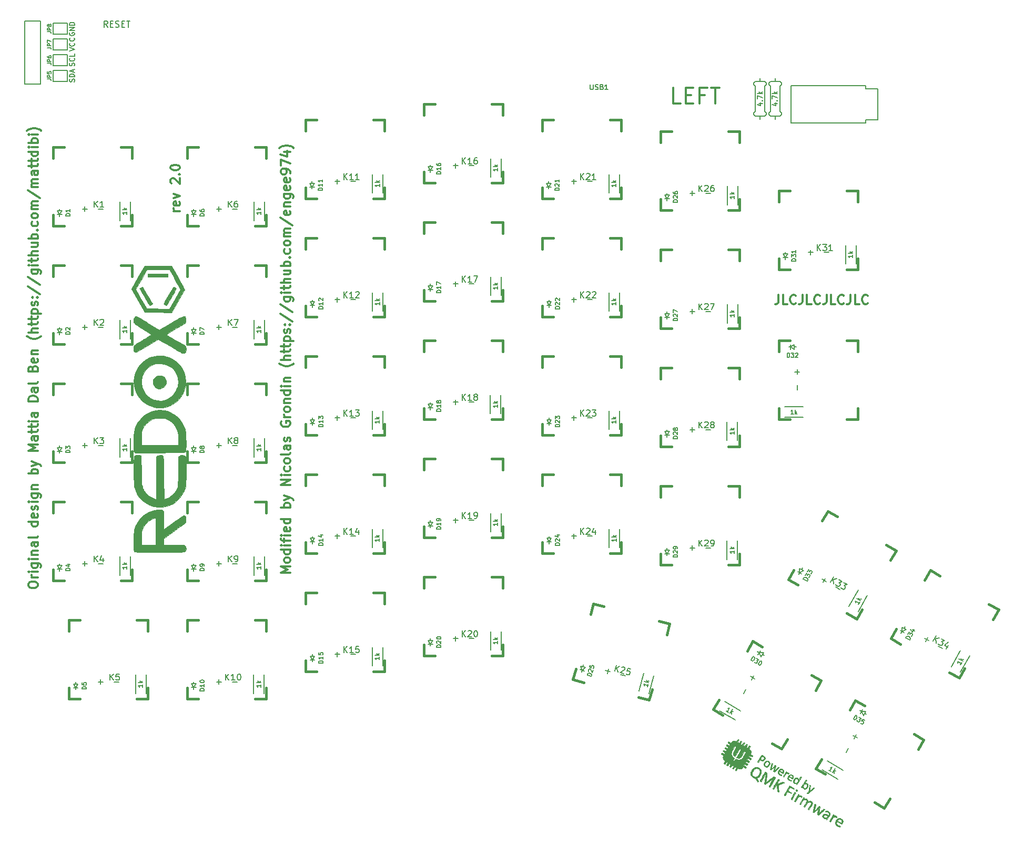
<source format=gto>
G04 #@! TF.GenerationSoftware,KiCad,Pcbnew,(5.1.5)-3*
G04 #@! TF.CreationDate,2020-05-15T01:17:07+04:00*
G04 #@! TF.ProjectId,redox_rev2_ng-THT,7265646f-785f-4726-9576-325f6e672d54,2.0 NG*
G04 #@! TF.SameCoordinates,Original*
G04 #@! TF.FileFunction,Legend,Top*
G04 #@! TF.FilePolarity,Positive*
%FSLAX46Y46*%
G04 Gerber Fmt 4.6, Leading zero omitted, Abs format (unit mm)*
G04 Created by KiCad (PCBNEW (5.1.5)-3) date 2020-05-15 01:17:07*
%MOMM*%
%LPD*%
G04 APERTURE LIST*
%ADD10C,0.300000*%
%ADD11C,0.150000*%
%ADD12C,0.381000*%
%ADD13C,0.200000*%
%ADD14C,0.010000*%
G04 APERTURE END LIST*
D10*
X201871428Y-84078571D02*
X201871428Y-85150000D01*
X201800000Y-85364285D01*
X201657142Y-85507142D01*
X201442857Y-85578571D01*
X201300000Y-85578571D01*
X203300000Y-85578571D02*
X202585714Y-85578571D01*
X202585714Y-84078571D01*
X204657142Y-85435714D02*
X204585714Y-85507142D01*
X204371428Y-85578571D01*
X204228571Y-85578571D01*
X204014285Y-85507142D01*
X203871428Y-85364285D01*
X203800000Y-85221428D01*
X203728571Y-84935714D01*
X203728571Y-84721428D01*
X203800000Y-84435714D01*
X203871428Y-84292857D01*
X204014285Y-84150000D01*
X204228571Y-84078571D01*
X204371428Y-84078571D01*
X204585714Y-84150000D01*
X204657142Y-84221428D01*
X205728571Y-84078571D02*
X205728571Y-85150000D01*
X205657142Y-85364285D01*
X205514285Y-85507142D01*
X205300000Y-85578571D01*
X205157142Y-85578571D01*
X207157142Y-85578571D02*
X206442857Y-85578571D01*
X206442857Y-84078571D01*
X208514285Y-85435714D02*
X208442857Y-85507142D01*
X208228571Y-85578571D01*
X208085714Y-85578571D01*
X207871428Y-85507142D01*
X207728571Y-85364285D01*
X207657142Y-85221428D01*
X207585714Y-84935714D01*
X207585714Y-84721428D01*
X207657142Y-84435714D01*
X207728571Y-84292857D01*
X207871428Y-84150000D01*
X208085714Y-84078571D01*
X208228571Y-84078571D01*
X208442857Y-84150000D01*
X208514285Y-84221428D01*
X209585714Y-84078571D02*
X209585714Y-85150000D01*
X209514285Y-85364285D01*
X209371428Y-85507142D01*
X209157142Y-85578571D01*
X209014285Y-85578571D01*
X211014285Y-85578571D02*
X210300000Y-85578571D01*
X210300000Y-84078571D01*
X212371428Y-85435714D02*
X212300000Y-85507142D01*
X212085714Y-85578571D01*
X211942857Y-85578571D01*
X211728571Y-85507142D01*
X211585714Y-85364285D01*
X211514285Y-85221428D01*
X211442857Y-84935714D01*
X211442857Y-84721428D01*
X211514285Y-84435714D01*
X211585714Y-84292857D01*
X211728571Y-84150000D01*
X211942857Y-84078571D01*
X212085714Y-84078571D01*
X212300000Y-84150000D01*
X212371428Y-84221428D01*
X213442857Y-84078571D02*
X213442857Y-85150000D01*
X213371428Y-85364285D01*
X213228571Y-85507142D01*
X213014285Y-85578571D01*
X212871428Y-85578571D01*
X214871428Y-85578571D02*
X214157142Y-85578571D01*
X214157142Y-84078571D01*
X216228571Y-85435714D02*
X216157142Y-85507142D01*
X215942857Y-85578571D01*
X215800000Y-85578571D01*
X215585714Y-85507142D01*
X215442857Y-85364285D01*
X215371428Y-85221428D01*
X215300000Y-84935714D01*
X215300000Y-84721428D01*
X215371428Y-84435714D01*
X215442857Y-84292857D01*
X215585714Y-84150000D01*
X215800000Y-84078571D01*
X215942857Y-84078571D01*
X216157142Y-84150000D01*
X216228571Y-84221428D01*
X123243571Y-128862571D02*
X121743571Y-128862571D01*
X122815000Y-128362571D01*
X121743571Y-127862571D01*
X123243571Y-127862571D01*
X123243571Y-126933999D02*
X123172142Y-127076857D01*
X123100714Y-127148285D01*
X122957857Y-127219714D01*
X122529285Y-127219714D01*
X122386428Y-127148285D01*
X122315000Y-127076857D01*
X122243571Y-126933999D01*
X122243571Y-126719714D01*
X122315000Y-126576857D01*
X122386428Y-126505428D01*
X122529285Y-126433999D01*
X122957857Y-126433999D01*
X123100714Y-126505428D01*
X123172142Y-126576857D01*
X123243571Y-126719714D01*
X123243571Y-126933999D01*
X123243571Y-125148285D02*
X121743571Y-125148285D01*
X123172142Y-125148285D02*
X123243571Y-125291142D01*
X123243571Y-125576857D01*
X123172142Y-125719714D01*
X123100714Y-125791142D01*
X122957857Y-125862571D01*
X122529285Y-125862571D01*
X122386428Y-125791142D01*
X122315000Y-125719714D01*
X122243571Y-125576857D01*
X122243571Y-125291142D01*
X122315000Y-125148285D01*
X123243571Y-124433999D02*
X122243571Y-124433999D01*
X121743571Y-124433999D02*
X121815000Y-124505428D01*
X121886428Y-124433999D01*
X121815000Y-124362571D01*
X121743571Y-124433999D01*
X121886428Y-124433999D01*
X122243571Y-123933999D02*
X122243571Y-123362571D01*
X123243571Y-123719714D02*
X121957857Y-123719714D01*
X121815000Y-123648285D01*
X121743571Y-123505428D01*
X121743571Y-123362571D01*
X123243571Y-122862571D02*
X122243571Y-122862571D01*
X121743571Y-122862571D02*
X121815000Y-122933999D01*
X121886428Y-122862571D01*
X121815000Y-122791142D01*
X121743571Y-122862571D01*
X121886428Y-122862571D01*
X123172142Y-121576857D02*
X123243571Y-121719714D01*
X123243571Y-122005428D01*
X123172142Y-122148285D01*
X123029285Y-122219714D01*
X122457857Y-122219714D01*
X122315000Y-122148285D01*
X122243571Y-122005428D01*
X122243571Y-121719714D01*
X122315000Y-121576857D01*
X122457857Y-121505428D01*
X122600714Y-121505428D01*
X122743571Y-122219714D01*
X123243571Y-120219714D02*
X121743571Y-120219714D01*
X123172142Y-120219714D02*
X123243571Y-120362571D01*
X123243571Y-120648285D01*
X123172142Y-120791142D01*
X123100714Y-120862571D01*
X122957857Y-120933999D01*
X122529285Y-120933999D01*
X122386428Y-120862571D01*
X122315000Y-120791142D01*
X122243571Y-120648285D01*
X122243571Y-120362571D01*
X122315000Y-120219714D01*
X123243571Y-118362571D02*
X121743571Y-118362571D01*
X122315000Y-118362571D02*
X122243571Y-118219714D01*
X122243571Y-117933999D01*
X122315000Y-117791142D01*
X122386428Y-117719714D01*
X122529285Y-117648285D01*
X122957857Y-117648285D01*
X123100714Y-117719714D01*
X123172142Y-117791142D01*
X123243571Y-117933999D01*
X123243571Y-118219714D01*
X123172142Y-118362571D01*
X122243571Y-117148285D02*
X123243571Y-116791142D01*
X122243571Y-116433999D02*
X123243571Y-116791142D01*
X123600714Y-116933999D01*
X123672142Y-117005428D01*
X123743571Y-117148285D01*
X123243571Y-114719714D02*
X121743571Y-114719714D01*
X123243571Y-113862571D01*
X121743571Y-113862571D01*
X123243571Y-113148285D02*
X122243571Y-113148285D01*
X121743571Y-113148285D02*
X121815000Y-113219714D01*
X121886428Y-113148285D01*
X121815000Y-113076857D01*
X121743571Y-113148285D01*
X121886428Y-113148285D01*
X123172142Y-111791142D02*
X123243571Y-111933999D01*
X123243571Y-112219714D01*
X123172142Y-112362571D01*
X123100714Y-112433999D01*
X122957857Y-112505428D01*
X122529285Y-112505428D01*
X122386428Y-112433999D01*
X122315000Y-112362571D01*
X122243571Y-112219714D01*
X122243571Y-111933999D01*
X122315000Y-111791142D01*
X123243571Y-110933999D02*
X123172142Y-111076857D01*
X123100714Y-111148285D01*
X122957857Y-111219714D01*
X122529285Y-111219714D01*
X122386428Y-111148285D01*
X122315000Y-111076857D01*
X122243571Y-110933999D01*
X122243571Y-110719714D01*
X122315000Y-110576857D01*
X122386428Y-110505428D01*
X122529285Y-110433999D01*
X122957857Y-110433999D01*
X123100714Y-110505428D01*
X123172142Y-110576857D01*
X123243571Y-110719714D01*
X123243571Y-110933999D01*
X123243571Y-109576857D02*
X123172142Y-109719714D01*
X123029285Y-109791142D01*
X121743571Y-109791142D01*
X123243571Y-108362571D02*
X122457857Y-108362571D01*
X122315000Y-108433999D01*
X122243571Y-108576857D01*
X122243571Y-108862571D01*
X122315000Y-109005428D01*
X123172142Y-108362571D02*
X123243571Y-108505428D01*
X123243571Y-108862571D01*
X123172142Y-109005428D01*
X123029285Y-109076857D01*
X122886428Y-109076857D01*
X122743571Y-109005428D01*
X122672142Y-108862571D01*
X122672142Y-108505428D01*
X122600714Y-108362571D01*
X123172142Y-107719714D02*
X123243571Y-107576857D01*
X123243571Y-107291142D01*
X123172142Y-107148285D01*
X123029285Y-107076857D01*
X122957857Y-107076857D01*
X122815000Y-107148285D01*
X122743571Y-107291142D01*
X122743571Y-107505428D01*
X122672142Y-107648285D01*
X122529285Y-107719714D01*
X122457857Y-107719714D01*
X122315000Y-107648285D01*
X122243571Y-107505428D01*
X122243571Y-107291142D01*
X122315000Y-107148285D01*
X121815000Y-104505428D02*
X121743571Y-104648285D01*
X121743571Y-104862571D01*
X121815000Y-105076857D01*
X121957857Y-105219714D01*
X122100714Y-105291142D01*
X122386428Y-105362571D01*
X122600714Y-105362571D01*
X122886428Y-105291142D01*
X123029285Y-105219714D01*
X123172142Y-105076857D01*
X123243571Y-104862571D01*
X123243571Y-104719714D01*
X123172142Y-104505428D01*
X123100714Y-104433999D01*
X122600714Y-104433999D01*
X122600714Y-104719714D01*
X123243571Y-103791142D02*
X122243571Y-103791142D01*
X122529285Y-103791142D02*
X122386428Y-103719714D01*
X122315000Y-103648285D01*
X122243571Y-103505428D01*
X122243571Y-103362571D01*
X123243571Y-102648285D02*
X123172142Y-102791142D01*
X123100714Y-102862571D01*
X122957857Y-102933999D01*
X122529285Y-102933999D01*
X122386428Y-102862571D01*
X122315000Y-102791142D01*
X122243571Y-102648285D01*
X122243571Y-102433999D01*
X122315000Y-102291142D01*
X122386428Y-102219714D01*
X122529285Y-102148285D01*
X122957857Y-102148285D01*
X123100714Y-102219714D01*
X123172142Y-102291142D01*
X123243571Y-102433999D01*
X123243571Y-102648285D01*
X122243571Y-101505428D02*
X123243571Y-101505428D01*
X122386428Y-101505428D02*
X122315000Y-101433999D01*
X122243571Y-101291142D01*
X122243571Y-101076857D01*
X122315000Y-100933999D01*
X122457857Y-100862571D01*
X123243571Y-100862571D01*
X123243571Y-99505428D02*
X121743571Y-99505428D01*
X123172142Y-99505428D02*
X123243571Y-99648285D01*
X123243571Y-99933999D01*
X123172142Y-100076857D01*
X123100714Y-100148285D01*
X122957857Y-100219714D01*
X122529285Y-100219714D01*
X122386428Y-100148285D01*
X122315000Y-100076857D01*
X122243571Y-99933999D01*
X122243571Y-99648285D01*
X122315000Y-99505428D01*
X123243571Y-98791142D02*
X122243571Y-98791142D01*
X121743571Y-98791142D02*
X121815000Y-98862571D01*
X121886428Y-98791142D01*
X121815000Y-98719714D01*
X121743571Y-98791142D01*
X121886428Y-98791142D01*
X122243571Y-98076857D02*
X123243571Y-98076857D01*
X122386428Y-98076857D02*
X122315000Y-98005428D01*
X122243571Y-97862571D01*
X122243571Y-97648285D01*
X122315000Y-97505428D01*
X122457857Y-97433999D01*
X123243571Y-97433999D01*
X123815000Y-95148285D02*
X123743571Y-95219714D01*
X123529285Y-95362571D01*
X123386428Y-95433999D01*
X123172142Y-95505428D01*
X122815000Y-95576857D01*
X122529285Y-95576857D01*
X122172142Y-95505428D01*
X121957857Y-95433999D01*
X121815000Y-95362571D01*
X121600714Y-95219714D01*
X121529285Y-95148285D01*
X123243571Y-94576857D02*
X121743571Y-94576857D01*
X123243571Y-93933999D02*
X122457857Y-93933999D01*
X122315000Y-94005428D01*
X122243571Y-94148285D01*
X122243571Y-94362571D01*
X122315000Y-94505428D01*
X122386428Y-94576857D01*
X122243571Y-93433999D02*
X122243571Y-92862571D01*
X121743571Y-93219714D02*
X123029285Y-93219714D01*
X123172142Y-93148285D01*
X123243571Y-93005428D01*
X123243571Y-92862571D01*
X122243571Y-92576857D02*
X122243571Y-92005428D01*
X121743571Y-92362571D02*
X123029285Y-92362571D01*
X123172142Y-92291142D01*
X123243571Y-92148285D01*
X123243571Y-92005428D01*
X122243571Y-91505428D02*
X123743571Y-91505428D01*
X122315000Y-91505428D02*
X122243571Y-91362571D01*
X122243571Y-91076857D01*
X122315000Y-90933999D01*
X122386428Y-90862571D01*
X122529285Y-90791142D01*
X122957857Y-90791142D01*
X123100714Y-90862571D01*
X123172142Y-90933999D01*
X123243571Y-91076857D01*
X123243571Y-91362571D01*
X123172142Y-91505428D01*
X123172142Y-90219714D02*
X123243571Y-90076857D01*
X123243571Y-89791142D01*
X123172142Y-89648285D01*
X123029285Y-89576857D01*
X122957857Y-89576857D01*
X122815000Y-89648285D01*
X122743571Y-89791142D01*
X122743571Y-90005428D01*
X122672142Y-90148285D01*
X122529285Y-90219714D01*
X122457857Y-90219714D01*
X122315000Y-90148285D01*
X122243571Y-90005428D01*
X122243571Y-89791142D01*
X122315000Y-89648285D01*
X123100714Y-88933999D02*
X123172142Y-88862571D01*
X123243571Y-88933999D01*
X123172142Y-89005428D01*
X123100714Y-88933999D01*
X123243571Y-88933999D01*
X122315000Y-88933999D02*
X122386428Y-88862571D01*
X122457857Y-88933999D01*
X122386428Y-89005428D01*
X122315000Y-88933999D01*
X122457857Y-88933999D01*
X121672142Y-87148285D02*
X123600714Y-88433999D01*
X121672142Y-85576857D02*
X123600714Y-86862571D01*
X122243571Y-84433999D02*
X123457857Y-84433999D01*
X123600714Y-84505428D01*
X123672142Y-84576857D01*
X123743571Y-84719714D01*
X123743571Y-84933999D01*
X123672142Y-85076857D01*
X123172142Y-84433999D02*
X123243571Y-84576857D01*
X123243571Y-84862571D01*
X123172142Y-85005428D01*
X123100714Y-85076857D01*
X122957857Y-85148285D01*
X122529285Y-85148285D01*
X122386428Y-85076857D01*
X122315000Y-85005428D01*
X122243571Y-84862571D01*
X122243571Y-84576857D01*
X122315000Y-84433999D01*
X123243571Y-83719714D02*
X122243571Y-83719714D01*
X121743571Y-83719714D02*
X121815000Y-83791142D01*
X121886428Y-83719714D01*
X121815000Y-83648285D01*
X121743571Y-83719714D01*
X121886428Y-83719714D01*
X122243571Y-83219714D02*
X122243571Y-82648285D01*
X121743571Y-83005428D02*
X123029285Y-83005428D01*
X123172142Y-82933999D01*
X123243571Y-82791142D01*
X123243571Y-82648285D01*
X123243571Y-82148285D02*
X121743571Y-82148285D01*
X123243571Y-81505428D02*
X122457857Y-81505428D01*
X122315000Y-81576857D01*
X122243571Y-81719714D01*
X122243571Y-81933999D01*
X122315000Y-82076857D01*
X122386428Y-82148285D01*
X122243571Y-80148285D02*
X123243571Y-80148285D01*
X122243571Y-80791142D02*
X123029285Y-80791142D01*
X123172142Y-80719714D01*
X123243571Y-80576857D01*
X123243571Y-80362571D01*
X123172142Y-80219714D01*
X123100714Y-80148285D01*
X123243571Y-79433999D02*
X121743571Y-79433999D01*
X122315000Y-79433999D02*
X122243571Y-79291142D01*
X122243571Y-79005428D01*
X122315000Y-78862571D01*
X122386428Y-78791142D01*
X122529285Y-78719714D01*
X122957857Y-78719714D01*
X123100714Y-78791142D01*
X123172142Y-78862571D01*
X123243571Y-79005428D01*
X123243571Y-79291142D01*
X123172142Y-79433999D01*
X123100714Y-78076857D02*
X123172142Y-78005428D01*
X123243571Y-78076857D01*
X123172142Y-78148285D01*
X123100714Y-78076857D01*
X123243571Y-78076857D01*
X123172142Y-76719714D02*
X123243571Y-76862571D01*
X123243571Y-77148285D01*
X123172142Y-77291142D01*
X123100714Y-77362571D01*
X122957857Y-77433999D01*
X122529285Y-77433999D01*
X122386428Y-77362571D01*
X122315000Y-77291142D01*
X122243571Y-77148285D01*
X122243571Y-76862571D01*
X122315000Y-76719714D01*
X123243571Y-75862571D02*
X123172142Y-76005428D01*
X123100714Y-76076857D01*
X122957857Y-76148285D01*
X122529285Y-76148285D01*
X122386428Y-76076857D01*
X122315000Y-76005428D01*
X122243571Y-75862571D01*
X122243571Y-75648285D01*
X122315000Y-75505428D01*
X122386428Y-75433999D01*
X122529285Y-75362571D01*
X122957857Y-75362571D01*
X123100714Y-75433999D01*
X123172142Y-75505428D01*
X123243571Y-75648285D01*
X123243571Y-75862571D01*
X123243571Y-74719714D02*
X122243571Y-74719714D01*
X122386428Y-74719714D02*
X122315000Y-74648285D01*
X122243571Y-74505428D01*
X122243571Y-74291142D01*
X122315000Y-74148285D01*
X122457857Y-74076857D01*
X123243571Y-74076857D01*
X122457857Y-74076857D02*
X122315000Y-74005428D01*
X122243571Y-73862571D01*
X122243571Y-73648285D01*
X122315000Y-73505428D01*
X122457857Y-73433999D01*
X123243571Y-73433999D01*
X121672142Y-71648285D02*
X123600714Y-72933999D01*
X123172142Y-70576857D02*
X123243571Y-70719714D01*
X123243571Y-71005428D01*
X123172142Y-71148285D01*
X123029285Y-71219714D01*
X122457857Y-71219714D01*
X122315000Y-71148285D01*
X122243571Y-71005428D01*
X122243571Y-70719714D01*
X122315000Y-70576857D01*
X122457857Y-70505428D01*
X122600714Y-70505428D01*
X122743571Y-71219714D01*
X122243571Y-69862571D02*
X123243571Y-69862571D01*
X122386428Y-69862571D02*
X122315000Y-69791142D01*
X122243571Y-69648285D01*
X122243571Y-69433999D01*
X122315000Y-69291142D01*
X122457857Y-69219714D01*
X123243571Y-69219714D01*
X122243571Y-67862571D02*
X123457857Y-67862571D01*
X123600714Y-67933999D01*
X123672142Y-68005428D01*
X123743571Y-68148285D01*
X123743571Y-68362571D01*
X123672142Y-68505428D01*
X123172142Y-67862571D02*
X123243571Y-68005428D01*
X123243571Y-68291142D01*
X123172142Y-68433999D01*
X123100714Y-68505428D01*
X122957857Y-68576857D01*
X122529285Y-68576857D01*
X122386428Y-68505428D01*
X122315000Y-68433999D01*
X122243571Y-68291142D01*
X122243571Y-68005428D01*
X122315000Y-67862571D01*
X123172142Y-66576857D02*
X123243571Y-66719714D01*
X123243571Y-67005428D01*
X123172142Y-67148285D01*
X123029285Y-67219714D01*
X122457857Y-67219714D01*
X122315000Y-67148285D01*
X122243571Y-67005428D01*
X122243571Y-66719714D01*
X122315000Y-66576857D01*
X122457857Y-66505428D01*
X122600714Y-66505428D01*
X122743571Y-67219714D01*
X123172142Y-65291142D02*
X123243571Y-65433999D01*
X123243571Y-65719714D01*
X123172142Y-65862571D01*
X123029285Y-65933999D01*
X122457857Y-65933999D01*
X122315000Y-65862571D01*
X122243571Y-65719714D01*
X122243571Y-65433999D01*
X122315000Y-65291142D01*
X122457857Y-65219714D01*
X122600714Y-65219714D01*
X122743571Y-65933999D01*
X123243571Y-64505428D02*
X123243571Y-64219714D01*
X123172142Y-64076857D01*
X123100714Y-64005428D01*
X122886428Y-63862571D01*
X122600714Y-63791142D01*
X122029285Y-63791142D01*
X121886428Y-63862571D01*
X121815000Y-63933999D01*
X121743571Y-64076857D01*
X121743571Y-64362571D01*
X121815000Y-64505428D01*
X121886428Y-64576857D01*
X122029285Y-64648285D01*
X122386428Y-64648285D01*
X122529285Y-64576857D01*
X122600714Y-64505428D01*
X122672142Y-64362571D01*
X122672142Y-64076857D01*
X122600714Y-63933999D01*
X122529285Y-63862571D01*
X122386428Y-63791142D01*
X121743571Y-63291142D02*
X121743571Y-62291142D01*
X123243571Y-62933999D01*
X122243571Y-61076857D02*
X123243571Y-61076857D01*
X121672142Y-61433999D02*
X122743571Y-61791142D01*
X122743571Y-60862571D01*
X123815000Y-60433999D02*
X123743571Y-60362571D01*
X123529285Y-60219714D01*
X123386428Y-60148285D01*
X123172142Y-60076857D01*
X122815000Y-60005428D01*
X122529285Y-60005428D01*
X122172142Y-60076857D01*
X121957857Y-60148285D01*
X121815000Y-60219714D01*
X121600714Y-60362571D01*
X121529285Y-60433999D01*
D11*
X87750000Y-41859523D02*
X87711904Y-41935714D01*
X87711904Y-42050000D01*
X87750000Y-42164285D01*
X87826190Y-42240476D01*
X87902380Y-42278571D01*
X88054761Y-42316666D01*
X88169047Y-42316666D01*
X88321428Y-42278571D01*
X88397619Y-42240476D01*
X88473809Y-42164285D01*
X88511904Y-42050000D01*
X88511904Y-41973809D01*
X88473809Y-41859523D01*
X88435714Y-41821428D01*
X88169047Y-41821428D01*
X88169047Y-41973809D01*
X88511904Y-41478571D02*
X87711904Y-41478571D01*
X88511904Y-41021428D01*
X87711904Y-41021428D01*
X88511904Y-40640476D02*
X87711904Y-40640476D01*
X87711904Y-40450000D01*
X87750000Y-40335714D01*
X87826190Y-40259523D01*
X87902380Y-40221428D01*
X88054761Y-40183333D01*
X88169047Y-40183333D01*
X88321428Y-40221428D01*
X88397619Y-40259523D01*
X88473809Y-40335714D01*
X88511904Y-40450000D01*
X88511904Y-40640476D01*
X87711904Y-44766666D02*
X88511904Y-44500000D01*
X87711904Y-44233333D01*
X88435714Y-43509523D02*
X88473809Y-43547619D01*
X88511904Y-43661904D01*
X88511904Y-43738095D01*
X88473809Y-43852380D01*
X88397619Y-43928571D01*
X88321428Y-43966666D01*
X88169047Y-44004761D01*
X88054761Y-44004761D01*
X87902380Y-43966666D01*
X87826190Y-43928571D01*
X87750000Y-43852380D01*
X87711904Y-43738095D01*
X87711904Y-43661904D01*
X87750000Y-43547619D01*
X87788095Y-43509523D01*
X88435714Y-42709523D02*
X88473809Y-42747619D01*
X88511904Y-42861904D01*
X88511904Y-42938095D01*
X88473809Y-43052380D01*
X88397619Y-43128571D01*
X88321428Y-43166666D01*
X88169047Y-43204761D01*
X88054761Y-43204761D01*
X87902380Y-43166666D01*
X87826190Y-43128571D01*
X87750000Y-43052380D01*
X87711904Y-42938095D01*
X87711904Y-42861904D01*
X87750000Y-42747619D01*
X87788095Y-42709523D01*
X88473809Y-47202380D02*
X88511904Y-47088095D01*
X88511904Y-46897619D01*
X88473809Y-46821428D01*
X88435714Y-46783333D01*
X88359523Y-46745238D01*
X88283333Y-46745238D01*
X88207142Y-46783333D01*
X88169047Y-46821428D01*
X88130952Y-46897619D01*
X88092857Y-47050000D01*
X88054761Y-47126190D01*
X88016666Y-47164285D01*
X87940476Y-47202380D01*
X87864285Y-47202380D01*
X87788095Y-47164285D01*
X87750000Y-47126190D01*
X87711904Y-47050000D01*
X87711904Y-46859523D01*
X87750000Y-46745238D01*
X88435714Y-45945238D02*
X88473809Y-45983333D01*
X88511904Y-46097619D01*
X88511904Y-46173809D01*
X88473809Y-46288095D01*
X88397619Y-46364285D01*
X88321428Y-46402380D01*
X88169047Y-46440476D01*
X88054761Y-46440476D01*
X87902380Y-46402380D01*
X87826190Y-46364285D01*
X87750000Y-46288095D01*
X87711904Y-46173809D01*
X87711904Y-46097619D01*
X87750000Y-45983333D01*
X87788095Y-45945238D01*
X88511904Y-45221428D02*
X88511904Y-45602380D01*
X87711904Y-45602380D01*
X88473809Y-49771428D02*
X88511904Y-49657142D01*
X88511904Y-49466666D01*
X88473809Y-49390476D01*
X88435714Y-49352380D01*
X88359523Y-49314285D01*
X88283333Y-49314285D01*
X88207142Y-49352380D01*
X88169047Y-49390476D01*
X88130952Y-49466666D01*
X88092857Y-49619047D01*
X88054761Y-49695238D01*
X88016666Y-49733333D01*
X87940476Y-49771428D01*
X87864285Y-49771428D01*
X87788095Y-49733333D01*
X87750000Y-49695238D01*
X87711904Y-49619047D01*
X87711904Y-49428571D01*
X87750000Y-49314285D01*
X88511904Y-48971428D02*
X87711904Y-48971428D01*
X87711904Y-48780952D01*
X87750000Y-48666666D01*
X87826190Y-48590476D01*
X87902380Y-48552380D01*
X88054761Y-48514285D01*
X88169047Y-48514285D01*
X88321428Y-48552380D01*
X88397619Y-48590476D01*
X88473809Y-48666666D01*
X88511904Y-48780952D01*
X88511904Y-48971428D01*
X88283333Y-48209523D02*
X88283333Y-47828571D01*
X88511904Y-48285714D02*
X87711904Y-48019047D01*
X88511904Y-47752380D01*
D10*
X105478571Y-70578571D02*
X104478571Y-70578571D01*
X104764285Y-70578571D02*
X104621428Y-70507142D01*
X104550000Y-70435714D01*
X104478571Y-70292857D01*
X104478571Y-70150000D01*
X105407142Y-69078571D02*
X105478571Y-69221428D01*
X105478571Y-69507142D01*
X105407142Y-69650000D01*
X105264285Y-69721428D01*
X104692857Y-69721428D01*
X104550000Y-69650000D01*
X104478571Y-69507142D01*
X104478571Y-69221428D01*
X104550000Y-69078571D01*
X104692857Y-69007142D01*
X104835714Y-69007142D01*
X104978571Y-69721428D01*
X104478571Y-68507142D02*
X105478571Y-68150000D01*
X104478571Y-67792857D01*
X104121428Y-66150000D02*
X104050000Y-66078571D01*
X103978571Y-65935714D01*
X103978571Y-65578571D01*
X104050000Y-65435714D01*
X104121428Y-65364285D01*
X104264285Y-65292857D01*
X104407142Y-65292857D01*
X104621428Y-65364285D01*
X105478571Y-66221428D01*
X105478571Y-65292857D01*
X105335714Y-64650000D02*
X105407142Y-64578571D01*
X105478571Y-64650000D01*
X105407142Y-64721428D01*
X105335714Y-64650000D01*
X105478571Y-64650000D01*
X103978571Y-63650000D02*
X103978571Y-63507142D01*
X104050000Y-63364285D01*
X104121428Y-63292857D01*
X104264285Y-63221428D01*
X104550000Y-63150000D01*
X104907142Y-63150000D01*
X105192857Y-63221428D01*
X105335714Y-63292857D01*
X105407142Y-63364285D01*
X105478571Y-63507142D01*
X105478571Y-63650000D01*
X105407142Y-63792857D01*
X105335714Y-63864285D01*
X105192857Y-63935714D01*
X104907142Y-64007142D01*
X104550000Y-64007142D01*
X104264285Y-63935714D01*
X104121428Y-63864285D01*
X104050000Y-63792857D01*
X103978571Y-63650000D01*
X81093571Y-130948285D02*
X81093571Y-130662571D01*
X81165000Y-130519714D01*
X81307857Y-130376857D01*
X81593571Y-130305428D01*
X82093571Y-130305428D01*
X82379285Y-130376857D01*
X82522142Y-130519714D01*
X82593571Y-130662571D01*
X82593571Y-130948285D01*
X82522142Y-131091142D01*
X82379285Y-131234000D01*
X82093571Y-131305428D01*
X81593571Y-131305428D01*
X81307857Y-131234000D01*
X81165000Y-131091142D01*
X81093571Y-130948285D01*
X82593571Y-129662571D02*
X81593571Y-129662571D01*
X81879285Y-129662571D02*
X81736428Y-129591142D01*
X81665000Y-129519714D01*
X81593571Y-129376857D01*
X81593571Y-129234000D01*
X82593571Y-128734000D02*
X81593571Y-128734000D01*
X81093571Y-128734000D02*
X81165000Y-128805428D01*
X81236428Y-128734000D01*
X81165000Y-128662571D01*
X81093571Y-128734000D01*
X81236428Y-128734000D01*
X81593571Y-127376857D02*
X82807857Y-127376857D01*
X82950714Y-127448285D01*
X83022142Y-127519714D01*
X83093571Y-127662571D01*
X83093571Y-127876857D01*
X83022142Y-128019714D01*
X82522142Y-127376857D02*
X82593571Y-127519714D01*
X82593571Y-127805428D01*
X82522142Y-127948285D01*
X82450714Y-128019714D01*
X82307857Y-128091142D01*
X81879285Y-128091142D01*
X81736428Y-128019714D01*
X81665000Y-127948285D01*
X81593571Y-127805428D01*
X81593571Y-127519714D01*
X81665000Y-127376857D01*
X82593571Y-126662571D02*
X81593571Y-126662571D01*
X81093571Y-126662571D02*
X81165000Y-126734000D01*
X81236428Y-126662571D01*
X81165000Y-126591142D01*
X81093571Y-126662571D01*
X81236428Y-126662571D01*
X81593571Y-125948285D02*
X82593571Y-125948285D01*
X81736428Y-125948285D02*
X81665000Y-125876857D01*
X81593571Y-125734000D01*
X81593571Y-125519714D01*
X81665000Y-125376857D01*
X81807857Y-125305428D01*
X82593571Y-125305428D01*
X82593571Y-123948285D02*
X81807857Y-123948285D01*
X81665000Y-124019714D01*
X81593571Y-124162571D01*
X81593571Y-124448285D01*
X81665000Y-124591142D01*
X82522142Y-123948285D02*
X82593571Y-124091142D01*
X82593571Y-124448285D01*
X82522142Y-124591142D01*
X82379285Y-124662571D01*
X82236428Y-124662571D01*
X82093571Y-124591142D01*
X82022142Y-124448285D01*
X82022142Y-124091142D01*
X81950714Y-123948285D01*
X82593571Y-123019714D02*
X82522142Y-123162571D01*
X82379285Y-123234000D01*
X81093571Y-123234000D01*
X82593571Y-120662571D02*
X81093571Y-120662571D01*
X82522142Y-120662571D02*
X82593571Y-120805428D01*
X82593571Y-121091142D01*
X82522142Y-121234000D01*
X82450714Y-121305428D01*
X82307857Y-121376857D01*
X81879285Y-121376857D01*
X81736428Y-121305428D01*
X81665000Y-121234000D01*
X81593571Y-121091142D01*
X81593571Y-120805428D01*
X81665000Y-120662571D01*
X82522142Y-119376857D02*
X82593571Y-119519714D01*
X82593571Y-119805428D01*
X82522142Y-119948285D01*
X82379285Y-120019714D01*
X81807857Y-120019714D01*
X81665000Y-119948285D01*
X81593571Y-119805428D01*
X81593571Y-119519714D01*
X81665000Y-119376857D01*
X81807857Y-119305428D01*
X81950714Y-119305428D01*
X82093571Y-120019714D01*
X82522142Y-118734000D02*
X82593571Y-118591142D01*
X82593571Y-118305428D01*
X82522142Y-118162571D01*
X82379285Y-118091142D01*
X82307857Y-118091142D01*
X82165000Y-118162571D01*
X82093571Y-118305428D01*
X82093571Y-118519714D01*
X82022142Y-118662571D01*
X81879285Y-118734000D01*
X81807857Y-118734000D01*
X81665000Y-118662571D01*
X81593571Y-118519714D01*
X81593571Y-118305428D01*
X81665000Y-118162571D01*
X82593571Y-117448285D02*
X81593571Y-117448285D01*
X81093571Y-117448285D02*
X81165000Y-117519714D01*
X81236428Y-117448285D01*
X81165000Y-117376857D01*
X81093571Y-117448285D01*
X81236428Y-117448285D01*
X81593571Y-116091142D02*
X82807857Y-116091142D01*
X82950714Y-116162571D01*
X83022142Y-116234000D01*
X83093571Y-116376857D01*
X83093571Y-116591142D01*
X83022142Y-116734000D01*
X82522142Y-116091142D02*
X82593571Y-116234000D01*
X82593571Y-116519714D01*
X82522142Y-116662571D01*
X82450714Y-116734000D01*
X82307857Y-116805428D01*
X81879285Y-116805428D01*
X81736428Y-116734000D01*
X81665000Y-116662571D01*
X81593571Y-116519714D01*
X81593571Y-116234000D01*
X81665000Y-116091142D01*
X81593571Y-115376857D02*
X82593571Y-115376857D01*
X81736428Y-115376857D02*
X81665000Y-115305428D01*
X81593571Y-115162571D01*
X81593571Y-114948285D01*
X81665000Y-114805428D01*
X81807857Y-114734000D01*
X82593571Y-114734000D01*
X82593571Y-112876857D02*
X81093571Y-112876857D01*
X81665000Y-112876857D02*
X81593571Y-112734000D01*
X81593571Y-112448285D01*
X81665000Y-112305428D01*
X81736428Y-112234000D01*
X81879285Y-112162571D01*
X82307857Y-112162571D01*
X82450714Y-112234000D01*
X82522142Y-112305428D01*
X82593571Y-112448285D01*
X82593571Y-112734000D01*
X82522142Y-112876857D01*
X81593571Y-111662571D02*
X82593571Y-111305428D01*
X81593571Y-110948285D02*
X82593571Y-111305428D01*
X82950714Y-111448285D01*
X83022142Y-111519714D01*
X83093571Y-111662571D01*
X82593571Y-109234000D02*
X81093571Y-109234000D01*
X82165000Y-108734000D01*
X81093571Y-108234000D01*
X82593571Y-108234000D01*
X82593571Y-106876857D02*
X81807857Y-106876857D01*
X81665000Y-106948285D01*
X81593571Y-107091142D01*
X81593571Y-107376857D01*
X81665000Y-107519714D01*
X82522142Y-106876857D02*
X82593571Y-107019714D01*
X82593571Y-107376857D01*
X82522142Y-107519714D01*
X82379285Y-107591142D01*
X82236428Y-107591142D01*
X82093571Y-107519714D01*
X82022142Y-107376857D01*
X82022142Y-107019714D01*
X81950714Y-106876857D01*
X81593571Y-106376857D02*
X81593571Y-105805428D01*
X81093571Y-106162571D02*
X82379285Y-106162571D01*
X82522142Y-106091142D01*
X82593571Y-105948285D01*
X82593571Y-105805428D01*
X81593571Y-105519714D02*
X81593571Y-104948285D01*
X81093571Y-105305428D02*
X82379285Y-105305428D01*
X82522142Y-105234000D01*
X82593571Y-105091142D01*
X82593571Y-104948285D01*
X82593571Y-104448285D02*
X81593571Y-104448285D01*
X81093571Y-104448285D02*
X81165000Y-104519714D01*
X81236428Y-104448285D01*
X81165000Y-104376857D01*
X81093571Y-104448285D01*
X81236428Y-104448285D01*
X82593571Y-103091142D02*
X81807857Y-103091142D01*
X81665000Y-103162571D01*
X81593571Y-103305428D01*
X81593571Y-103591142D01*
X81665000Y-103734000D01*
X82522142Y-103091142D02*
X82593571Y-103234000D01*
X82593571Y-103591142D01*
X82522142Y-103734000D01*
X82379285Y-103805428D01*
X82236428Y-103805428D01*
X82093571Y-103734000D01*
X82022142Y-103591142D01*
X82022142Y-103234000D01*
X81950714Y-103091142D01*
X82593571Y-101234000D02*
X81093571Y-101234000D01*
X81093571Y-100876857D01*
X81165000Y-100662571D01*
X81307857Y-100519714D01*
X81450714Y-100448285D01*
X81736428Y-100376857D01*
X81950714Y-100376857D01*
X82236428Y-100448285D01*
X82379285Y-100519714D01*
X82522142Y-100662571D01*
X82593571Y-100876857D01*
X82593571Y-101234000D01*
X82593571Y-99091142D02*
X81807857Y-99091142D01*
X81665000Y-99162571D01*
X81593571Y-99305428D01*
X81593571Y-99591142D01*
X81665000Y-99734000D01*
X82522142Y-99091142D02*
X82593571Y-99234000D01*
X82593571Y-99591142D01*
X82522142Y-99734000D01*
X82379285Y-99805428D01*
X82236428Y-99805428D01*
X82093571Y-99734000D01*
X82022142Y-99591142D01*
X82022142Y-99234000D01*
X81950714Y-99091142D01*
X82593571Y-98162571D02*
X82522142Y-98305428D01*
X82379285Y-98376857D01*
X81093571Y-98376857D01*
X81807857Y-95948285D02*
X81879285Y-95734000D01*
X81950714Y-95662571D01*
X82093571Y-95591142D01*
X82307857Y-95591142D01*
X82450714Y-95662571D01*
X82522142Y-95734000D01*
X82593571Y-95876857D01*
X82593571Y-96448285D01*
X81093571Y-96448285D01*
X81093571Y-95948285D01*
X81165000Y-95805428D01*
X81236428Y-95734000D01*
X81379285Y-95662571D01*
X81522142Y-95662571D01*
X81665000Y-95734000D01*
X81736428Y-95805428D01*
X81807857Y-95948285D01*
X81807857Y-96448285D01*
X82522142Y-94376857D02*
X82593571Y-94519714D01*
X82593571Y-94805428D01*
X82522142Y-94948285D01*
X82379285Y-95019714D01*
X81807857Y-95019714D01*
X81665000Y-94948285D01*
X81593571Y-94805428D01*
X81593571Y-94519714D01*
X81665000Y-94376857D01*
X81807857Y-94305428D01*
X81950714Y-94305428D01*
X82093571Y-95019714D01*
X81593571Y-93662571D02*
X82593571Y-93662571D01*
X81736428Y-93662571D02*
X81665000Y-93591142D01*
X81593571Y-93448285D01*
X81593571Y-93234000D01*
X81665000Y-93091142D01*
X81807857Y-93019714D01*
X82593571Y-93019714D01*
X83165000Y-90734000D02*
X83093571Y-90805428D01*
X82879285Y-90948285D01*
X82736428Y-91019714D01*
X82522142Y-91091142D01*
X82165000Y-91162571D01*
X81879285Y-91162571D01*
X81522142Y-91091142D01*
X81307857Y-91019714D01*
X81165000Y-90948285D01*
X80950714Y-90805428D01*
X80879285Y-90734000D01*
X82593571Y-90162571D02*
X81093571Y-90162571D01*
X82593571Y-89519714D02*
X81807857Y-89519714D01*
X81665000Y-89591142D01*
X81593571Y-89734000D01*
X81593571Y-89948285D01*
X81665000Y-90091142D01*
X81736428Y-90162571D01*
X81593571Y-89019714D02*
X81593571Y-88448285D01*
X81093571Y-88805428D02*
X82379285Y-88805428D01*
X82522142Y-88734000D01*
X82593571Y-88591142D01*
X82593571Y-88448285D01*
X81593571Y-88162571D02*
X81593571Y-87591142D01*
X81093571Y-87948285D02*
X82379285Y-87948285D01*
X82522142Y-87876857D01*
X82593571Y-87734000D01*
X82593571Y-87591142D01*
X81593571Y-87091142D02*
X83093571Y-87091142D01*
X81665000Y-87091142D02*
X81593571Y-86948285D01*
X81593571Y-86662571D01*
X81665000Y-86519714D01*
X81736428Y-86448285D01*
X81879285Y-86376857D01*
X82307857Y-86376857D01*
X82450714Y-86448285D01*
X82522142Y-86519714D01*
X82593571Y-86662571D01*
X82593571Y-86948285D01*
X82522142Y-87091142D01*
X82522142Y-85805428D02*
X82593571Y-85662571D01*
X82593571Y-85376857D01*
X82522142Y-85234000D01*
X82379285Y-85162571D01*
X82307857Y-85162571D01*
X82165000Y-85234000D01*
X82093571Y-85376857D01*
X82093571Y-85591142D01*
X82022142Y-85734000D01*
X81879285Y-85805428D01*
X81807857Y-85805428D01*
X81665000Y-85734000D01*
X81593571Y-85591142D01*
X81593571Y-85376857D01*
X81665000Y-85234000D01*
X82450714Y-84519714D02*
X82522142Y-84448285D01*
X82593571Y-84519714D01*
X82522142Y-84591142D01*
X82450714Y-84519714D01*
X82593571Y-84519714D01*
X81665000Y-84519714D02*
X81736428Y-84448285D01*
X81807857Y-84519714D01*
X81736428Y-84591142D01*
X81665000Y-84519714D01*
X81807857Y-84519714D01*
X81022142Y-82734000D02*
X82950714Y-84019714D01*
X81022142Y-81162571D02*
X82950714Y-82448285D01*
X81593571Y-80019714D02*
X82807857Y-80019714D01*
X82950714Y-80091142D01*
X83022142Y-80162571D01*
X83093571Y-80305428D01*
X83093571Y-80519714D01*
X83022142Y-80662571D01*
X82522142Y-80019714D02*
X82593571Y-80162571D01*
X82593571Y-80448285D01*
X82522142Y-80591142D01*
X82450714Y-80662571D01*
X82307857Y-80734000D01*
X81879285Y-80734000D01*
X81736428Y-80662571D01*
X81665000Y-80591142D01*
X81593571Y-80448285D01*
X81593571Y-80162571D01*
X81665000Y-80019714D01*
X82593571Y-79305428D02*
X81593571Y-79305428D01*
X81093571Y-79305428D02*
X81165000Y-79376857D01*
X81236428Y-79305428D01*
X81165000Y-79234000D01*
X81093571Y-79305428D01*
X81236428Y-79305428D01*
X81593571Y-78805428D02*
X81593571Y-78234000D01*
X81093571Y-78591142D02*
X82379285Y-78591142D01*
X82522142Y-78519714D01*
X82593571Y-78376857D01*
X82593571Y-78234000D01*
X82593571Y-77734000D02*
X81093571Y-77734000D01*
X82593571Y-77091142D02*
X81807857Y-77091142D01*
X81665000Y-77162571D01*
X81593571Y-77305428D01*
X81593571Y-77519714D01*
X81665000Y-77662571D01*
X81736428Y-77734000D01*
X81593571Y-75734000D02*
X82593571Y-75734000D01*
X81593571Y-76376857D02*
X82379285Y-76376857D01*
X82522142Y-76305428D01*
X82593571Y-76162571D01*
X82593571Y-75948285D01*
X82522142Y-75805428D01*
X82450714Y-75734000D01*
X82593571Y-75019714D02*
X81093571Y-75019714D01*
X81665000Y-75019714D02*
X81593571Y-74876857D01*
X81593571Y-74591142D01*
X81665000Y-74448285D01*
X81736428Y-74376857D01*
X81879285Y-74305428D01*
X82307857Y-74305428D01*
X82450714Y-74376857D01*
X82522142Y-74448285D01*
X82593571Y-74591142D01*
X82593571Y-74876857D01*
X82522142Y-75019714D01*
X82450714Y-73662571D02*
X82522142Y-73591142D01*
X82593571Y-73662571D01*
X82522142Y-73734000D01*
X82450714Y-73662571D01*
X82593571Y-73662571D01*
X82522142Y-72305428D02*
X82593571Y-72448285D01*
X82593571Y-72733999D01*
X82522142Y-72876857D01*
X82450714Y-72948285D01*
X82307857Y-73019714D01*
X81879285Y-73019714D01*
X81736428Y-72948285D01*
X81665000Y-72876857D01*
X81593571Y-72733999D01*
X81593571Y-72448285D01*
X81665000Y-72305428D01*
X82593571Y-71448285D02*
X82522142Y-71591142D01*
X82450714Y-71662571D01*
X82307857Y-71734000D01*
X81879285Y-71734000D01*
X81736428Y-71662571D01*
X81665000Y-71591142D01*
X81593571Y-71448285D01*
X81593571Y-71234000D01*
X81665000Y-71091142D01*
X81736428Y-71019714D01*
X81879285Y-70948285D01*
X82307857Y-70948285D01*
X82450714Y-71019714D01*
X82522142Y-71091142D01*
X82593571Y-71234000D01*
X82593571Y-71448285D01*
X82593571Y-70305428D02*
X81593571Y-70305428D01*
X81736428Y-70305428D02*
X81665000Y-70234000D01*
X81593571Y-70091142D01*
X81593571Y-69876857D01*
X81665000Y-69734000D01*
X81807857Y-69662571D01*
X82593571Y-69662571D01*
X81807857Y-69662571D02*
X81665000Y-69591142D01*
X81593571Y-69448285D01*
X81593571Y-69234000D01*
X81665000Y-69091142D01*
X81807857Y-69019714D01*
X82593571Y-69019714D01*
X81022142Y-67234000D02*
X82950714Y-68519714D01*
X82593571Y-66733999D02*
X81593571Y-66733999D01*
X81736428Y-66733999D02*
X81665000Y-66662571D01*
X81593571Y-66519714D01*
X81593571Y-66305428D01*
X81665000Y-66162571D01*
X81807857Y-66091142D01*
X82593571Y-66091142D01*
X81807857Y-66091142D02*
X81665000Y-66019714D01*
X81593571Y-65876857D01*
X81593571Y-65662571D01*
X81665000Y-65519714D01*
X81807857Y-65448285D01*
X82593571Y-65448285D01*
X82593571Y-64091142D02*
X81807857Y-64091142D01*
X81665000Y-64162571D01*
X81593571Y-64305428D01*
X81593571Y-64591142D01*
X81665000Y-64733999D01*
X82522142Y-64091142D02*
X82593571Y-64233999D01*
X82593571Y-64591142D01*
X82522142Y-64733999D01*
X82379285Y-64805428D01*
X82236428Y-64805428D01*
X82093571Y-64733999D01*
X82022142Y-64591142D01*
X82022142Y-64233999D01*
X81950714Y-64091142D01*
X81593571Y-63591142D02*
X81593571Y-63019714D01*
X81093571Y-63376857D02*
X82379285Y-63376857D01*
X82522142Y-63305428D01*
X82593571Y-63162571D01*
X82593571Y-63019714D01*
X81593571Y-62733999D02*
X81593571Y-62162571D01*
X81093571Y-62519714D02*
X82379285Y-62519714D01*
X82522142Y-62448285D01*
X82593571Y-62305428D01*
X82593571Y-62162571D01*
X82593571Y-61019714D02*
X81093571Y-61019714D01*
X82522142Y-61019714D02*
X82593571Y-61162571D01*
X82593571Y-61448285D01*
X82522142Y-61591142D01*
X82450714Y-61662571D01*
X82307857Y-61734000D01*
X81879285Y-61734000D01*
X81736428Y-61662571D01*
X81665000Y-61591142D01*
X81593571Y-61448285D01*
X81593571Y-61162571D01*
X81665000Y-61019714D01*
X82593571Y-60305428D02*
X81593571Y-60305428D01*
X81093571Y-60305428D02*
X81165000Y-60376857D01*
X81236428Y-60305428D01*
X81165000Y-60234000D01*
X81093571Y-60305428D01*
X81236428Y-60305428D01*
X82593571Y-59591142D02*
X81093571Y-59591142D01*
X81665000Y-59591142D02*
X81593571Y-59448285D01*
X81593571Y-59162571D01*
X81665000Y-59019714D01*
X81736428Y-58948285D01*
X81879285Y-58876857D01*
X82307857Y-58876857D01*
X82450714Y-58948285D01*
X82522142Y-59019714D01*
X82593571Y-59162571D01*
X82593571Y-59448285D01*
X82522142Y-59591142D01*
X82593571Y-58234000D02*
X81593571Y-58234000D01*
X81093571Y-58234000D02*
X81165000Y-58305428D01*
X81236428Y-58234000D01*
X81165000Y-58162571D01*
X81093571Y-58234000D01*
X81236428Y-58234000D01*
X83165000Y-57662571D02*
X83093571Y-57591142D01*
X82879285Y-57448285D01*
X82736428Y-57376857D01*
X82522142Y-57305428D01*
X82165000Y-57234000D01*
X81879285Y-57234000D01*
X81522142Y-57305428D01*
X81307857Y-57376857D01*
X81165000Y-57448285D01*
X80950714Y-57591142D01*
X80879285Y-57662571D01*
X186079047Y-53230952D02*
X184888571Y-53230952D01*
X184888571Y-50730952D01*
X186912380Y-51921428D02*
X187745714Y-51921428D01*
X188102857Y-53230952D02*
X186912380Y-53230952D01*
X186912380Y-50730952D01*
X188102857Y-50730952D01*
X190007619Y-51921428D02*
X189174285Y-51921428D01*
X189174285Y-53230952D02*
X189174285Y-50730952D01*
X190364761Y-50730952D01*
X190960000Y-50730952D02*
X192388571Y-50730952D01*
X191674285Y-53230952D02*
X191674285Y-50730952D01*
D12*
X208699261Y-146265739D02*
X207810261Y-147805532D01*
X203238261Y-155724468D02*
X202349261Y-157264261D01*
X202349261Y-157264261D02*
X200809468Y-156375261D01*
X192890532Y-151803261D02*
X191350739Y-150914261D01*
X191350739Y-150914261D02*
X192239739Y-149374468D01*
X196811739Y-141455532D02*
X197700739Y-139915739D01*
X197700739Y-139915739D02*
X199240532Y-140804739D01*
X207159468Y-145376739D02*
X208699261Y-146265739D01*
X214630000Y-91440000D02*
X214630000Y-93218000D01*
X214630000Y-102362000D02*
X214630000Y-104140000D01*
X214630000Y-104140000D02*
X212852000Y-104140000D01*
X203708000Y-104140000D02*
X201930000Y-104140000D01*
X201930000Y-104140000D02*
X201930000Y-102362000D01*
X201930000Y-93218000D02*
X201930000Y-91440000D01*
X201930000Y-91440000D02*
X203708000Y-91440000D01*
X212852000Y-91440000D02*
X214630000Y-91440000D01*
X225209261Y-155790739D02*
X224320261Y-157330532D01*
X219748261Y-165249468D02*
X218859261Y-166789261D01*
X218859261Y-166789261D02*
X217319468Y-165900261D01*
X209400532Y-161328261D02*
X207860739Y-160439261D01*
X207860739Y-160439261D02*
X208749739Y-158899468D01*
X213321739Y-150980532D02*
X214210739Y-149440739D01*
X214210739Y-149440739D02*
X215750532Y-150329739D01*
X223669468Y-154901739D02*
X225209261Y-155790739D01*
X85090000Y-62103000D02*
X85090000Y-60325000D01*
X85090000Y-73025000D02*
X85090000Y-71247000D01*
X86868000Y-73025000D02*
X85090000Y-73025000D01*
X97790000Y-73025000D02*
X96012000Y-73025000D01*
X97790000Y-71247000D02*
X97790000Y-73025000D01*
X97790000Y-60325000D02*
X97790000Y-62103000D01*
X96012000Y-60325000D02*
X97790000Y-60325000D01*
X85090000Y-60325000D02*
X86868000Y-60325000D01*
X96012000Y-73025000D02*
X97790000Y-73025000D01*
X85090000Y-81153000D02*
X85090000Y-79375000D01*
X85090000Y-92075000D02*
X85090000Y-90297000D01*
X86868000Y-92075000D02*
X85090000Y-92075000D01*
X97790000Y-92075000D02*
X96012000Y-92075000D01*
X97790000Y-90297000D02*
X97790000Y-92075000D01*
X97790000Y-79375000D02*
X97790000Y-81153000D01*
X96012000Y-79375000D02*
X97790000Y-79375000D01*
X85090000Y-79375000D02*
X86868000Y-79375000D01*
X96012000Y-92075000D02*
X97790000Y-92075000D01*
X85090000Y-100203000D02*
X85090000Y-98425000D01*
X85090000Y-111125000D02*
X85090000Y-109347000D01*
X86868000Y-111125000D02*
X85090000Y-111125000D01*
X97790000Y-111125000D02*
X96012000Y-111125000D01*
X97790000Y-109347000D02*
X97790000Y-111125000D01*
X97790000Y-98425000D02*
X97790000Y-100203000D01*
X96012000Y-98425000D02*
X97790000Y-98425000D01*
X85090000Y-98425000D02*
X86868000Y-98425000D01*
X96012000Y-111125000D02*
X97790000Y-111125000D01*
X85090000Y-119253000D02*
X85090000Y-117475000D01*
X85090000Y-130175000D02*
X85090000Y-128397000D01*
X86868000Y-130175000D02*
X85090000Y-130175000D01*
X97790000Y-130175000D02*
X96012000Y-130175000D01*
X97790000Y-128397000D02*
X97790000Y-130175000D01*
X97790000Y-117475000D02*
X97790000Y-119253000D01*
X96012000Y-117475000D02*
X97790000Y-117475000D01*
X85090000Y-117475000D02*
X86868000Y-117475000D01*
X96012000Y-130175000D02*
X97790000Y-130175000D01*
X171579692Y-135545286D02*
X172039872Y-133827870D01*
X168752870Y-146095128D02*
X169213050Y-144377712D01*
X170470286Y-146555308D02*
X168752870Y-146095128D01*
X181020128Y-149382130D02*
X179302712Y-148921950D01*
X181480308Y-147664714D02*
X181020128Y-149382130D01*
X184307130Y-137114872D02*
X183846950Y-138832288D01*
X182589714Y-136654692D02*
X184307130Y-137114872D01*
X172039872Y-133827870D02*
X173757288Y-134288050D01*
X179302712Y-148921950D02*
X181020128Y-149382130D01*
D11*
X80530000Y-39930000D02*
X80530000Y-50090000D01*
X80530000Y-50090000D02*
X83070000Y-50090000D01*
X83070000Y-50090000D02*
X83070000Y-39930000D01*
X83070000Y-39930000D02*
X80530000Y-39930000D01*
D12*
X125730000Y-57658000D02*
X125730000Y-55880000D01*
X125730000Y-68580000D02*
X125730000Y-66802000D01*
X127508000Y-68580000D02*
X125730000Y-68580000D01*
X138430000Y-68580000D02*
X136652000Y-68580000D01*
X138430000Y-66802000D02*
X138430000Y-68580000D01*
X138430000Y-55880000D02*
X138430000Y-57658000D01*
X136652000Y-55880000D02*
X138430000Y-55880000D01*
X125730000Y-55880000D02*
X127508000Y-55880000D01*
X136652000Y-68580000D02*
X138430000Y-68580000D01*
X182880000Y-59563000D02*
X182880000Y-57785000D01*
X182880000Y-70485000D02*
X182880000Y-68707000D01*
X184658000Y-70485000D02*
X182880000Y-70485000D01*
X195580000Y-70485000D02*
X193802000Y-70485000D01*
X195580000Y-68707000D02*
X195580000Y-70485000D01*
X195580000Y-57785000D02*
X195580000Y-59563000D01*
X193802000Y-57785000D02*
X195580000Y-57785000D01*
X182880000Y-57785000D02*
X184658000Y-57785000D01*
X193802000Y-70485000D02*
X195580000Y-70485000D01*
X106680000Y-62103000D02*
X106680000Y-60325000D01*
X106680000Y-73025000D02*
X106680000Y-71247000D01*
X108458000Y-73025000D02*
X106680000Y-73025000D01*
X119380000Y-73025000D02*
X117602000Y-73025000D01*
X119380000Y-71247000D02*
X119380000Y-73025000D01*
X119380000Y-60325000D02*
X119380000Y-62103000D01*
X117602000Y-60325000D02*
X119380000Y-60325000D01*
X106680000Y-60325000D02*
X108458000Y-60325000D01*
X117602000Y-73025000D02*
X119380000Y-73025000D01*
X87630000Y-138303000D02*
X87630000Y-136525000D01*
X87630000Y-149225000D02*
X87630000Y-147447000D01*
X89408000Y-149225000D02*
X87630000Y-149225000D01*
X100330000Y-149225000D02*
X98552000Y-149225000D01*
X100330000Y-147447000D02*
X100330000Y-149225000D01*
X100330000Y-136525000D02*
X100330000Y-138303000D01*
X98552000Y-136525000D02*
X100330000Y-136525000D01*
X87630000Y-136525000D02*
X89408000Y-136525000D01*
X98552000Y-149225000D02*
X100330000Y-149225000D01*
X106680000Y-81153000D02*
X106680000Y-79375000D01*
X106680000Y-92075000D02*
X106680000Y-90297000D01*
X108458000Y-92075000D02*
X106680000Y-92075000D01*
X119380000Y-92075000D02*
X117602000Y-92075000D01*
X119380000Y-90297000D02*
X119380000Y-92075000D01*
X119380000Y-79375000D02*
X119380000Y-81153000D01*
X117602000Y-79375000D02*
X119380000Y-79375000D01*
X106680000Y-79375000D02*
X108458000Y-79375000D01*
X117602000Y-92075000D02*
X119380000Y-92075000D01*
X106680000Y-100203000D02*
X106680000Y-98425000D01*
X106680000Y-111125000D02*
X106680000Y-109347000D01*
X108458000Y-111125000D02*
X106680000Y-111125000D01*
X119380000Y-111125000D02*
X117602000Y-111125000D01*
X119380000Y-109347000D02*
X119380000Y-111125000D01*
X119380000Y-98425000D02*
X119380000Y-100203000D01*
X117602000Y-98425000D02*
X119380000Y-98425000D01*
X106680000Y-98425000D02*
X108458000Y-98425000D01*
X117602000Y-111125000D02*
X119380000Y-111125000D01*
X106680000Y-119253000D02*
X106680000Y-117475000D01*
X106680000Y-130175000D02*
X106680000Y-128397000D01*
X108458000Y-130175000D02*
X106680000Y-130175000D01*
X119380000Y-130175000D02*
X117602000Y-130175000D01*
X119380000Y-128397000D02*
X119380000Y-130175000D01*
X119380000Y-117475000D02*
X119380000Y-119253000D01*
X117602000Y-117475000D02*
X119380000Y-117475000D01*
X106680000Y-117475000D02*
X108458000Y-117475000D01*
X117602000Y-130175000D02*
X119380000Y-130175000D01*
X106680000Y-138303000D02*
X106680000Y-136525000D01*
X106680000Y-149225000D02*
X106680000Y-147447000D01*
X108458000Y-149225000D02*
X106680000Y-149225000D01*
X119380000Y-149225000D02*
X117602000Y-149225000D01*
X119380000Y-147447000D02*
X119380000Y-149225000D01*
X119380000Y-136525000D02*
X119380000Y-138303000D01*
X117602000Y-136525000D02*
X119380000Y-136525000D01*
X106680000Y-136525000D02*
X108458000Y-136525000D01*
X117602000Y-149225000D02*
X119380000Y-149225000D01*
X125730000Y-76708000D02*
X125730000Y-74930000D01*
X125730000Y-87630000D02*
X125730000Y-85852000D01*
X127508000Y-87630000D02*
X125730000Y-87630000D01*
X138430000Y-87630000D02*
X136652000Y-87630000D01*
X138430000Y-85852000D02*
X138430000Y-87630000D01*
X138430000Y-74930000D02*
X138430000Y-76708000D01*
X136652000Y-74930000D02*
X138430000Y-74930000D01*
X125730000Y-74930000D02*
X127508000Y-74930000D01*
X136652000Y-87630000D02*
X138430000Y-87630000D01*
X125730000Y-95758000D02*
X125730000Y-93980000D01*
X125730000Y-106680000D02*
X125730000Y-104902000D01*
X127508000Y-106680000D02*
X125730000Y-106680000D01*
X138430000Y-106680000D02*
X136652000Y-106680000D01*
X138430000Y-104902000D02*
X138430000Y-106680000D01*
X138430000Y-93980000D02*
X138430000Y-95758000D01*
X136652000Y-93980000D02*
X138430000Y-93980000D01*
X125730000Y-93980000D02*
X127508000Y-93980000D01*
X136652000Y-106680000D02*
X138430000Y-106680000D01*
X125730000Y-114808000D02*
X125730000Y-113030000D01*
X125730000Y-125730000D02*
X125730000Y-123952000D01*
X127508000Y-125730000D02*
X125730000Y-125730000D01*
X138430000Y-125730000D02*
X136652000Y-125730000D01*
X138430000Y-123952000D02*
X138430000Y-125730000D01*
X138430000Y-113030000D02*
X138430000Y-114808000D01*
X136652000Y-113030000D02*
X138430000Y-113030000D01*
X125730000Y-113030000D02*
X127508000Y-113030000D01*
X136652000Y-125730000D02*
X138430000Y-125730000D01*
X125730000Y-133858000D02*
X125730000Y-132080000D01*
X125730000Y-144780000D02*
X125730000Y-143002000D01*
X127508000Y-144780000D02*
X125730000Y-144780000D01*
X138430000Y-144780000D02*
X136652000Y-144780000D01*
X138430000Y-143002000D02*
X138430000Y-144780000D01*
X138430000Y-132080000D02*
X138430000Y-133858000D01*
X136652000Y-132080000D02*
X138430000Y-132080000D01*
X125730000Y-132080000D02*
X127508000Y-132080000D01*
X136652000Y-144780000D02*
X138430000Y-144780000D01*
X144780000Y-55118000D02*
X144780000Y-53340000D01*
X144780000Y-66040000D02*
X144780000Y-64262000D01*
X146558000Y-66040000D02*
X144780000Y-66040000D01*
X157480000Y-66040000D02*
X155702000Y-66040000D01*
X157480000Y-64262000D02*
X157480000Y-66040000D01*
X157480000Y-53340000D02*
X157480000Y-55118000D01*
X155702000Y-53340000D02*
X157480000Y-53340000D01*
X144780000Y-53340000D02*
X146558000Y-53340000D01*
X155702000Y-66040000D02*
X157480000Y-66040000D01*
X144780000Y-74168000D02*
X144780000Y-72390000D01*
X144780000Y-85090000D02*
X144780000Y-83312000D01*
X146558000Y-85090000D02*
X144780000Y-85090000D01*
X157480000Y-85090000D02*
X155702000Y-85090000D01*
X157480000Y-83312000D02*
X157480000Y-85090000D01*
X157480000Y-72390000D02*
X157480000Y-74168000D01*
X155702000Y-72390000D02*
X157480000Y-72390000D01*
X144780000Y-72390000D02*
X146558000Y-72390000D01*
X155702000Y-85090000D02*
X157480000Y-85090000D01*
X144780000Y-93218000D02*
X144780000Y-91440000D01*
X144780000Y-104140000D02*
X144780000Y-102362000D01*
X146558000Y-104140000D02*
X144780000Y-104140000D01*
X157480000Y-104140000D02*
X155702000Y-104140000D01*
X157480000Y-102362000D02*
X157480000Y-104140000D01*
X157480000Y-91440000D02*
X157480000Y-93218000D01*
X155702000Y-91440000D02*
X157480000Y-91440000D01*
X144780000Y-91440000D02*
X146558000Y-91440000D01*
X155702000Y-104140000D02*
X157480000Y-104140000D01*
X144780000Y-112268000D02*
X144780000Y-110490000D01*
X144780000Y-123190000D02*
X144780000Y-121412000D01*
X146558000Y-123190000D02*
X144780000Y-123190000D01*
X157480000Y-123190000D02*
X155702000Y-123190000D01*
X157480000Y-121412000D02*
X157480000Y-123190000D01*
X157480000Y-110490000D02*
X157480000Y-112268000D01*
X155702000Y-110490000D02*
X157480000Y-110490000D01*
X144780000Y-110490000D02*
X146558000Y-110490000D01*
X155702000Y-123190000D02*
X157480000Y-123190000D01*
X144780000Y-131318000D02*
X144780000Y-129540000D01*
X144780000Y-142240000D02*
X144780000Y-140462000D01*
X146558000Y-142240000D02*
X144780000Y-142240000D01*
X157480000Y-142240000D02*
X155702000Y-142240000D01*
X157480000Y-140462000D02*
X157480000Y-142240000D01*
X157480000Y-129540000D02*
X157480000Y-131318000D01*
X155702000Y-129540000D02*
X157480000Y-129540000D01*
X144780000Y-129540000D02*
X146558000Y-129540000D01*
X155702000Y-142240000D02*
X157480000Y-142240000D01*
X163830000Y-57658000D02*
X163830000Y-55880000D01*
X163830000Y-68580000D02*
X163830000Y-66802000D01*
X165608000Y-68580000D02*
X163830000Y-68580000D01*
X176530000Y-68580000D02*
X174752000Y-68580000D01*
X176530000Y-66802000D02*
X176530000Y-68580000D01*
X176530000Y-55880000D02*
X176530000Y-57658000D01*
X174752000Y-55880000D02*
X176530000Y-55880000D01*
X163830000Y-55880000D02*
X165608000Y-55880000D01*
X174752000Y-68580000D02*
X176530000Y-68580000D01*
X163830000Y-76708000D02*
X163830000Y-74930000D01*
X163830000Y-87630000D02*
X163830000Y-85852000D01*
X165608000Y-87630000D02*
X163830000Y-87630000D01*
X176530000Y-87630000D02*
X174752000Y-87630000D01*
X176530000Y-85852000D02*
X176530000Y-87630000D01*
X176530000Y-74930000D02*
X176530000Y-76708000D01*
X174752000Y-74930000D02*
X176530000Y-74930000D01*
X163830000Y-74930000D02*
X165608000Y-74930000D01*
X174752000Y-87630000D02*
X176530000Y-87630000D01*
X163830000Y-95758000D02*
X163830000Y-93980000D01*
X163830000Y-106680000D02*
X163830000Y-104902000D01*
X165608000Y-106680000D02*
X163830000Y-106680000D01*
X176530000Y-106680000D02*
X174752000Y-106680000D01*
X176530000Y-104902000D02*
X176530000Y-106680000D01*
X176530000Y-93980000D02*
X176530000Y-95758000D01*
X174752000Y-93980000D02*
X176530000Y-93980000D01*
X163830000Y-93980000D02*
X165608000Y-93980000D01*
X174752000Y-106680000D02*
X176530000Y-106680000D01*
X163830000Y-114808000D02*
X163830000Y-113030000D01*
X163830000Y-125730000D02*
X163830000Y-123952000D01*
X165608000Y-125730000D02*
X163830000Y-125730000D01*
X176530000Y-125730000D02*
X174752000Y-125730000D01*
X176530000Y-123952000D02*
X176530000Y-125730000D01*
X176530000Y-113030000D02*
X176530000Y-114808000D01*
X174752000Y-113030000D02*
X176530000Y-113030000D01*
X163830000Y-113030000D02*
X165608000Y-113030000D01*
X174752000Y-125730000D02*
X176530000Y-125730000D01*
X182880000Y-78613000D02*
X182880000Y-76835000D01*
X182880000Y-89535000D02*
X182880000Y-87757000D01*
X184658000Y-89535000D02*
X182880000Y-89535000D01*
X195580000Y-89535000D02*
X193802000Y-89535000D01*
X195580000Y-87757000D02*
X195580000Y-89535000D01*
X195580000Y-76835000D02*
X195580000Y-78613000D01*
X193802000Y-76835000D02*
X195580000Y-76835000D01*
X182880000Y-76835000D02*
X184658000Y-76835000D01*
X193802000Y-89535000D02*
X195580000Y-89535000D01*
X182880000Y-97663000D02*
X182880000Y-95885000D01*
X182880000Y-108585000D02*
X182880000Y-106807000D01*
X184658000Y-108585000D02*
X182880000Y-108585000D01*
X195580000Y-108585000D02*
X193802000Y-108585000D01*
X195580000Y-106807000D02*
X195580000Y-108585000D01*
X195580000Y-95885000D02*
X195580000Y-97663000D01*
X193802000Y-95885000D02*
X195580000Y-95885000D01*
X182880000Y-95885000D02*
X184658000Y-95885000D01*
X193802000Y-108585000D02*
X195580000Y-108585000D01*
X182880000Y-116713000D02*
X182880000Y-114935000D01*
X182880000Y-127635000D02*
X182880000Y-125857000D01*
X184658000Y-127635000D02*
X182880000Y-127635000D01*
X195580000Y-127635000D02*
X193802000Y-127635000D01*
X195580000Y-125857000D02*
X195580000Y-127635000D01*
X195580000Y-114935000D02*
X195580000Y-116713000D01*
X193802000Y-114935000D02*
X195580000Y-114935000D01*
X182880000Y-114935000D02*
X184658000Y-114935000D01*
X193802000Y-127635000D02*
X195580000Y-127635000D01*
X201930000Y-69088000D02*
X201930000Y-67310000D01*
X201930000Y-80010000D02*
X201930000Y-78232000D01*
X203708000Y-80010000D02*
X201930000Y-80010000D01*
X214630000Y-80010000D02*
X212852000Y-80010000D01*
X214630000Y-78232000D02*
X214630000Y-80010000D01*
X214630000Y-67310000D02*
X214630000Y-69088000D01*
X212852000Y-67310000D02*
X214630000Y-67310000D01*
X201930000Y-67310000D02*
X203708000Y-67310000D01*
X212852000Y-80010000D02*
X214630000Y-80010000D01*
X208876739Y-120500532D02*
X209765739Y-118960739D01*
X203415739Y-129959261D02*
X204304739Y-128419468D01*
X204955532Y-130848261D02*
X203415739Y-129959261D01*
X214414261Y-136309261D02*
X212874468Y-135420261D01*
X215303261Y-134769468D02*
X214414261Y-136309261D01*
X220764261Y-125310739D02*
X219875261Y-126850532D01*
X219224468Y-124421739D02*
X220764261Y-125310739D01*
X209765739Y-118960739D02*
X211305532Y-119849739D01*
X212874468Y-135420261D02*
X214414261Y-136309261D01*
X225386739Y-130025532D02*
X226275739Y-128485739D01*
X219925739Y-139484261D02*
X220814739Y-137944468D01*
X221465532Y-140373261D02*
X219925739Y-139484261D01*
X230924261Y-145834261D02*
X229384468Y-144945261D01*
X231813261Y-144294468D02*
X230924261Y-145834261D01*
X237274261Y-134835739D02*
X236385261Y-136375532D01*
X235734468Y-133946739D02*
X237274261Y-134835739D01*
X226275739Y-128485739D02*
X227815532Y-129374739D01*
X229384468Y-144945261D02*
X230924261Y-145834261D01*
D13*
X97497000Y-69112000D02*
X97497000Y-72112000D01*
X95797000Y-69112000D02*
X95797000Y-72112000D01*
X97497000Y-88162000D02*
X97497000Y-91162000D01*
X95797000Y-88162000D02*
X95797000Y-91162000D01*
X97497000Y-107212000D02*
X97497000Y-110212000D01*
X95797000Y-107212000D02*
X95797000Y-110212000D01*
X97497000Y-126262000D02*
X97497000Y-129262000D01*
X95797000Y-126262000D02*
X95797000Y-129262000D01*
X100037000Y-145312000D02*
X100037000Y-148312000D01*
X98337000Y-145312000D02*
X98337000Y-148312000D01*
X119087000Y-69112000D02*
X119087000Y-72112000D01*
X117387000Y-69112000D02*
X117387000Y-72112000D01*
X119087000Y-88162000D02*
X119087000Y-91162000D01*
X117387000Y-88162000D02*
X117387000Y-91162000D01*
X119087000Y-107212000D02*
X119087000Y-110212000D01*
X117387000Y-107212000D02*
X117387000Y-110212000D01*
X119087000Y-126262000D02*
X119087000Y-129262000D01*
X117387000Y-126262000D02*
X117387000Y-129262000D01*
X119050000Y-145312000D02*
X119050000Y-148312000D01*
X117350000Y-145312000D02*
X117350000Y-148312000D01*
X138150000Y-64667000D02*
X138150000Y-67667000D01*
X136450000Y-64667000D02*
X136450000Y-67667000D01*
X138150000Y-83717000D02*
X138150000Y-86717000D01*
X136450000Y-83717000D02*
X136450000Y-86717000D01*
X138137000Y-102767000D02*
X138137000Y-105767000D01*
X136437000Y-102767000D02*
X136437000Y-105767000D01*
X138137000Y-121817000D02*
X138137000Y-124817000D01*
X136437000Y-121817000D02*
X136437000Y-124817000D01*
X138137000Y-140867000D02*
X138137000Y-143867000D01*
X136437000Y-140867000D02*
X136437000Y-143867000D01*
X157187000Y-62127000D02*
X157187000Y-65127000D01*
X155487000Y-62127000D02*
X155487000Y-65127000D01*
X157187000Y-81177000D02*
X157187000Y-84177000D01*
X155487000Y-81177000D02*
X155487000Y-84177000D01*
X157150000Y-100227000D02*
X157150000Y-103227000D01*
X155450000Y-100227000D02*
X155450000Y-103227000D01*
X157187000Y-119277000D02*
X157187000Y-122277000D01*
X155487000Y-119277000D02*
X155487000Y-122277000D01*
X157187000Y-138327000D02*
X157187000Y-141327000D01*
X155487000Y-138327000D02*
X155487000Y-141327000D01*
X176237000Y-64667000D02*
X176237000Y-67667000D01*
X174537000Y-64667000D02*
X174537000Y-67667000D01*
X176237000Y-83717000D02*
X176237000Y-86717000D01*
X174537000Y-83717000D02*
X174537000Y-86717000D01*
X176237000Y-102767000D02*
X176237000Y-105767000D01*
X174537000Y-102767000D02*
X174537000Y-105767000D01*
X176250000Y-121817000D02*
X176250000Y-124817000D01*
X174550000Y-121817000D02*
X174550000Y-124817000D01*
X181803266Y-145456107D02*
X181026808Y-148353885D01*
X180161192Y-145016115D02*
X179384734Y-147913893D01*
X195287000Y-66572000D02*
X195287000Y-69572000D01*
X193587000Y-66572000D02*
X193587000Y-69572000D01*
X195287000Y-85622000D02*
X195287000Y-88622000D01*
X193587000Y-85622000D02*
X193587000Y-88622000D01*
X195250000Y-104545000D02*
X195250000Y-107545000D01*
X193550000Y-104545000D02*
X193550000Y-107545000D01*
X195250000Y-123722000D02*
X195250000Y-126722000D01*
X193550000Y-123722000D02*
X193550000Y-126722000D01*
X194930038Y-152616122D02*
X192331962Y-151116122D01*
X195780038Y-151143878D02*
X193181962Y-149643878D01*
X214337000Y-76097000D02*
X214337000Y-79097000D01*
X212637000Y-76097000D02*
X212637000Y-79097000D01*
X205843000Y-103847000D02*
X202843000Y-103847000D01*
X205843000Y-102147000D02*
X202843000Y-102147000D01*
X216186122Y-132525962D02*
X214686122Y-135124038D01*
X214713878Y-131675962D02*
X213213878Y-134274038D01*
X232626122Y-142254962D02*
X231126122Y-144853038D01*
X231153878Y-141404962D02*
X229653878Y-144003038D01*
X211440038Y-162141122D02*
X208841962Y-160641122D01*
X212290038Y-160668878D02*
X209691962Y-159168878D01*
X86106000Y-71166000D02*
X85756000Y-70566000D01*
X85756000Y-70566000D02*
X86506000Y-70566000D01*
X86506000Y-70566000D02*
X86106000Y-71166000D01*
X85756000Y-71166000D02*
X86506000Y-71166000D01*
X86106000Y-71166000D02*
X86106000Y-71466000D01*
X86106000Y-70566000D02*
X86106000Y-70266000D01*
X86100000Y-90200000D02*
X85750000Y-89600000D01*
X85750000Y-89600000D02*
X86500000Y-89600000D01*
X86500000Y-89600000D02*
X86100000Y-90200000D01*
X85750000Y-90200000D02*
X86500000Y-90200000D01*
X86100000Y-90200000D02*
X86100000Y-90500000D01*
X86100000Y-89600000D02*
X86100000Y-89300000D01*
X86100000Y-109300000D02*
X85750000Y-108700000D01*
X85750000Y-108700000D02*
X86500000Y-108700000D01*
X86500000Y-108700000D02*
X86100000Y-109300000D01*
X85750000Y-109300000D02*
X86500000Y-109300000D01*
X86100000Y-109300000D02*
X86100000Y-109600000D01*
X86100000Y-108700000D02*
X86100000Y-108400000D01*
X86100000Y-128300000D02*
X85750000Y-127700000D01*
X85750000Y-127700000D02*
X86500000Y-127700000D01*
X86500000Y-127700000D02*
X86100000Y-128300000D01*
X85750000Y-128300000D02*
X86500000Y-128300000D01*
X86100000Y-128300000D02*
X86100000Y-128600000D01*
X86100000Y-127700000D02*
X86100000Y-127400000D01*
X88700000Y-147400000D02*
X88350000Y-146800000D01*
X88350000Y-146800000D02*
X89100000Y-146800000D01*
X89100000Y-146800000D02*
X88700000Y-147400000D01*
X88350000Y-147400000D02*
X89100000Y-147400000D01*
X88700000Y-147400000D02*
X88700000Y-147700000D01*
X88700000Y-146800000D02*
X88700000Y-146500000D01*
X107696000Y-71166000D02*
X107346000Y-70566000D01*
X107346000Y-70566000D02*
X108096000Y-70566000D01*
X108096000Y-70566000D02*
X107696000Y-71166000D01*
X107346000Y-71166000D02*
X108096000Y-71166000D01*
X107696000Y-71166000D02*
X107696000Y-71466000D01*
X107696000Y-70566000D02*
X107696000Y-70266000D01*
X107700000Y-90250000D02*
X107350000Y-89650000D01*
X107350000Y-89650000D02*
X108100000Y-89650000D01*
X108100000Y-89650000D02*
X107700000Y-90250000D01*
X107350000Y-90250000D02*
X108100000Y-90250000D01*
X107700000Y-90250000D02*
X107700000Y-90550000D01*
X107700000Y-89650000D02*
X107700000Y-89350000D01*
X107700000Y-109300000D02*
X107350000Y-108700000D01*
X107350000Y-108700000D02*
X108100000Y-108700000D01*
X108100000Y-108700000D02*
X107700000Y-109300000D01*
X107350000Y-109300000D02*
X108100000Y-109300000D01*
X107700000Y-109300000D02*
X107700000Y-109600000D01*
X107700000Y-108700000D02*
X107700000Y-108400000D01*
X107700000Y-128300000D02*
X107350000Y-127700000D01*
X107350000Y-127700000D02*
X108100000Y-127700000D01*
X108100000Y-127700000D02*
X107700000Y-128300000D01*
X107350000Y-128300000D02*
X108100000Y-128300000D01*
X107700000Y-128300000D02*
X107700000Y-128600000D01*
X107700000Y-127700000D02*
X107700000Y-127400000D01*
X107700000Y-147350000D02*
X107350000Y-146750000D01*
X107350000Y-146750000D02*
X108100000Y-146750000D01*
X108100000Y-146750000D02*
X107700000Y-147350000D01*
X107350000Y-147350000D02*
X108100000Y-147350000D01*
X107700000Y-147350000D02*
X107700000Y-147650000D01*
X107700000Y-146750000D02*
X107700000Y-146450000D01*
X126746000Y-66700000D02*
X126396000Y-66100000D01*
X126396000Y-66100000D02*
X127146000Y-66100000D01*
X127146000Y-66100000D02*
X126746000Y-66700000D01*
X126396000Y-66700000D02*
X127146000Y-66700000D01*
X126746000Y-66700000D02*
X126746000Y-67000000D01*
X126746000Y-66100000D02*
X126746000Y-65800000D01*
X126800000Y-85800000D02*
X126450000Y-85200000D01*
X126450000Y-85200000D02*
X127200000Y-85200000D01*
X127200000Y-85200000D02*
X126800000Y-85800000D01*
X126450000Y-85800000D02*
X127200000Y-85800000D01*
X126800000Y-85800000D02*
X126800000Y-86100000D01*
X126800000Y-85200000D02*
X126800000Y-84900000D01*
X126800000Y-104800000D02*
X126450000Y-104200000D01*
X126450000Y-104200000D02*
X127200000Y-104200000D01*
X127200000Y-104200000D02*
X126800000Y-104800000D01*
X126450000Y-104800000D02*
X127200000Y-104800000D01*
X126800000Y-104800000D02*
X126800000Y-105100000D01*
X126800000Y-104200000D02*
X126800000Y-103900000D01*
X126800000Y-123900000D02*
X126450000Y-123300000D01*
X126450000Y-123300000D02*
X127200000Y-123300000D01*
X127200000Y-123300000D02*
X126800000Y-123900000D01*
X126450000Y-123900000D02*
X127200000Y-123900000D01*
X126800000Y-123900000D02*
X126800000Y-124200000D01*
X126800000Y-123300000D02*
X126800000Y-123000000D01*
X126800000Y-142900000D02*
X126450000Y-142300000D01*
X126450000Y-142300000D02*
X127200000Y-142300000D01*
X127200000Y-142300000D02*
X126800000Y-142900000D01*
X126450000Y-142900000D02*
X127200000Y-142900000D01*
X126800000Y-142900000D02*
X126800000Y-143200000D01*
X126800000Y-142300000D02*
X126800000Y-142000000D01*
X145796000Y-64054000D02*
X145446000Y-63454000D01*
X145446000Y-63454000D02*
X146196000Y-63454000D01*
X146196000Y-63454000D02*
X145796000Y-64054000D01*
X145446000Y-64054000D02*
X146196000Y-64054000D01*
X145796000Y-64054000D02*
X145796000Y-64354000D01*
X145796000Y-63454000D02*
X145796000Y-63154000D01*
X145800000Y-83200000D02*
X145450000Y-82600000D01*
X145450000Y-82600000D02*
X146200000Y-82600000D01*
X146200000Y-82600000D02*
X145800000Y-83200000D01*
X145450000Y-83200000D02*
X146200000Y-83200000D01*
X145800000Y-83200000D02*
X145800000Y-83500000D01*
X145800000Y-82600000D02*
X145800000Y-82300000D01*
X145800000Y-102300000D02*
X145450000Y-101700000D01*
X145450000Y-101700000D02*
X146200000Y-101700000D01*
X146200000Y-101700000D02*
X145800000Y-102300000D01*
X145450000Y-102300000D02*
X146200000Y-102300000D01*
X145800000Y-102300000D02*
X145800000Y-102600000D01*
X145800000Y-101700000D02*
X145800000Y-101400000D01*
X145800000Y-121300000D02*
X145450000Y-120700000D01*
X145450000Y-120700000D02*
X146200000Y-120700000D01*
X146200000Y-120700000D02*
X145800000Y-121300000D01*
X145450000Y-121300000D02*
X146200000Y-121300000D01*
X145800000Y-121300000D02*
X145800000Y-121600000D01*
X145800000Y-120700000D02*
X145800000Y-120400000D01*
X145800000Y-140350000D02*
X145450000Y-139750000D01*
X145450000Y-139750000D02*
X146200000Y-139750000D01*
X146200000Y-139750000D02*
X145800000Y-140350000D01*
X145450000Y-140350000D02*
X146200000Y-140350000D01*
X145800000Y-140350000D02*
X145800000Y-140650000D01*
X145800000Y-139750000D02*
X145800000Y-139450000D01*
X164846000Y-66700000D02*
X164496000Y-66100000D01*
X164496000Y-66100000D02*
X165246000Y-66100000D01*
X165246000Y-66100000D02*
X164846000Y-66700000D01*
X164496000Y-66700000D02*
X165246000Y-66700000D01*
X164846000Y-66700000D02*
X164846000Y-67000000D01*
X164846000Y-66100000D02*
X164846000Y-65800000D01*
X164900000Y-85800000D02*
X164550000Y-85200000D01*
X164550000Y-85200000D02*
X165300000Y-85200000D01*
X165300000Y-85200000D02*
X164900000Y-85800000D01*
X164550000Y-85800000D02*
X165300000Y-85800000D01*
X164900000Y-85800000D02*
X164900000Y-86100000D01*
X164900000Y-85200000D02*
X164900000Y-84900000D01*
X164900000Y-104800000D02*
X164550000Y-104200000D01*
X164550000Y-104200000D02*
X165300000Y-104200000D01*
X165300000Y-104200000D02*
X164900000Y-104800000D01*
X164550000Y-104800000D02*
X165300000Y-104800000D01*
X164900000Y-104800000D02*
X164900000Y-105100000D01*
X164900000Y-104200000D02*
X164900000Y-103900000D01*
X164900000Y-123900000D02*
X164550000Y-123300000D01*
X164550000Y-123300000D02*
X165300000Y-123300000D01*
X165300000Y-123300000D02*
X164900000Y-123900000D01*
X164550000Y-123900000D02*
X165300000Y-123900000D01*
X164900000Y-123900000D02*
X164900000Y-124200000D01*
X164900000Y-123300000D02*
X164900000Y-123000000D01*
X170219996Y-144578963D02*
X170037214Y-143908821D01*
X170037214Y-143908821D02*
X170761658Y-144102935D01*
X170761658Y-144102935D02*
X170219996Y-144578963D01*
X169881922Y-144488376D02*
X170606367Y-144682490D01*
X170219996Y-144578963D02*
X170142351Y-144868740D01*
X170375288Y-143999407D02*
X170452933Y-143709630D01*
X183900000Y-68600000D02*
X183550000Y-68000000D01*
X183550000Y-68000000D02*
X184300000Y-68000000D01*
X184300000Y-68000000D02*
X183900000Y-68600000D01*
X183550000Y-68600000D02*
X184300000Y-68600000D01*
X183900000Y-68600000D02*
X183900000Y-68900000D01*
X183900000Y-68000000D02*
X183900000Y-67700000D01*
X183900000Y-87700000D02*
X183550000Y-87100000D01*
X183550000Y-87100000D02*
X184300000Y-87100000D01*
X184300000Y-87100000D02*
X183900000Y-87700000D01*
X183550000Y-87700000D02*
X184300000Y-87700000D01*
X183900000Y-87700000D02*
X183900000Y-88000000D01*
X183900000Y-87100000D02*
X183900000Y-86800000D01*
X183900000Y-106700000D02*
X183550000Y-106100000D01*
X183550000Y-106100000D02*
X184300000Y-106100000D01*
X184300000Y-106100000D02*
X183900000Y-106700000D01*
X183550000Y-106700000D02*
X184300000Y-106700000D01*
X183900000Y-106700000D02*
X183900000Y-107000000D01*
X183900000Y-106100000D02*
X183900000Y-105800000D01*
X183900000Y-125800000D02*
X183550000Y-125200000D01*
X183550000Y-125200000D02*
X184300000Y-125200000D01*
X184300000Y-125200000D02*
X183900000Y-125800000D01*
X183550000Y-125800000D02*
X184300000Y-125800000D01*
X183900000Y-125800000D02*
X183900000Y-126100000D01*
X183900000Y-125200000D02*
X183900000Y-124900000D01*
X198740192Y-141750000D02*
X199434808Y-141746891D01*
X199434808Y-141746891D02*
X199059808Y-142396410D01*
X199059808Y-142396410D02*
X198740192Y-141750000D01*
X198915192Y-141446891D02*
X198540192Y-142096410D01*
X198740192Y-141750000D02*
X198480385Y-141600000D01*
X199259808Y-142050000D02*
X199519615Y-142200000D01*
X202946000Y-78100000D02*
X202596000Y-77500000D01*
X202596000Y-77500000D02*
X203346000Y-77500000D01*
X203346000Y-77500000D02*
X202946000Y-78100000D01*
X202596000Y-78100000D02*
X203346000Y-78100000D01*
X202946000Y-78100000D02*
X202946000Y-78400000D01*
X202946000Y-77500000D02*
X202946000Y-77200000D01*
X203800000Y-92456000D02*
X204400000Y-92106000D01*
X204400000Y-92106000D02*
X204400000Y-92856000D01*
X204400000Y-92856000D02*
X203800000Y-92456000D01*
X203800000Y-92106000D02*
X203800000Y-92856000D01*
X203800000Y-92456000D02*
X203500000Y-92456000D01*
X204400000Y-92456000D02*
X204700000Y-92456000D01*
X205250000Y-128859808D02*
X205246891Y-128165192D01*
X205246891Y-128165192D02*
X205896410Y-128540192D01*
X205896410Y-128540192D02*
X205250000Y-128859808D01*
X204946891Y-128684808D02*
X205596410Y-129059808D01*
X205250000Y-128859808D02*
X205100000Y-129119615D01*
X205550000Y-128340192D02*
X205700000Y-128080385D01*
X221750000Y-138359808D02*
X221746891Y-137665192D01*
X221746891Y-137665192D02*
X222396410Y-138040192D01*
X222396410Y-138040192D02*
X221750000Y-138359808D01*
X221446891Y-138184808D02*
X222096410Y-138559808D01*
X221750000Y-138359808D02*
X221600000Y-138619615D01*
X222050000Y-137840192D02*
X222200000Y-137580385D01*
X215236121Y-151225000D02*
X215930737Y-151221891D01*
X215930737Y-151221891D02*
X215555737Y-151871410D01*
X215555737Y-151871410D02*
X215236121Y-151225000D01*
X215411121Y-150921891D02*
X215036121Y-151571410D01*
X215236121Y-151225000D02*
X214976314Y-151075000D01*
X215755737Y-151525000D02*
X216015544Y-151675000D01*
D11*
X85092000Y-47913000D02*
X87378000Y-47913000D01*
X87378000Y-47913000D02*
X87378000Y-49691000D01*
X87378000Y-49691000D02*
X85092000Y-49691000D01*
X85092000Y-49691000D02*
X85092000Y-47913000D01*
X85092000Y-45353000D02*
X87378000Y-45353000D01*
X87378000Y-45353000D02*
X87378000Y-47131000D01*
X87378000Y-47131000D02*
X85092000Y-47131000D01*
X85092000Y-47131000D02*
X85092000Y-45353000D01*
X85092000Y-42870000D02*
X87378000Y-42870000D01*
X87378000Y-42870000D02*
X87378000Y-44648000D01*
X87378000Y-44648000D02*
X85092000Y-44648000D01*
X85092000Y-44648000D02*
X85092000Y-42870000D01*
X85092000Y-40310000D02*
X87378000Y-40310000D01*
X87378000Y-40310000D02*
X87378000Y-42088000D01*
X87378000Y-42088000D02*
X85092000Y-42088000D01*
X85092000Y-42088000D02*
X85092000Y-40310000D01*
D14*
G36*
X98029886Y-123574544D02*
G01*
X98042223Y-123142530D01*
X98061949Y-122737210D01*
X98088865Y-122381455D01*
X98122774Y-122098134D01*
X98152383Y-121948053D01*
X98408178Y-121215095D01*
X98768416Y-120560864D01*
X99224746Y-119992331D01*
X99768816Y-119516467D01*
X100392275Y-119140244D01*
X101086770Y-118870632D01*
X101843951Y-118714602D01*
X102051461Y-118693385D01*
X102304820Y-118676404D01*
X102465387Y-118681970D01*
X102573287Y-118718351D01*
X102668647Y-118793816D01*
X102703171Y-118827673D01*
X102876421Y-119000924D01*
X102876421Y-121949073D01*
X104436198Y-120778826D01*
X104838860Y-120479999D01*
X105211955Y-120209339D01*
X105540851Y-119976971D01*
X105810921Y-119793019D01*
X106007533Y-119667606D01*
X106116057Y-119610857D01*
X106127303Y-119608579D01*
X106267387Y-119636910D01*
X106356598Y-119735288D01*
X106404084Y-119923790D01*
X106418993Y-120222495D01*
X106419053Y-120248896D01*
X106419053Y-120728791D01*
X106134974Y-120957006D01*
X106005539Y-121057430D01*
X105785801Y-121223928D01*
X105493211Y-121443450D01*
X105145217Y-121702947D01*
X104759271Y-121989369D01*
X104363658Y-122281677D01*
X102876421Y-123378132D01*
X102876421Y-124354369D01*
X106157761Y-124354369D01*
X106321828Y-124518436D01*
X106453394Y-124740055D01*
X106478668Y-125019300D01*
X106411487Y-125288271D01*
X106332720Y-125432382D01*
X106265329Y-125504484D01*
X106185684Y-125513685D01*
X105984257Y-125522385D01*
X105672951Y-125530434D01*
X105263667Y-125537679D01*
X104768306Y-125543967D01*
X104198772Y-125549146D01*
X103566966Y-125553065D01*
X102884789Y-125555570D01*
X102199474Y-125556503D01*
X101365318Y-125556471D01*
X100654747Y-125555733D01*
X100057664Y-125554015D01*
X99563971Y-125551046D01*
X99266948Y-125547713D01*
X99266948Y-124354369D01*
X101606421Y-124354369D01*
X101606421Y-122182000D01*
X101606017Y-121584825D01*
X101604323Y-121107916D01*
X101600615Y-120737853D01*
X101594173Y-120461219D01*
X101584272Y-120264597D01*
X101570192Y-120134568D01*
X101551208Y-120057714D01*
X101526599Y-120020617D01*
X101495642Y-120009859D01*
X101489448Y-120009684D01*
X101314160Y-120048453D01*
X101069785Y-120151783D01*
X100791356Y-120300389D01*
X100513904Y-120474983D01*
X100272461Y-120656279D01*
X100202378Y-120718278D01*
X99879067Y-121061171D01*
X99633230Y-121422650D01*
X99457004Y-121825230D01*
X99342530Y-122291422D01*
X99281945Y-122843741D01*
X99266948Y-123397290D01*
X99266948Y-124354369D01*
X99266948Y-125547713D01*
X99163571Y-125546552D01*
X98846364Y-125540262D01*
X98602255Y-125531903D01*
X98421144Y-125521202D01*
X98292933Y-125507887D01*
X98207526Y-125491686D01*
X98154825Y-125472326D01*
X98124730Y-125449535D01*
X98122106Y-125446493D01*
X98085956Y-125334583D01*
X98058381Y-125112146D01*
X98039185Y-124802054D01*
X98028169Y-124427176D01*
X98025135Y-124010383D01*
X98029886Y-123574544D01*
G37*
X98029886Y-123574544D02*
X98042223Y-123142530D01*
X98061949Y-122737210D01*
X98088865Y-122381455D01*
X98122774Y-122098134D01*
X98152383Y-121948053D01*
X98408178Y-121215095D01*
X98768416Y-120560864D01*
X99224746Y-119992331D01*
X99768816Y-119516467D01*
X100392275Y-119140244D01*
X101086770Y-118870632D01*
X101843951Y-118714602D01*
X102051461Y-118693385D01*
X102304820Y-118676404D01*
X102465387Y-118681970D01*
X102573287Y-118718351D01*
X102668647Y-118793816D01*
X102703171Y-118827673D01*
X102876421Y-119000924D01*
X102876421Y-121949073D01*
X104436198Y-120778826D01*
X104838860Y-120479999D01*
X105211955Y-120209339D01*
X105540851Y-119976971D01*
X105810921Y-119793019D01*
X106007533Y-119667606D01*
X106116057Y-119610857D01*
X106127303Y-119608579D01*
X106267387Y-119636910D01*
X106356598Y-119735288D01*
X106404084Y-119923790D01*
X106418993Y-120222495D01*
X106419053Y-120248896D01*
X106419053Y-120728791D01*
X106134974Y-120957006D01*
X106005539Y-121057430D01*
X105785801Y-121223928D01*
X105493211Y-121443450D01*
X105145217Y-121702947D01*
X104759271Y-121989369D01*
X104363658Y-122281677D01*
X102876421Y-123378132D01*
X102876421Y-124354369D01*
X106157761Y-124354369D01*
X106321828Y-124518436D01*
X106453394Y-124740055D01*
X106478668Y-125019300D01*
X106411487Y-125288271D01*
X106332720Y-125432382D01*
X106265329Y-125504484D01*
X106185684Y-125513685D01*
X105984257Y-125522385D01*
X105672951Y-125530434D01*
X105263667Y-125537679D01*
X104768306Y-125543967D01*
X104198772Y-125549146D01*
X103566966Y-125553065D01*
X102884789Y-125555570D01*
X102199474Y-125556503D01*
X101365318Y-125556471D01*
X100654747Y-125555733D01*
X100057664Y-125554015D01*
X99563971Y-125551046D01*
X99266948Y-125547713D01*
X99266948Y-124354369D01*
X101606421Y-124354369D01*
X101606421Y-122182000D01*
X101606017Y-121584825D01*
X101604323Y-121107916D01*
X101600615Y-120737853D01*
X101594173Y-120461219D01*
X101584272Y-120264597D01*
X101570192Y-120134568D01*
X101551208Y-120057714D01*
X101526599Y-120020617D01*
X101495642Y-120009859D01*
X101489448Y-120009684D01*
X101314160Y-120048453D01*
X101069785Y-120151783D01*
X100791356Y-120300389D01*
X100513904Y-120474983D01*
X100272461Y-120656279D01*
X100202378Y-120718278D01*
X99879067Y-121061171D01*
X99633230Y-121422650D01*
X99457004Y-121825230D01*
X99342530Y-122291422D01*
X99281945Y-122843741D01*
X99266948Y-123397290D01*
X99266948Y-124354369D01*
X99266948Y-125547713D01*
X99163571Y-125546552D01*
X98846364Y-125540262D01*
X98602255Y-125531903D01*
X98421144Y-125521202D01*
X98292933Y-125507887D01*
X98207526Y-125491686D01*
X98154825Y-125472326D01*
X98124730Y-125449535D01*
X98122106Y-125446493D01*
X98085956Y-125334583D01*
X98058381Y-125112146D01*
X98039185Y-124802054D01*
X98028169Y-124427176D01*
X98025135Y-124010383D01*
X98029886Y-123574544D01*
G36*
X98065120Y-111281171D02*
G01*
X98071681Y-110860938D01*
X98086528Y-110536958D01*
X98112928Y-110296758D01*
X98154145Y-110127864D01*
X98213447Y-110017802D01*
X98294100Y-109954097D01*
X98399369Y-109924277D01*
X98532521Y-109915867D01*
X98696822Y-109916393D01*
X98729859Y-109916474D01*
X98966206Y-109924660D01*
X99105047Y-109955764D01*
X99181916Y-110019604D01*
X99197754Y-110045764D01*
X99218663Y-110153385D01*
X99236143Y-110386728D01*
X99249947Y-110737868D01*
X99259829Y-111198882D01*
X99265543Y-111761843D01*
X99266948Y-112270931D01*
X99268293Y-112926634D01*
X99273768Y-113465725D01*
X99285528Y-113905262D01*
X99305731Y-114262302D01*
X99336531Y-114553904D01*
X99380087Y-114797124D01*
X99438553Y-115009021D01*
X99514088Y-115206651D01*
X99608846Y-115407074D01*
X99680895Y-115545284D01*
X99979708Y-115982035D01*
X100377259Y-116380907D01*
X100838973Y-116713973D01*
X101330273Y-116953311D01*
X101489448Y-117005937D01*
X101673264Y-117059247D01*
X101673264Y-110124581D01*
X101821821Y-110020527D01*
X102006803Y-109948246D01*
X102253376Y-109920046D01*
X102502089Y-109936541D01*
X102693494Y-109998346D01*
X102713251Y-110011317D01*
X102742086Y-110036917D01*
X102766476Y-110075398D01*
X102786923Y-110137751D01*
X102803930Y-110234970D01*
X102818000Y-110378048D01*
X102829637Y-110577977D01*
X102839343Y-110845752D01*
X102847620Y-111192365D01*
X102854973Y-111628808D01*
X102861904Y-112166075D01*
X102868916Y-112815159D01*
X102876421Y-113577686D01*
X102909843Y-117049212D01*
X103221960Y-116958179D01*
X103689385Y-116758813D01*
X104135971Y-116450953D01*
X104534944Y-116059657D01*
X104859530Y-115609983D01*
X105032262Y-115263842D01*
X105072040Y-115160608D01*
X105104396Y-115056180D01*
X105130349Y-114935432D01*
X105150913Y-114783236D01*
X105167105Y-114584465D01*
X105179941Y-114323991D01*
X105190436Y-113986688D01*
X105199607Y-113557427D01*
X105208469Y-113021082D01*
X105215602Y-112534025D01*
X105249316Y-110171839D01*
X105407116Y-110044157D01*
X105620677Y-109941067D01*
X105880715Y-109910404D01*
X106134628Y-109950645D01*
X106329817Y-110060268D01*
X106340559Y-110071177D01*
X106380445Y-110116870D01*
X106412231Y-110169486D01*
X106436795Y-110243562D01*
X106455012Y-110353635D01*
X106467759Y-110514242D01*
X106475912Y-110739920D01*
X106480348Y-111045206D01*
X106481942Y-111444638D01*
X106481572Y-111952751D01*
X106480581Y-112393940D01*
X106476955Y-113083011D01*
X106469468Y-113650524D01*
X106457661Y-114108560D01*
X106441077Y-114469203D01*
X106419258Y-114744534D01*
X106391746Y-114946635D01*
X106381953Y-114996474D01*
X106175308Y-115653038D01*
X105852358Y-116278299D01*
X105430147Y-116850438D01*
X104925719Y-117347633D01*
X104356117Y-117748064D01*
X104144159Y-117861491D01*
X103426034Y-118146935D01*
X102704657Y-118300746D01*
X101988858Y-118324429D01*
X101287467Y-118219487D01*
X100609313Y-117987424D01*
X99963224Y-117629746D01*
X99358030Y-117147957D01*
X99230042Y-117024247D01*
X98961044Y-116730331D01*
X98746454Y-116429570D01*
X98547573Y-116066134D01*
X98504870Y-115978066D01*
X98369195Y-115677653D01*
X98249360Y-115383423D01*
X98163168Y-115140374D01*
X98137854Y-115050427D01*
X98115686Y-114883899D01*
X98097119Y-114592441D01*
X98082402Y-114184766D01*
X98071784Y-113669585D01*
X98065514Y-113055612D01*
X98063790Y-112460296D01*
X98063578Y-111810133D01*
X98065120Y-111281171D01*
G37*
X98065120Y-111281171D02*
X98071681Y-110860938D01*
X98086528Y-110536958D01*
X98112928Y-110296758D01*
X98154145Y-110127864D01*
X98213447Y-110017802D01*
X98294100Y-109954097D01*
X98399369Y-109924277D01*
X98532521Y-109915867D01*
X98696822Y-109916393D01*
X98729859Y-109916474D01*
X98966206Y-109924660D01*
X99105047Y-109955764D01*
X99181916Y-110019604D01*
X99197754Y-110045764D01*
X99218663Y-110153385D01*
X99236143Y-110386728D01*
X99249947Y-110737868D01*
X99259829Y-111198882D01*
X99265543Y-111761843D01*
X99266948Y-112270931D01*
X99268293Y-112926634D01*
X99273768Y-113465725D01*
X99285528Y-113905262D01*
X99305731Y-114262302D01*
X99336531Y-114553904D01*
X99380087Y-114797124D01*
X99438553Y-115009021D01*
X99514088Y-115206651D01*
X99608846Y-115407074D01*
X99680895Y-115545284D01*
X99979708Y-115982035D01*
X100377259Y-116380907D01*
X100838973Y-116713973D01*
X101330273Y-116953311D01*
X101489448Y-117005937D01*
X101673264Y-117059247D01*
X101673264Y-110124581D01*
X101821821Y-110020527D01*
X102006803Y-109948246D01*
X102253376Y-109920046D01*
X102502089Y-109936541D01*
X102693494Y-109998346D01*
X102713251Y-110011317D01*
X102742086Y-110036917D01*
X102766476Y-110075398D01*
X102786923Y-110137751D01*
X102803930Y-110234970D01*
X102818000Y-110378048D01*
X102829637Y-110577977D01*
X102839343Y-110845752D01*
X102847620Y-111192365D01*
X102854973Y-111628808D01*
X102861904Y-112166075D01*
X102868916Y-112815159D01*
X102876421Y-113577686D01*
X102909843Y-117049212D01*
X103221960Y-116958179D01*
X103689385Y-116758813D01*
X104135971Y-116450953D01*
X104534944Y-116059657D01*
X104859530Y-115609983D01*
X105032262Y-115263842D01*
X105072040Y-115160608D01*
X105104396Y-115056180D01*
X105130349Y-114935432D01*
X105150913Y-114783236D01*
X105167105Y-114584465D01*
X105179941Y-114323991D01*
X105190436Y-113986688D01*
X105199607Y-113557427D01*
X105208469Y-113021082D01*
X105215602Y-112534025D01*
X105249316Y-110171839D01*
X105407116Y-110044157D01*
X105620677Y-109941067D01*
X105880715Y-109910404D01*
X106134628Y-109950645D01*
X106329817Y-110060268D01*
X106340559Y-110071177D01*
X106380445Y-110116870D01*
X106412231Y-110169486D01*
X106436795Y-110243562D01*
X106455012Y-110353635D01*
X106467759Y-110514242D01*
X106475912Y-110739920D01*
X106480348Y-111045206D01*
X106481942Y-111444638D01*
X106481572Y-111952751D01*
X106480581Y-112393940D01*
X106476955Y-113083011D01*
X106469468Y-113650524D01*
X106457661Y-114108560D01*
X106441077Y-114469203D01*
X106419258Y-114744534D01*
X106391746Y-114946635D01*
X106381953Y-114996474D01*
X106175308Y-115653038D01*
X105852358Y-116278299D01*
X105430147Y-116850438D01*
X104925719Y-117347633D01*
X104356117Y-117748064D01*
X104144159Y-117861491D01*
X103426034Y-118146935D01*
X102704657Y-118300746D01*
X101988858Y-118324429D01*
X101287467Y-118219487D01*
X100609313Y-117987424D01*
X99963224Y-117629746D01*
X99358030Y-117147957D01*
X99230042Y-117024247D01*
X98961044Y-116730331D01*
X98746454Y-116429570D01*
X98547573Y-116066134D01*
X98504870Y-115978066D01*
X98369195Y-115677653D01*
X98249360Y-115383423D01*
X98163168Y-115140374D01*
X98137854Y-115050427D01*
X98115686Y-114883899D01*
X98097119Y-114592441D01*
X98082402Y-114184766D01*
X98071784Y-113669585D01*
X98065514Y-113055612D01*
X98063790Y-112460296D01*
X98063578Y-111810133D01*
X98065120Y-111281171D01*
G36*
X97998980Y-108116042D02*
G01*
X97999012Y-108098065D01*
X98009653Y-107380772D01*
X98041454Y-106775320D01*
X98098411Y-106260972D01*
X98184517Y-105816991D01*
X98303769Y-105422639D01*
X98460161Y-105057180D01*
X98651811Y-104709547D01*
X99093376Y-104108241D01*
X99631259Y-103594449D01*
X100252645Y-103178473D01*
X100935048Y-102873976D01*
X101576732Y-102713013D01*
X102252399Y-102656985D01*
X102921190Y-102706791D01*
X103411158Y-102819492D01*
X104107291Y-103101646D01*
X104736446Y-103490913D01*
X105286471Y-103975435D01*
X105745214Y-104543352D01*
X106100524Y-105182807D01*
X106260308Y-105599917D01*
X106318161Y-105787785D01*
X106362212Y-105960335D01*
X106394789Y-106140932D01*
X106418219Y-106352942D01*
X106434831Y-106619732D01*
X106446950Y-106964668D01*
X106456906Y-107411116D01*
X106460573Y-107610421D01*
X106465922Y-108077712D01*
X106464846Y-108490640D01*
X106457778Y-108830340D01*
X106445155Y-109077947D01*
X106427411Y-109214596D01*
X106423277Y-109226973D01*
X106322341Y-109370427D01*
X106239008Y-109435235D01*
X106150717Y-109447581D01*
X105940174Y-109460354D01*
X105618805Y-109473269D01*
X105198042Y-109486039D01*
X104689311Y-109498380D01*
X104104043Y-109510005D01*
X103453666Y-109520630D01*
X102749610Y-109529968D01*
X102217523Y-109535718D01*
X99266948Y-109564647D01*
X99266948Y-108312263D01*
X105215895Y-108312263D01*
X105215895Y-107383515D01*
X105211295Y-106955521D01*
X105195356Y-106627881D01*
X105164869Y-106367511D01*
X105116625Y-106141326D01*
X105084609Y-106029962D01*
X104837715Y-105443684D01*
X104484423Y-104938340D01*
X104024727Y-104513923D01*
X103481467Y-104181695D01*
X103261853Y-104075114D01*
X103088640Y-104004565D01*
X102923724Y-103962619D01*
X102729000Y-103941848D01*
X102466362Y-103934823D01*
X102211467Y-103934105D01*
X101870643Y-103936381D01*
X101625681Y-103947612D01*
X101438780Y-103974410D01*
X101272139Y-104023383D01*
X101087956Y-104101141D01*
X100987562Y-104148097D01*
X100474320Y-104457399D01*
X100032326Y-104856757D01*
X99678748Y-105325192D01*
X99430757Y-105841724D01*
X99341056Y-106159895D01*
X99312745Y-106363790D01*
X99289423Y-106662329D01*
X99273399Y-107016500D01*
X99266978Y-107387292D01*
X99266948Y-107413185D01*
X99266948Y-108312263D01*
X99266948Y-109564647D01*
X98316783Y-109573964D01*
X98156865Y-109414047D01*
X98098998Y-109351576D01*
X98057141Y-109283466D01*
X98028752Y-109188508D01*
X98011284Y-109045495D01*
X98002196Y-108833219D01*
X97998942Y-108530470D01*
X97998980Y-108116042D01*
G37*
X97998980Y-108116042D02*
X97999012Y-108098065D01*
X98009653Y-107380772D01*
X98041454Y-106775320D01*
X98098411Y-106260972D01*
X98184517Y-105816991D01*
X98303769Y-105422639D01*
X98460161Y-105057180D01*
X98651811Y-104709547D01*
X99093376Y-104108241D01*
X99631259Y-103594449D01*
X100252645Y-103178473D01*
X100935048Y-102873976D01*
X101576732Y-102713013D01*
X102252399Y-102656985D01*
X102921190Y-102706791D01*
X103411158Y-102819492D01*
X104107291Y-103101646D01*
X104736446Y-103490913D01*
X105286471Y-103975435D01*
X105745214Y-104543352D01*
X106100524Y-105182807D01*
X106260308Y-105599917D01*
X106318161Y-105787785D01*
X106362212Y-105960335D01*
X106394789Y-106140932D01*
X106418219Y-106352942D01*
X106434831Y-106619732D01*
X106446950Y-106964668D01*
X106456906Y-107411116D01*
X106460573Y-107610421D01*
X106465922Y-108077712D01*
X106464846Y-108490640D01*
X106457778Y-108830340D01*
X106445155Y-109077947D01*
X106427411Y-109214596D01*
X106423277Y-109226973D01*
X106322341Y-109370427D01*
X106239008Y-109435235D01*
X106150717Y-109447581D01*
X105940174Y-109460354D01*
X105618805Y-109473269D01*
X105198042Y-109486039D01*
X104689311Y-109498380D01*
X104104043Y-109510005D01*
X103453666Y-109520630D01*
X102749610Y-109529968D01*
X102217523Y-109535718D01*
X99266948Y-109564647D01*
X99266948Y-108312263D01*
X105215895Y-108312263D01*
X105215895Y-107383515D01*
X105211295Y-106955521D01*
X105195356Y-106627881D01*
X105164869Y-106367511D01*
X105116625Y-106141326D01*
X105084609Y-106029962D01*
X104837715Y-105443684D01*
X104484423Y-104938340D01*
X104024727Y-104513923D01*
X103481467Y-104181695D01*
X103261853Y-104075114D01*
X103088640Y-104004565D01*
X102923724Y-103962619D01*
X102729000Y-103941848D01*
X102466362Y-103934823D01*
X102211467Y-103934105D01*
X101870643Y-103936381D01*
X101625681Y-103947612D01*
X101438780Y-103974410D01*
X101272139Y-104023383D01*
X101087956Y-104101141D01*
X100987562Y-104148097D01*
X100474320Y-104457399D01*
X100032326Y-104856757D01*
X99678748Y-105325192D01*
X99430757Y-105841724D01*
X99341056Y-106159895D01*
X99312745Y-106363790D01*
X99289423Y-106662329D01*
X99273399Y-107016500D01*
X99266978Y-107387292D01*
X99266948Y-107413185D01*
X99266948Y-108312263D01*
X99266948Y-109564647D01*
X98316783Y-109573964D01*
X98156865Y-109414047D01*
X98098998Y-109351576D01*
X98057141Y-109283466D01*
X98028752Y-109188508D01*
X98011284Y-109045495D01*
X98002196Y-108833219D01*
X97998942Y-108530470D01*
X97998980Y-108116042D01*
G36*
X98116368Y-97375523D02*
G01*
X98297606Y-96676993D01*
X98590710Y-96030820D01*
X98986437Y-95448358D01*
X99475543Y-94940960D01*
X100048783Y-94519979D01*
X100696915Y-94196769D01*
X101410693Y-93982684D01*
X101422848Y-93980156D01*
X101930436Y-93898255D01*
X102383970Y-93881828D01*
X102845806Y-93930623D01*
X103071534Y-93973493D01*
X103780457Y-94187297D01*
X104424723Y-94509933D01*
X104995547Y-94929170D01*
X105484140Y-95432778D01*
X105881717Y-96008525D01*
X106179490Y-96644180D01*
X106368672Y-97327512D01*
X106440476Y-98046291D01*
X106409775Y-98620158D01*
X106270358Y-99262879D01*
X106017017Y-99899911D01*
X105666881Y-100499178D01*
X105237080Y-101028602D01*
X105005022Y-101250675D01*
X104460532Y-101647318D01*
X103847050Y-101955737D01*
X103190603Y-102169289D01*
X102517216Y-102281332D01*
X102409154Y-102281964D01*
X102409154Y-101154674D01*
X102983638Y-101067731D01*
X102986698Y-101066918D01*
X103546836Y-100850439D01*
X104050906Y-100520987D01*
X104485423Y-100092310D01*
X104836904Y-99578154D01*
X105091864Y-98992267D01*
X105124345Y-98887526D01*
X105171438Y-98626468D01*
X105192730Y-98272897D01*
X105189943Y-97966522D01*
X105173015Y-97648876D01*
X105141208Y-97412929D01*
X105082158Y-97206717D01*
X104983499Y-96978278D01*
X104927485Y-96863627D01*
X104692294Y-96437330D01*
X104450869Y-96107615D01*
X104174054Y-95839360D01*
X103926662Y-95658028D01*
X103445746Y-95388398D01*
X102959277Y-95224625D01*
X102427752Y-95156054D01*
X102066818Y-95156330D01*
X101745957Y-95173875D01*
X101508274Y-95204532D01*
X101303270Y-95260399D01*
X101080440Y-95353573D01*
X100919938Y-95431054D01*
X100386172Y-95765247D01*
X99948261Y-96186601D01*
X99613493Y-96682139D01*
X99389157Y-97238885D01*
X99282539Y-97843862D01*
X99285769Y-98340672D01*
X99396559Y-98933095D01*
X99616488Y-99478297D01*
X99930935Y-99965507D01*
X100325278Y-100383953D01*
X100784893Y-100722864D01*
X101295159Y-100971469D01*
X101841454Y-101118996D01*
X102409154Y-101154674D01*
X102409154Y-102281964D01*
X101852917Y-102285221D01*
X101302965Y-102195546D01*
X100882914Y-102057589D01*
X100429087Y-101856428D01*
X99989794Y-101616960D01*
X99613345Y-101364079D01*
X99483329Y-101257861D01*
X98960555Y-100711928D01*
X98553217Y-100100584D01*
X98264771Y-99431443D01*
X98098673Y-98712116D01*
X98056242Y-98115056D01*
X98116368Y-97375523D01*
G37*
X98116368Y-97375523D02*
X98297606Y-96676993D01*
X98590710Y-96030820D01*
X98986437Y-95448358D01*
X99475543Y-94940960D01*
X100048783Y-94519979D01*
X100696915Y-94196769D01*
X101410693Y-93982684D01*
X101422848Y-93980156D01*
X101930436Y-93898255D01*
X102383970Y-93881828D01*
X102845806Y-93930623D01*
X103071534Y-93973493D01*
X103780457Y-94187297D01*
X104424723Y-94509933D01*
X104995547Y-94929170D01*
X105484140Y-95432778D01*
X105881717Y-96008525D01*
X106179490Y-96644180D01*
X106368672Y-97327512D01*
X106440476Y-98046291D01*
X106409775Y-98620158D01*
X106270358Y-99262879D01*
X106017017Y-99899911D01*
X105666881Y-100499178D01*
X105237080Y-101028602D01*
X105005022Y-101250675D01*
X104460532Y-101647318D01*
X103847050Y-101955737D01*
X103190603Y-102169289D01*
X102517216Y-102281332D01*
X102409154Y-102281964D01*
X102409154Y-101154674D01*
X102983638Y-101067731D01*
X102986698Y-101066918D01*
X103546836Y-100850439D01*
X104050906Y-100520987D01*
X104485423Y-100092310D01*
X104836904Y-99578154D01*
X105091864Y-98992267D01*
X105124345Y-98887526D01*
X105171438Y-98626468D01*
X105192730Y-98272897D01*
X105189943Y-97966522D01*
X105173015Y-97648876D01*
X105141208Y-97412929D01*
X105082158Y-97206717D01*
X104983499Y-96978278D01*
X104927485Y-96863627D01*
X104692294Y-96437330D01*
X104450869Y-96107615D01*
X104174054Y-95839360D01*
X103926662Y-95658028D01*
X103445746Y-95388398D01*
X102959277Y-95224625D01*
X102427752Y-95156054D01*
X102066818Y-95156330D01*
X101745957Y-95173875D01*
X101508274Y-95204532D01*
X101303270Y-95260399D01*
X101080440Y-95353573D01*
X100919938Y-95431054D01*
X100386172Y-95765247D01*
X99948261Y-96186601D01*
X99613493Y-96682139D01*
X99389157Y-97238885D01*
X99282539Y-97843862D01*
X99285769Y-98340672D01*
X99396559Y-98933095D01*
X99616488Y-99478297D01*
X99930935Y-99965507D01*
X100325278Y-100383953D01*
X100784893Y-100722864D01*
X101295159Y-100971469D01*
X101841454Y-101118996D01*
X102409154Y-101154674D01*
X102409154Y-102281964D01*
X101852917Y-102285221D01*
X101302965Y-102195546D01*
X100882914Y-102057589D01*
X100429087Y-101856428D01*
X99989794Y-101616960D01*
X99613345Y-101364079D01*
X99483329Y-101257861D01*
X98960555Y-100711928D01*
X98553217Y-100100584D01*
X98264771Y-99431443D01*
X98098673Y-98712116D01*
X98056242Y-98115056D01*
X98116368Y-97375523D01*
G36*
X98067914Y-87882966D02*
G01*
X98200047Y-87678530D01*
X98328162Y-87592452D01*
X98387074Y-87572260D01*
X98450618Y-87566669D01*
X98531764Y-87582448D01*
X98643483Y-87626370D01*
X98798744Y-87705207D01*
X99010521Y-87825729D01*
X99291782Y-87994708D01*
X99655499Y-88218915D01*
X100114643Y-88505123D01*
X100308141Y-88626107D01*
X100774714Y-88914901D01*
X101196798Y-89170239D01*
X101561622Y-89384792D01*
X101856418Y-89551235D01*
X102068415Y-89662239D01*
X102184842Y-89710477D01*
X102199716Y-89711492D01*
X102282522Y-89670458D01*
X102464451Y-89568752D01*
X102730419Y-89415188D01*
X103065344Y-89218580D01*
X103454141Y-88987741D01*
X103881727Y-88731486D01*
X104036619Y-88638109D01*
X104590231Y-88306393D01*
X105042958Y-88041784D01*
X105406305Y-87839008D01*
X105691780Y-87692790D01*
X105910892Y-87597857D01*
X106075148Y-87548935D01*
X106196055Y-87540750D01*
X106285121Y-87568027D01*
X106319523Y-87591819D01*
X106370330Y-87698724D01*
X106404985Y-87891768D01*
X106421163Y-88124122D01*
X106416539Y-88348959D01*
X106388789Y-88519450D01*
X106367898Y-88566319D01*
X106299372Y-88619465D01*
X106132000Y-88731259D01*
X105881626Y-88891659D01*
X105564093Y-89090627D01*
X105195243Y-89318121D01*
X104848264Y-89529412D01*
X104448016Y-89772260D01*
X104085104Y-89993430D01*
X103775378Y-90183186D01*
X103534687Y-90331788D01*
X103378882Y-90429497D01*
X103324775Y-90465476D01*
X103360129Y-90513310D01*
X103493993Y-90614851D01*
X103707900Y-90759092D01*
X103983383Y-90935029D01*
X104301975Y-91131655D01*
X104645209Y-91337964D01*
X104994619Y-91542950D01*
X105331736Y-91735606D01*
X105638095Y-91904927D01*
X105895227Y-92039907D01*
X106084667Y-92129538D01*
X106166917Y-92159357D01*
X106320650Y-92261541D01*
X106426748Y-92458170D01*
X106477581Y-92716128D01*
X106465515Y-93002302D01*
X106410450Y-93215927D01*
X106302675Y-93369052D01*
X106149147Y-93474367D01*
X106091734Y-93493748D01*
X106028402Y-93499124D01*
X105946533Y-93484238D01*
X105833512Y-93442832D01*
X105676721Y-93368648D01*
X105463545Y-93255427D01*
X105181366Y-93096913D01*
X104817568Y-92886846D01*
X104359535Y-92618969D01*
X104006563Y-92411625D01*
X103543784Y-92140363D01*
X103117592Y-91892068D01*
X102741666Y-91674590D01*
X102429683Y-91495781D01*
X102195322Y-91363490D01*
X102052261Y-91285569D01*
X102013229Y-91267526D01*
X101946228Y-91300753D01*
X101779361Y-91394779D01*
X101527095Y-91541126D01*
X101203896Y-91731312D01*
X100824229Y-91956859D01*
X100402561Y-92209285D01*
X100245800Y-92303579D01*
X99808906Y-92564365D01*
X99404880Y-92801079D01*
X99048943Y-93005151D01*
X98756318Y-93168014D01*
X98542227Y-93281098D01*
X98421894Y-93335834D01*
X98405283Y-93339632D01*
X98273522Y-93292802D01*
X98157702Y-93198930D01*
X98073575Y-93029597D01*
X98031900Y-92789904D01*
X98034362Y-92534927D01*
X98082644Y-92319740D01*
X98128369Y-92239464D01*
X98212142Y-92172787D01*
X98393897Y-92049909D01*
X98656111Y-91881938D01*
X98981263Y-91679982D01*
X99351831Y-91455149D01*
X99583477Y-91316974D01*
X99962822Y-91089556D01*
X100297989Y-90883685D01*
X100573637Y-90709194D01*
X100774422Y-90575920D01*
X100885002Y-90493696D01*
X100901238Y-90472284D01*
X100835899Y-90426886D01*
X100673204Y-90320729D01*
X100429093Y-90164009D01*
X100119508Y-89966926D01*
X99760391Y-89739678D01*
X99479551Y-89562758D01*
X99046770Y-89289684D01*
X98713820Y-89076179D01*
X98466829Y-88911506D01*
X98291922Y-88784927D01*
X98175229Y-88685705D01*
X98102875Y-88603104D01*
X98060988Y-88526386D01*
X98035833Y-88445374D01*
X98009138Y-88150364D01*
X98067914Y-87882966D01*
G37*
X98067914Y-87882966D02*
X98200047Y-87678530D01*
X98328162Y-87592452D01*
X98387074Y-87572260D01*
X98450618Y-87566669D01*
X98531764Y-87582448D01*
X98643483Y-87626370D01*
X98798744Y-87705207D01*
X99010521Y-87825729D01*
X99291782Y-87994708D01*
X99655499Y-88218915D01*
X100114643Y-88505123D01*
X100308141Y-88626107D01*
X100774714Y-88914901D01*
X101196798Y-89170239D01*
X101561622Y-89384792D01*
X101856418Y-89551235D01*
X102068415Y-89662239D01*
X102184842Y-89710477D01*
X102199716Y-89711492D01*
X102282522Y-89670458D01*
X102464451Y-89568752D01*
X102730419Y-89415188D01*
X103065344Y-89218580D01*
X103454141Y-88987741D01*
X103881727Y-88731486D01*
X104036619Y-88638109D01*
X104590231Y-88306393D01*
X105042958Y-88041784D01*
X105406305Y-87839008D01*
X105691780Y-87692790D01*
X105910892Y-87597857D01*
X106075148Y-87548935D01*
X106196055Y-87540750D01*
X106285121Y-87568027D01*
X106319523Y-87591819D01*
X106370330Y-87698724D01*
X106404985Y-87891768D01*
X106421163Y-88124122D01*
X106416539Y-88348959D01*
X106388789Y-88519450D01*
X106367898Y-88566319D01*
X106299372Y-88619465D01*
X106132000Y-88731259D01*
X105881626Y-88891659D01*
X105564093Y-89090627D01*
X105195243Y-89318121D01*
X104848264Y-89529412D01*
X104448016Y-89772260D01*
X104085104Y-89993430D01*
X103775378Y-90183186D01*
X103534687Y-90331788D01*
X103378882Y-90429497D01*
X103324775Y-90465476D01*
X103360129Y-90513310D01*
X103493993Y-90614851D01*
X103707900Y-90759092D01*
X103983383Y-90935029D01*
X104301975Y-91131655D01*
X104645209Y-91337964D01*
X104994619Y-91542950D01*
X105331736Y-91735606D01*
X105638095Y-91904927D01*
X105895227Y-92039907D01*
X106084667Y-92129538D01*
X106166917Y-92159357D01*
X106320650Y-92261541D01*
X106426748Y-92458170D01*
X106477581Y-92716128D01*
X106465515Y-93002302D01*
X106410450Y-93215927D01*
X106302675Y-93369052D01*
X106149147Y-93474367D01*
X106091734Y-93493748D01*
X106028402Y-93499124D01*
X105946533Y-93484238D01*
X105833512Y-93442832D01*
X105676721Y-93368648D01*
X105463545Y-93255427D01*
X105181366Y-93096913D01*
X104817568Y-92886846D01*
X104359535Y-92618969D01*
X104006563Y-92411625D01*
X103543784Y-92140363D01*
X103117592Y-91892068D01*
X102741666Y-91674590D01*
X102429683Y-91495781D01*
X102195322Y-91363490D01*
X102052261Y-91285569D01*
X102013229Y-91267526D01*
X101946228Y-91300753D01*
X101779361Y-91394779D01*
X101527095Y-91541126D01*
X101203896Y-91731312D01*
X100824229Y-91956859D01*
X100402561Y-92209285D01*
X100245800Y-92303579D01*
X99808906Y-92564365D01*
X99404880Y-92801079D01*
X99048943Y-93005151D01*
X98756318Y-93168014D01*
X98542227Y-93281098D01*
X98421894Y-93335834D01*
X98405283Y-93339632D01*
X98273522Y-93292802D01*
X98157702Y-93198930D01*
X98073575Y-93029597D01*
X98031900Y-92789904D01*
X98034362Y-92534927D01*
X98082644Y-92319740D01*
X98128369Y-92239464D01*
X98212142Y-92172787D01*
X98393897Y-92049909D01*
X98656111Y-91881938D01*
X98981263Y-91679982D01*
X99351831Y-91455149D01*
X99583477Y-91316974D01*
X99962822Y-91089556D01*
X100297989Y-90883685D01*
X100573637Y-90709194D01*
X100774422Y-90575920D01*
X100885002Y-90493696D01*
X100901238Y-90472284D01*
X100835899Y-90426886D01*
X100673204Y-90320729D01*
X100429093Y-90164009D01*
X100119508Y-89966926D01*
X99760391Y-89739678D01*
X99479551Y-89562758D01*
X99046770Y-89289684D01*
X98713820Y-89076179D01*
X98466829Y-88911506D01*
X98291922Y-88784927D01*
X98175229Y-88685705D01*
X98102875Y-88603104D01*
X98060988Y-88526386D01*
X98035833Y-88445374D01*
X98009138Y-88150364D01*
X98067914Y-87882966D01*
G36*
X98740139Y-81312783D02*
G01*
X99820646Y-79436474D01*
X104113035Y-79436474D01*
X104948544Y-80886561D01*
X105194231Y-81313729D01*
X105431954Y-81728449D01*
X105648951Y-82108348D01*
X105832458Y-82431057D01*
X105969715Y-82674203D01*
X106025803Y-82774851D01*
X106267553Y-83213053D01*
X104120295Y-86924583D01*
X103798941Y-86921968D01*
X103798941Y-86323302D01*
X104697447Y-84768177D01*
X105595953Y-83213053D01*
X105422634Y-82907400D01*
X105337657Y-82758256D01*
X105198801Y-82515376D01*
X105018769Y-82200947D01*
X104810269Y-81837157D01*
X104586006Y-81446190D01*
X104514053Y-81320821D01*
X103778790Y-80039895D01*
X100161460Y-80038053D01*
X99268856Y-81592132D01*
X99031689Y-82005237D01*
X98816903Y-82379705D01*
X98633345Y-82700088D01*
X98489859Y-82950935D01*
X98395289Y-83116798D01*
X98358481Y-83182229D01*
X98358474Y-83182243D01*
X98385771Y-83247382D01*
X98471784Y-83412574D01*
X98607972Y-83662344D01*
X98785789Y-83981213D01*
X98996692Y-84353705D01*
X99225615Y-84753032D01*
X100110533Y-86287790D01*
X103798941Y-86323302D01*
X103798941Y-86921968D01*
X101956917Y-86906976D01*
X99793540Y-86889369D01*
X97659632Y-83189091D01*
X98740139Y-81312783D01*
G37*
X98740139Y-81312783D02*
X99820646Y-79436474D01*
X104113035Y-79436474D01*
X104948544Y-80886561D01*
X105194231Y-81313729D01*
X105431954Y-81728449D01*
X105648951Y-82108348D01*
X105832458Y-82431057D01*
X105969715Y-82674203D01*
X106025803Y-82774851D01*
X106267553Y-83213053D01*
X104120295Y-86924583D01*
X103798941Y-86921968D01*
X103798941Y-86323302D01*
X104697447Y-84768177D01*
X105595953Y-83213053D01*
X105422634Y-82907400D01*
X105337657Y-82758256D01*
X105198801Y-82515376D01*
X105018769Y-82200947D01*
X104810269Y-81837157D01*
X104586006Y-81446190D01*
X104514053Y-81320821D01*
X103778790Y-80039895D01*
X100161460Y-80038053D01*
X99268856Y-81592132D01*
X99031689Y-82005237D01*
X98816903Y-82379705D01*
X98633345Y-82700088D01*
X98489859Y-82950935D01*
X98395289Y-83116798D01*
X98358481Y-83182229D01*
X98358474Y-83182243D01*
X98385771Y-83247382D01*
X98471784Y-83412574D01*
X98607972Y-83662344D01*
X98785789Y-83981213D01*
X98996692Y-84353705D01*
X99225615Y-84753032D01*
X100110533Y-86287790D01*
X103798941Y-86323302D01*
X103798941Y-86921968D01*
X101956917Y-86906976D01*
X99793540Y-86889369D01*
X97659632Y-83189091D01*
X98740139Y-81312783D01*
G36*
X101204948Y-97791726D02*
G01*
X101387537Y-97494102D01*
X101681885Y-97247390D01*
X101708661Y-97231437D01*
X101999808Y-97120697D01*
X102322515Y-97089541D01*
X102631637Y-97135875D01*
X102882026Y-97257605D01*
X102917542Y-97287515D01*
X103148828Y-97583935D01*
X103259274Y-97923896D01*
X103245847Y-98287755D01*
X103123554Y-98622830D01*
X102912936Y-98898833D01*
X102634131Y-99091813D01*
X102317414Y-99193415D01*
X101993062Y-99195280D01*
X101691352Y-99089050D01*
X101615496Y-99039125D01*
X101339393Y-98763961D01*
X101179711Y-98449266D01*
X101135285Y-98117650D01*
X101204948Y-97791726D01*
G37*
X101204948Y-97791726D02*
X101387537Y-97494102D01*
X101681885Y-97247390D01*
X101708661Y-97231437D01*
X101999808Y-97120697D01*
X102322515Y-97089541D01*
X102631637Y-97135875D01*
X102882026Y-97257605D01*
X102917542Y-97287515D01*
X103148828Y-97583935D01*
X103259274Y-97923896D01*
X103245847Y-98287755D01*
X103123554Y-98622830D01*
X102912936Y-98898833D01*
X102634131Y-99091813D01*
X102317414Y-99193415D01*
X101993062Y-99195280D01*
X101691352Y-99089050D01*
X101615496Y-99039125D01*
X101339393Y-98763961D01*
X101179711Y-98449266D01*
X101135285Y-98117650D01*
X101204948Y-97791726D01*
G36*
X102908328Y-85467589D02*
G01*
X102997856Y-85299900D01*
X103135719Y-85049951D01*
X103312631Y-84734480D01*
X103519305Y-84370224D01*
X103654600Y-84133705D01*
X104432778Y-82777363D01*
X104635155Y-82895557D01*
X104776971Y-82992628D01*
X104855283Y-83073176D01*
X104858144Y-83079981D01*
X104832100Y-83154853D01*
X104747667Y-83327294D01*
X104614264Y-83579659D01*
X104441306Y-83894306D01*
X104238211Y-84253589D01*
X104148818Y-84409008D01*
X103931823Y-84782378D01*
X103734661Y-85117778D01*
X103567958Y-85397446D01*
X103442334Y-85603621D01*
X103368415Y-85718542D01*
X103355857Y-85734827D01*
X103265412Y-85745596D01*
X103119639Y-85704722D01*
X102974102Y-85635217D01*
X102884366Y-85560090D01*
X102876421Y-85536281D01*
X102908328Y-85467589D01*
G37*
X102908328Y-85467589D02*
X102997856Y-85299900D01*
X103135719Y-85049951D01*
X103312631Y-84734480D01*
X103519305Y-84370224D01*
X103654600Y-84133705D01*
X104432778Y-82777363D01*
X104635155Y-82895557D01*
X104776971Y-82992628D01*
X104855283Y-83073176D01*
X104858144Y-83079981D01*
X104832100Y-83154853D01*
X104747667Y-83327294D01*
X104614264Y-83579659D01*
X104441306Y-83894306D01*
X104238211Y-84253589D01*
X104148818Y-84409008D01*
X103931823Y-84782378D01*
X103734661Y-85117778D01*
X103567958Y-85397446D01*
X103442334Y-85603621D01*
X103368415Y-85718542D01*
X103355857Y-85734827D01*
X103265412Y-85745596D01*
X103119639Y-85704722D01*
X102974102Y-85635217D01*
X102884366Y-85560090D01*
X102876421Y-85536281D01*
X102908328Y-85467589D01*
G36*
X103544843Y-80706474D02*
G01*
X103544843Y-81241211D01*
X100336421Y-81241211D01*
X100336421Y-80706474D01*
X103544843Y-80706474D01*
G37*
X103544843Y-80706474D02*
X103544843Y-81241211D01*
X100336421Y-81241211D01*
X100336421Y-80706474D01*
X103544843Y-80706474D01*
G36*
X99502096Y-82792300D02*
G01*
X100270180Y-84126423D01*
X100490082Y-84509182D01*
X100687022Y-84853500D01*
X100851361Y-85142400D01*
X100973461Y-85358905D01*
X101043682Y-85486037D01*
X101056722Y-85511780D01*
X101015829Y-85572383D01*
X100891247Y-85660668D01*
X100842124Y-85688523D01*
X100688982Y-85760843D01*
X100593146Y-85787147D01*
X100582169Y-85783542D01*
X100542056Y-85718759D01*
X100446092Y-85556149D01*
X100304866Y-85313889D01*
X100128970Y-85010158D01*
X99928995Y-84663132D01*
X99902328Y-84616737D01*
X99691376Y-84250091D01*
X99495059Y-83909758D01*
X99326232Y-83617959D01*
X99197753Y-83396913D01*
X99122479Y-83268840D01*
X99120976Y-83266332D01*
X98992566Y-83052242D01*
X99502096Y-82792300D01*
G37*
X99502096Y-82792300D02*
X100270180Y-84126423D01*
X100490082Y-84509182D01*
X100687022Y-84853500D01*
X100851361Y-85142400D01*
X100973461Y-85358905D01*
X101043682Y-85486037D01*
X101056722Y-85511780D01*
X101015829Y-85572383D01*
X100891247Y-85660668D01*
X100842124Y-85688523D01*
X100688982Y-85760843D01*
X100593146Y-85787147D01*
X100582169Y-85783542D01*
X100542056Y-85718759D01*
X100446092Y-85556149D01*
X100304866Y-85313889D01*
X100128970Y-85010158D01*
X99928995Y-84663132D01*
X99902328Y-84616737D01*
X99691376Y-84250091D01*
X99495059Y-83909758D01*
X99326232Y-83617959D01*
X99197753Y-83396913D01*
X99122479Y-83268840D01*
X99120976Y-83266332D01*
X98992566Y-83052242D01*
X99502096Y-82792300D01*
G36*
X203486431Y-161112383D02*
G01*
X203513741Y-161149965D01*
X203511893Y-161190054D01*
X203502285Y-161214104D01*
X203471590Y-161264497D01*
X203439090Y-161277282D01*
X203399269Y-161253745D01*
X203386412Y-161241192D01*
X203319561Y-161198289D01*
X203236438Y-161190398D01*
X203138251Y-161217586D01*
X203118054Y-161226694D01*
X203021136Y-161272861D01*
X202707156Y-161816691D01*
X202571209Y-161738201D01*
X202822403Y-161313561D01*
X203073597Y-160888920D01*
X203132820Y-160923112D01*
X203170329Y-160948502D01*
X203180285Y-160974304D01*
X203167516Y-161016598D01*
X203163708Y-161025920D01*
X203135374Y-161094535D01*
X203216178Y-161062632D01*
X203308004Y-161044814D01*
X203399159Y-161059209D01*
X203476876Y-161103467D01*
X203486431Y-161112383D01*
G37*
X203486431Y-161112383D02*
X203513741Y-161149965D01*
X203511893Y-161190054D01*
X203502285Y-161214104D01*
X203471590Y-161264497D01*
X203439090Y-161277282D01*
X203399269Y-161253745D01*
X203386412Y-161241192D01*
X203319561Y-161198289D01*
X203236438Y-161190398D01*
X203138251Y-161217586D01*
X203118054Y-161226694D01*
X203021136Y-161272861D01*
X202707156Y-161816691D01*
X202571209Y-161738201D01*
X202822403Y-161313561D01*
X203073597Y-160888920D01*
X203132820Y-160923112D01*
X203170329Y-160948502D01*
X203180285Y-160974304D01*
X203167516Y-161016598D01*
X203163708Y-161025920D01*
X203135374Y-161094535D01*
X203216178Y-161062632D01*
X203308004Y-161044814D01*
X203399159Y-161059209D01*
X203476876Y-161103467D01*
X203486431Y-161112383D01*
G36*
X200849003Y-159604739D02*
G01*
X200867536Y-159638774D01*
X200867821Y-159643616D01*
X200862863Y-159674293D01*
X200849871Y-159736123D01*
X200830369Y-159822368D01*
X200805876Y-159926293D01*
X200778754Y-160037775D01*
X200751329Y-160150742D01*
X200727883Y-160250986D01*
X200709813Y-160332219D01*
X200698518Y-160388155D01*
X200695396Y-160412506D01*
X200695399Y-160412522D01*
X200709749Y-160405483D01*
X200747064Y-160374362D01*
X200803060Y-160323089D01*
X200873453Y-160255590D01*
X200953959Y-160175796D01*
X200958251Y-160171475D01*
X201061364Y-160067539D01*
X201140617Y-159988295D01*
X201199927Y-159930957D01*
X201243212Y-159892734D01*
X201274390Y-159870837D01*
X201297379Y-159862475D01*
X201316097Y-159864858D01*
X201334460Y-159875198D01*
X201354445Y-159889363D01*
X201414431Y-159931000D01*
X201337440Y-160247527D01*
X201309773Y-160360576D01*
X201283458Y-160466834D01*
X201260667Y-160557636D01*
X201243565Y-160624313D01*
X201236945Y-160649112D01*
X201225529Y-160698757D01*
X201223400Y-160727588D01*
X201226194Y-160730753D01*
X201243512Y-160716790D01*
X201284570Y-160679745D01*
X201344996Y-160623686D01*
X201420420Y-160552676D01*
X201506470Y-160470782D01*
X201531106Y-160447189D01*
X201823265Y-160167040D01*
X201882659Y-160194049D01*
X201925311Y-160219267D01*
X201948057Y-160243740D01*
X201948488Y-160245070D01*
X201936408Y-160265268D01*
X201897914Y-160308576D01*
X201835815Y-160372165D01*
X201752918Y-160453199D01*
X201652034Y-160548850D01*
X201590565Y-160606043D01*
X201491367Y-160697919D01*
X201402093Y-160780868D01*
X201326622Y-160851265D01*
X201268833Y-160905481D01*
X201232609Y-160939891D01*
X201221679Y-160950845D01*
X201204402Y-160945440D01*
X201164395Y-160923345D01*
X201124230Y-160898273D01*
X201031308Y-160837858D01*
X201119649Y-160488762D01*
X201146720Y-160378930D01*
X201168809Y-160283707D01*
X201184684Y-160208893D01*
X201193114Y-160160285D01*
X201192872Y-160143681D01*
X201174793Y-160158167D01*
X201133932Y-160195897D01*
X201075010Y-160252357D01*
X201002744Y-160323032D01*
X200932060Y-160393201D01*
X200686366Y-160638705D01*
X200587961Y-160588658D01*
X200535366Y-160560418D01*
X200501353Y-160539264D01*
X200493709Y-160531418D01*
X200499022Y-160511198D01*
X200511809Y-160458040D01*
X200530862Y-160377108D01*
X200554972Y-160273562D01*
X200582930Y-160152566D01*
X200608659Y-160040542D01*
X200639453Y-159908608D01*
X200668308Y-159789655D01*
X200693875Y-159688885D01*
X200714802Y-159611498D01*
X200729739Y-159562696D01*
X200736663Y-159547602D01*
X200769558Y-159548898D01*
X200811675Y-159571362D01*
X200849003Y-159604739D01*
G37*
X200849003Y-159604739D02*
X200867536Y-159638774D01*
X200867821Y-159643616D01*
X200862863Y-159674293D01*
X200849871Y-159736123D01*
X200830369Y-159822368D01*
X200805876Y-159926293D01*
X200778754Y-160037775D01*
X200751329Y-160150742D01*
X200727883Y-160250986D01*
X200709813Y-160332219D01*
X200698518Y-160388155D01*
X200695396Y-160412506D01*
X200695399Y-160412522D01*
X200709749Y-160405483D01*
X200747064Y-160374362D01*
X200803060Y-160323089D01*
X200873453Y-160255590D01*
X200953959Y-160175796D01*
X200958251Y-160171475D01*
X201061364Y-160067539D01*
X201140617Y-159988295D01*
X201199927Y-159930957D01*
X201243212Y-159892734D01*
X201274390Y-159870837D01*
X201297379Y-159862475D01*
X201316097Y-159864858D01*
X201334460Y-159875198D01*
X201354445Y-159889363D01*
X201414431Y-159931000D01*
X201337440Y-160247527D01*
X201309773Y-160360576D01*
X201283458Y-160466834D01*
X201260667Y-160557636D01*
X201243565Y-160624313D01*
X201236945Y-160649112D01*
X201225529Y-160698757D01*
X201223400Y-160727588D01*
X201226194Y-160730753D01*
X201243512Y-160716790D01*
X201284570Y-160679745D01*
X201344996Y-160623686D01*
X201420420Y-160552676D01*
X201506470Y-160470782D01*
X201531106Y-160447189D01*
X201823265Y-160167040D01*
X201882659Y-160194049D01*
X201925311Y-160219267D01*
X201948057Y-160243740D01*
X201948488Y-160245070D01*
X201936408Y-160265268D01*
X201897914Y-160308576D01*
X201835815Y-160372165D01*
X201752918Y-160453199D01*
X201652034Y-160548850D01*
X201590565Y-160606043D01*
X201491367Y-160697919D01*
X201402093Y-160780868D01*
X201326622Y-160851265D01*
X201268833Y-160905481D01*
X201232609Y-160939891D01*
X201221679Y-160950845D01*
X201204402Y-160945440D01*
X201164395Y-160923345D01*
X201124230Y-160898273D01*
X201031308Y-160837858D01*
X201119649Y-160488762D01*
X201146720Y-160378930D01*
X201168809Y-160283707D01*
X201184684Y-160208893D01*
X201193114Y-160160285D01*
X201192872Y-160143681D01*
X201174793Y-160158167D01*
X201133932Y-160195897D01*
X201075010Y-160252357D01*
X201002744Y-160323032D01*
X200932060Y-160393201D01*
X200686366Y-160638705D01*
X200587961Y-160588658D01*
X200535366Y-160560418D01*
X200501353Y-160539264D01*
X200493709Y-160531418D01*
X200499022Y-160511198D01*
X200511809Y-160458040D01*
X200530862Y-160377108D01*
X200554972Y-160273562D01*
X200582930Y-160152566D01*
X200608659Y-160040542D01*
X200639453Y-159908608D01*
X200668308Y-159789655D01*
X200693875Y-159688885D01*
X200714802Y-159611498D01*
X200729739Y-159562696D01*
X200736663Y-159547602D01*
X200769558Y-159548898D01*
X200811675Y-159571362D01*
X200849003Y-159604739D01*
G36*
X199342850Y-158319679D02*
G01*
X199398931Y-158354164D01*
X199493582Y-158416373D01*
X199561209Y-158467959D01*
X199609868Y-158515514D01*
X199635204Y-158547474D01*
X199684669Y-158646057D01*
X199700099Y-158749477D01*
X199685154Y-158852272D01*
X199643497Y-158948980D01*
X199578785Y-159034139D01*
X199494680Y-159102286D01*
X199394843Y-159147961D01*
X199282934Y-159165700D01*
X199223163Y-159162331D01*
X199166603Y-159148585D01*
X199090384Y-159121691D01*
X199009278Y-159086977D01*
X198994398Y-159079871D01*
X198846499Y-159007853D01*
X198595401Y-159442768D01*
X198460035Y-159364614D01*
X198790161Y-158792819D01*
X198924549Y-158870408D01*
X199073622Y-158948493D01*
X199146492Y-158985921D01*
X199196075Y-159007234D01*
X199233593Y-159014659D01*
X199270264Y-159010423D01*
X199317108Y-158996815D01*
X199372579Y-158976547D01*
X199410106Y-158951687D01*
X199442486Y-158911180D01*
X199471257Y-158863587D01*
X199504221Y-158802390D01*
X199518610Y-158758130D01*
X199517382Y-158715132D01*
X199507401Y-158672074D01*
X199489079Y-158618521D01*
X199461797Y-158577097D01*
X199415797Y-158535269D01*
X199379717Y-158508088D01*
X199316639Y-158461925D01*
X199270354Y-158432510D01*
X199234585Y-158422450D01*
X199203059Y-158434350D01*
X199169499Y-158470813D01*
X199127629Y-158534446D01*
X199071175Y-158627851D01*
X199064488Y-158638926D01*
X198924549Y-158870408D01*
X198790161Y-158792819D01*
X199123970Y-158214644D01*
X199172553Y-158228492D01*
X199208978Y-158244451D01*
X199268845Y-158276569D01*
X199342850Y-158319679D01*
G37*
X199342850Y-158319679D02*
X199398931Y-158354164D01*
X199493582Y-158416373D01*
X199561209Y-158467959D01*
X199609868Y-158515514D01*
X199635204Y-158547474D01*
X199684669Y-158646057D01*
X199700099Y-158749477D01*
X199685154Y-158852272D01*
X199643497Y-158948980D01*
X199578785Y-159034139D01*
X199494680Y-159102286D01*
X199394843Y-159147961D01*
X199282934Y-159165700D01*
X199223163Y-159162331D01*
X199166603Y-159148585D01*
X199090384Y-159121691D01*
X199009278Y-159086977D01*
X198994398Y-159079871D01*
X198846499Y-159007853D01*
X198595401Y-159442768D01*
X198460035Y-159364614D01*
X198790161Y-158792819D01*
X198924549Y-158870408D01*
X199073622Y-158948493D01*
X199146492Y-158985921D01*
X199196075Y-159007234D01*
X199233593Y-159014659D01*
X199270264Y-159010423D01*
X199317108Y-158996815D01*
X199372579Y-158976547D01*
X199410106Y-158951687D01*
X199442486Y-158911180D01*
X199471257Y-158863587D01*
X199504221Y-158802390D01*
X199518610Y-158758130D01*
X199517382Y-158715132D01*
X199507401Y-158672074D01*
X199489079Y-158618521D01*
X199461797Y-158577097D01*
X199415797Y-158535269D01*
X199379717Y-158508088D01*
X199316639Y-158461925D01*
X199270354Y-158432510D01*
X199234585Y-158422450D01*
X199203059Y-158434350D01*
X199169499Y-158470813D01*
X199127629Y-158534446D01*
X199071175Y-158627851D01*
X199064488Y-158638926D01*
X198924549Y-158870408D01*
X198790161Y-158792819D01*
X199123970Y-158214644D01*
X199172553Y-158228492D01*
X199208978Y-158244451D01*
X199268845Y-158276569D01*
X199342850Y-158319679D01*
G36*
X206308966Y-162231020D02*
G01*
X206377876Y-162277743D01*
X206238215Y-162530461D01*
X206098554Y-162783179D01*
X206190295Y-162769768D01*
X206314413Y-162768539D01*
X206423435Y-162803098D01*
X206499915Y-162857004D01*
X206562468Y-162924814D01*
X206597078Y-162993276D01*
X206608914Y-163076030D01*
X206607122Y-163139912D01*
X206600732Y-163203768D01*
X206588414Y-163257506D01*
X206565711Y-163313618D01*
X206528171Y-163384594D01*
X206506020Y-163423378D01*
X206454886Y-163505923D01*
X206404184Y-163577542D01*
X206361557Y-163627640D01*
X206352798Y-163635784D01*
X206273137Y-163687420D01*
X206179157Y-163723868D01*
X206087266Y-163739595D01*
X206049022Y-163738198D01*
X205970622Y-163715713D01*
X205888587Y-163673140D01*
X205821180Y-163620620D01*
X205805269Y-163602846D01*
X205776225Y-163557319D01*
X205746718Y-163498570D01*
X205742677Y-163489175D01*
X205718291Y-163434921D01*
X205700824Y-163414423D01*
X205683506Y-163424835D01*
X205663764Y-163456005D01*
X205640771Y-163488205D01*
X205615950Y-163492525D01*
X205575233Y-163472575D01*
X205516010Y-163438383D01*
X205863870Y-162835873D01*
X206016157Y-162923796D01*
X205806803Y-163286407D01*
X205835037Y-163364506D01*
X205885832Y-163469769D01*
X205948919Y-163540968D01*
X206022423Y-163576593D01*
X206097820Y-163576613D01*
X206179837Y-163542590D01*
X206257679Y-163479871D01*
X206326803Y-163396573D01*
X206382662Y-163300811D01*
X206420712Y-163200697D01*
X206436410Y-163104350D01*
X206425211Y-163019882D01*
X206418677Y-163003682D01*
X206375301Y-162948935D01*
X206309576Y-162906090D01*
X206238212Y-162885841D01*
X206234147Y-162885580D01*
X206184897Y-162888635D01*
X206120652Y-162899176D01*
X206101202Y-162903494D01*
X206016157Y-162923796D01*
X205863870Y-162835873D01*
X206240057Y-162184298D01*
X206308966Y-162231020D01*
G37*
X206308966Y-162231020D02*
X206377876Y-162277743D01*
X206238215Y-162530461D01*
X206098554Y-162783179D01*
X206190295Y-162769768D01*
X206314413Y-162768539D01*
X206423435Y-162803098D01*
X206499915Y-162857004D01*
X206562468Y-162924814D01*
X206597078Y-162993276D01*
X206608914Y-163076030D01*
X206607122Y-163139912D01*
X206600732Y-163203768D01*
X206588414Y-163257506D01*
X206565711Y-163313618D01*
X206528171Y-163384594D01*
X206506020Y-163423378D01*
X206454886Y-163505923D01*
X206404184Y-163577542D01*
X206361557Y-163627640D01*
X206352798Y-163635784D01*
X206273137Y-163687420D01*
X206179157Y-163723868D01*
X206087266Y-163739595D01*
X206049022Y-163738198D01*
X205970622Y-163715713D01*
X205888587Y-163673140D01*
X205821180Y-163620620D01*
X205805269Y-163602846D01*
X205776225Y-163557319D01*
X205746718Y-163498570D01*
X205742677Y-163489175D01*
X205718291Y-163434921D01*
X205700824Y-163414423D01*
X205683506Y-163424835D01*
X205663764Y-163456005D01*
X205640771Y-163488205D01*
X205615950Y-163492525D01*
X205575233Y-163472575D01*
X205516010Y-163438383D01*
X205863870Y-162835873D01*
X206016157Y-162923796D01*
X205806803Y-163286407D01*
X205835037Y-163364506D01*
X205885832Y-163469769D01*
X205948919Y-163540968D01*
X206022423Y-163576593D01*
X206097820Y-163576613D01*
X206179837Y-163542590D01*
X206257679Y-163479871D01*
X206326803Y-163396573D01*
X206382662Y-163300811D01*
X206420712Y-163200697D01*
X206436410Y-163104350D01*
X206425211Y-163019882D01*
X206418677Y-163003682D01*
X206375301Y-162948935D01*
X206309576Y-162906090D01*
X206238212Y-162885841D01*
X206234147Y-162885580D01*
X206184897Y-162888635D01*
X206120652Y-162899176D01*
X206101202Y-162903494D01*
X206016157Y-162923796D01*
X205863870Y-162835873D01*
X206240057Y-162184298D01*
X206308966Y-162231020D01*
G36*
X204805336Y-163028075D02*
G01*
X204747135Y-162994473D01*
X204710029Y-162969275D01*
X204701332Y-162943910D01*
X204716487Y-162902214D01*
X204719390Y-162895989D01*
X204749847Y-162831108D01*
X204674520Y-162844349D01*
X204540309Y-162852928D01*
X204425845Y-162827870D01*
X204330729Y-162769018D01*
X204258345Y-162682331D01*
X204226264Y-162617930D01*
X204212728Y-162548530D01*
X204212723Y-162475305D01*
X204218389Y-162407815D01*
X204230693Y-162352060D01*
X204254273Y-162294160D01*
X204293766Y-162220230D01*
X204303856Y-162202522D01*
X204320611Y-162177520D01*
X204466032Y-162261479D01*
X204426211Y-162340738D01*
X204391900Y-162450905D01*
X204387921Y-162548969D01*
X204412740Y-162630424D01*
X204464821Y-162690764D01*
X204542631Y-162725484D01*
X204558264Y-162728507D01*
X204607199Y-162729232D01*
X204674721Y-162721810D01*
X204714449Y-162714531D01*
X204818782Y-162692172D01*
X204909654Y-162534777D01*
X204950350Y-162461756D01*
X204982905Y-162398584D01*
X205002501Y-162354833D01*
X205005874Y-162343638D01*
X205001628Y-162307651D01*
X204985019Y-162250908D01*
X204968482Y-162207398D01*
X204916115Y-162118451D01*
X204850381Y-162063424D01*
X204775419Y-162041299D01*
X204695365Y-162051060D01*
X204614358Y-162091688D01*
X204536535Y-162162167D01*
X204466032Y-162261479D01*
X204320611Y-162177520D01*
X204395031Y-162066471D01*
X204491788Y-161968057D01*
X204595916Y-161906023D01*
X204709207Y-161879114D01*
X204766170Y-161878245D01*
X204844584Y-161897425D01*
X204925077Y-161942007D01*
X204997191Y-162003341D01*
X205050464Y-162072779D01*
X205073195Y-162132146D01*
X205085222Y-162168263D01*
X205094737Y-162179912D01*
X205109183Y-162167015D01*
X205138915Y-162125757D01*
X205180141Y-162061879D01*
X205229067Y-161981121D01*
X205251240Y-161943133D01*
X205392893Y-161697782D01*
X205528259Y-161775936D01*
X204805336Y-163028075D01*
G37*
X204805336Y-163028075D02*
X204747135Y-162994473D01*
X204710029Y-162969275D01*
X204701332Y-162943910D01*
X204716487Y-162902214D01*
X204719390Y-162895989D01*
X204749847Y-162831108D01*
X204674520Y-162844349D01*
X204540309Y-162852928D01*
X204425845Y-162827870D01*
X204330729Y-162769018D01*
X204258345Y-162682331D01*
X204226264Y-162617930D01*
X204212728Y-162548530D01*
X204212723Y-162475305D01*
X204218389Y-162407815D01*
X204230693Y-162352060D01*
X204254273Y-162294160D01*
X204293766Y-162220230D01*
X204303856Y-162202522D01*
X204320611Y-162177520D01*
X204466032Y-162261479D01*
X204426211Y-162340738D01*
X204391900Y-162450905D01*
X204387921Y-162548969D01*
X204412740Y-162630424D01*
X204464821Y-162690764D01*
X204542631Y-162725484D01*
X204558264Y-162728507D01*
X204607199Y-162729232D01*
X204674721Y-162721810D01*
X204714449Y-162714531D01*
X204818782Y-162692172D01*
X204909654Y-162534777D01*
X204950350Y-162461756D01*
X204982905Y-162398584D01*
X205002501Y-162354833D01*
X205005874Y-162343638D01*
X205001628Y-162307651D01*
X204985019Y-162250908D01*
X204968482Y-162207398D01*
X204916115Y-162118451D01*
X204850381Y-162063424D01*
X204775419Y-162041299D01*
X204695365Y-162051060D01*
X204614358Y-162091688D01*
X204536535Y-162162167D01*
X204466032Y-162261479D01*
X204320611Y-162177520D01*
X204395031Y-162066471D01*
X204491788Y-161968057D01*
X204595916Y-161906023D01*
X204709207Y-161879114D01*
X204766170Y-161878245D01*
X204844584Y-161897425D01*
X204925077Y-161942007D01*
X204997191Y-162003341D01*
X205050464Y-162072779D01*
X205073195Y-162132146D01*
X205085222Y-162168263D01*
X205094737Y-162179912D01*
X205109183Y-162167015D01*
X205138915Y-162125757D01*
X205180141Y-162061879D01*
X205229067Y-161981121D01*
X205251240Y-161943133D01*
X205392893Y-161697782D01*
X205528259Y-161775936D01*
X204805336Y-163028075D01*
G36*
X204108274Y-161476734D02*
G01*
X204187008Y-161564094D01*
X204230043Y-161661982D01*
X204237985Y-161773268D01*
X204211439Y-161900823D01*
X204203008Y-161925836D01*
X204181219Y-161986471D01*
X204161599Y-162029219D01*
X204138770Y-162053991D01*
X204107357Y-162060698D01*
X204061983Y-162049252D01*
X203997271Y-162019565D01*
X203907846Y-161971547D01*
X203814086Y-161919424D01*
X203520592Y-161756143D01*
X203487040Y-161827015D01*
X203457424Y-161928046D01*
X203464569Y-162023183D01*
X203506264Y-162109334D01*
X203580294Y-162183406D01*
X203684445Y-162242307D01*
X203812866Y-162282172D01*
X203888201Y-162304492D01*
X203924976Y-162331154D01*
X203923515Y-162362645D01*
X203889277Y-162395874D01*
X203836907Y-162411571D01*
X203762843Y-162405596D01*
X203675437Y-162381263D01*
X203583043Y-162341883D01*
X203494011Y-162290771D01*
X203416696Y-162231236D01*
X203380440Y-162194068D01*
X203332936Y-162115397D01*
X203301690Y-162017716D01*
X203290744Y-161917967D01*
X203298590Y-161850796D01*
X203318163Y-161796406D01*
X203351560Y-161723528D01*
X203391978Y-161646861D01*
X203396998Y-161638068D01*
X203442107Y-161564182D01*
X203579105Y-161643278D01*
X203805754Y-161774134D01*
X203903630Y-161829517D01*
X203972588Y-161865638D01*
X204016608Y-161884327D01*
X204039669Y-161887409D01*
X204044520Y-161883784D01*
X204069006Y-161817815D01*
X204080654Y-161739151D01*
X204076579Y-161669452D01*
X204074263Y-161660539D01*
X204037134Y-161595252D01*
X203974426Y-161538266D01*
X203899562Y-161500346D01*
X203864449Y-161492233D01*
X203780952Y-161498961D01*
X203695497Y-161535898D01*
X203625615Y-161592892D01*
X203579105Y-161643278D01*
X203442107Y-161564182D01*
X203443236Y-161562336D01*
X203483557Y-161510103D01*
X203528528Y-161469437D01*
X203574831Y-161437297D01*
X203696051Y-161379053D01*
X203818139Y-161359566D01*
X203938659Y-161378656D01*
X204055171Y-161436143D01*
X204108274Y-161476734D01*
G37*
X204108274Y-161476734D02*
X204187008Y-161564094D01*
X204230043Y-161661982D01*
X204237985Y-161773268D01*
X204211439Y-161900823D01*
X204203008Y-161925836D01*
X204181219Y-161986471D01*
X204161599Y-162029219D01*
X204138770Y-162053991D01*
X204107357Y-162060698D01*
X204061983Y-162049252D01*
X203997271Y-162019565D01*
X203907846Y-161971547D01*
X203814086Y-161919424D01*
X203520592Y-161756143D01*
X203487040Y-161827015D01*
X203457424Y-161928046D01*
X203464569Y-162023183D01*
X203506264Y-162109334D01*
X203580294Y-162183406D01*
X203684445Y-162242307D01*
X203812866Y-162282172D01*
X203888201Y-162304492D01*
X203924976Y-162331154D01*
X203923515Y-162362645D01*
X203889277Y-162395874D01*
X203836907Y-162411571D01*
X203762843Y-162405596D01*
X203675437Y-162381263D01*
X203583043Y-162341883D01*
X203494011Y-162290771D01*
X203416696Y-162231236D01*
X203380440Y-162194068D01*
X203332936Y-162115397D01*
X203301690Y-162017716D01*
X203290744Y-161917967D01*
X203298590Y-161850796D01*
X203318163Y-161796406D01*
X203351560Y-161723528D01*
X203391978Y-161646861D01*
X203396998Y-161638068D01*
X203442107Y-161564182D01*
X203579105Y-161643278D01*
X203805754Y-161774134D01*
X203903630Y-161829517D01*
X203972588Y-161865638D01*
X204016608Y-161884327D01*
X204039669Y-161887409D01*
X204044520Y-161883784D01*
X204069006Y-161817815D01*
X204080654Y-161739151D01*
X204076579Y-161669452D01*
X204074263Y-161660539D01*
X204037134Y-161595252D01*
X203974426Y-161538266D01*
X203899562Y-161500346D01*
X203864449Y-161492233D01*
X203780952Y-161498961D01*
X203695497Y-161535898D01*
X203625615Y-161592892D01*
X203579105Y-161643278D01*
X203442107Y-161564182D01*
X203443236Y-161562336D01*
X203483557Y-161510103D01*
X203528528Y-161469437D01*
X203574831Y-161437297D01*
X203696051Y-161379053D01*
X203818139Y-161359566D01*
X203938659Y-161378656D01*
X204055171Y-161436143D01*
X204108274Y-161476734D01*
G36*
X202587334Y-160607896D02*
G01*
X202656581Y-160701749D01*
X202689479Y-160807596D01*
X202685234Y-160922509D01*
X202643052Y-161043559D01*
X202629126Y-161069795D01*
X202565785Y-161182323D01*
X202271228Y-161018433D01*
X202164604Y-160959270D01*
X202087007Y-160917115D01*
X202033346Y-160889935D01*
X201998523Y-160875699D01*
X201977444Y-160872373D01*
X201965014Y-160877925D01*
X201956140Y-160890321D01*
X201955016Y-160892271D01*
X201918924Y-160986934D01*
X201910209Y-161088233D01*
X201920165Y-161148229D01*
X201938790Y-161196993D01*
X201967692Y-161235503D01*
X202016845Y-161275345D01*
X202047782Y-161296498D01*
X202171572Y-161362333D01*
X202248390Y-161385161D01*
X202322191Y-161401601D01*
X202362805Y-161417660D01*
X202375776Y-161438161D01*
X202366647Y-161467927D01*
X202359174Y-161481568D01*
X202332986Y-161514915D01*
X202297597Y-161526263D01*
X202250493Y-161523271D01*
X202195406Y-161509487D01*
X202120590Y-161481912D01*
X202040351Y-161445955D01*
X202023603Y-161437565D01*
X201946592Y-161396411D01*
X201894387Y-161362469D01*
X201856080Y-161327083D01*
X201820761Y-161281602D01*
X201813163Y-161270629D01*
X201759354Y-161159437D01*
X201743162Y-161038339D01*
X201764564Y-160907918D01*
X201823532Y-160768759D01*
X201835826Y-160746804D01*
X201913325Y-160638992D01*
X202054627Y-160720573D01*
X202054731Y-160743167D01*
X202077392Y-160768974D01*
X202125811Y-160802646D01*
X202203189Y-160848835D01*
X202255718Y-160879220D01*
X202475689Y-161006220D01*
X202507376Y-160951191D01*
X202535416Y-160867340D01*
X202528782Y-160782609D01*
X202490877Y-160704911D01*
X202425102Y-160642163D01*
X202360809Y-160610120D01*
X202282727Y-160600735D01*
X202196398Y-160618482D01*
X202117753Y-160659795D01*
X202109282Y-160666418D01*
X202073877Y-160696540D01*
X202054627Y-160720573D01*
X201913325Y-160638992D01*
X201923854Y-160624347D01*
X202025317Y-160535650D01*
X202136995Y-160481799D01*
X202255671Y-160463876D01*
X202378127Y-160482968D01*
X202482531Y-160528963D01*
X202587334Y-160607896D01*
G37*
X202587334Y-160607896D02*
X202656581Y-160701749D01*
X202689479Y-160807596D01*
X202685234Y-160922509D01*
X202643052Y-161043559D01*
X202629126Y-161069795D01*
X202565785Y-161182323D01*
X202271228Y-161018433D01*
X202164604Y-160959270D01*
X202087007Y-160917115D01*
X202033346Y-160889935D01*
X201998523Y-160875699D01*
X201977444Y-160872373D01*
X201965014Y-160877925D01*
X201956140Y-160890321D01*
X201955016Y-160892271D01*
X201918924Y-160986934D01*
X201910209Y-161088233D01*
X201920165Y-161148229D01*
X201938790Y-161196993D01*
X201967692Y-161235503D01*
X202016845Y-161275345D01*
X202047782Y-161296498D01*
X202171572Y-161362333D01*
X202248390Y-161385161D01*
X202322191Y-161401601D01*
X202362805Y-161417660D01*
X202375776Y-161438161D01*
X202366647Y-161467927D01*
X202359174Y-161481568D01*
X202332986Y-161514915D01*
X202297597Y-161526263D01*
X202250493Y-161523271D01*
X202195406Y-161509487D01*
X202120590Y-161481912D01*
X202040351Y-161445955D01*
X202023603Y-161437565D01*
X201946592Y-161396411D01*
X201894387Y-161362469D01*
X201856080Y-161327083D01*
X201820761Y-161281602D01*
X201813163Y-161270629D01*
X201759354Y-161159437D01*
X201743162Y-161038339D01*
X201764564Y-160907918D01*
X201823532Y-160768759D01*
X201835826Y-160746804D01*
X201913325Y-160638992D01*
X202054627Y-160720573D01*
X202054731Y-160743167D01*
X202077392Y-160768974D01*
X202125811Y-160802646D01*
X202203189Y-160848835D01*
X202255718Y-160879220D01*
X202475689Y-161006220D01*
X202507376Y-160951191D01*
X202535416Y-160867340D01*
X202528782Y-160782609D01*
X202490877Y-160704911D01*
X202425102Y-160642163D01*
X202360809Y-160610120D01*
X202282727Y-160600735D01*
X202196398Y-160618482D01*
X202117753Y-160659795D01*
X202109282Y-160666418D01*
X202073877Y-160696540D01*
X202054627Y-160720573D01*
X201913325Y-160638992D01*
X201923854Y-160624347D01*
X202025317Y-160535650D01*
X202136995Y-160481799D01*
X202255671Y-160463876D01*
X202378127Y-160482968D01*
X202482531Y-160528963D01*
X202587334Y-160607896D01*
G36*
X200325530Y-159301407D02*
G01*
X200404485Y-159396156D01*
X200446292Y-159502999D01*
X200450953Y-159621956D01*
X200418473Y-159753045D01*
X200348855Y-159896284D01*
X200348799Y-159896377D01*
X200259965Y-160017156D01*
X200157555Y-160103635D01*
X200043999Y-160154603D01*
X199921730Y-160168847D01*
X199829034Y-160155525D01*
X199736694Y-160120413D01*
X199641385Y-160064759D01*
X199561096Y-159999634D01*
X199541613Y-159978715D01*
X199479810Y-159877842D01*
X199454685Y-159764273D01*
X199466272Y-159638899D01*
X199514610Y-159502609D01*
X199521209Y-159488936D01*
X199552810Y-159436416D01*
X199700491Y-159521680D01*
X199647511Y-159631012D01*
X199625645Y-159725228D01*
X199633962Y-159811571D01*
X199655871Y-159868452D01*
X199714363Y-159945868D01*
X199795832Y-159997461D01*
X199889994Y-160017278D01*
X199912062Y-160016736D01*
X199999814Y-160000929D01*
X200072379Y-159963423D01*
X200137079Y-159898704D01*
X200201235Y-159801257D01*
X200203579Y-159797153D01*
X200261367Y-159676681D01*
X200285898Y-159574603D01*
X200276799Y-159488199D01*
X200233696Y-159414754D01*
X200156214Y-159351547D01*
X200141037Y-159342453D01*
X200041923Y-159301805D01*
X199949395Y-159298682D01*
X199862584Y-159333440D01*
X199780613Y-159406434D01*
X199702614Y-159518020D01*
X199700491Y-159521680D01*
X199552810Y-159436416D01*
X199605282Y-159349214D01*
X199701151Y-159245317D01*
X199807346Y-159177822D01*
X199922399Y-159147304D01*
X200044841Y-159154341D01*
X200173203Y-159199509D01*
X200209421Y-159218735D01*
X200325530Y-159301407D01*
G37*
X200325530Y-159301407D02*
X200404485Y-159396156D01*
X200446292Y-159502999D01*
X200450953Y-159621956D01*
X200418473Y-159753045D01*
X200348855Y-159896284D01*
X200348799Y-159896377D01*
X200259965Y-160017156D01*
X200157555Y-160103635D01*
X200043999Y-160154603D01*
X199921730Y-160168847D01*
X199829034Y-160155525D01*
X199736694Y-160120413D01*
X199641385Y-160064759D01*
X199561096Y-159999634D01*
X199541613Y-159978715D01*
X199479810Y-159877842D01*
X199454685Y-159764273D01*
X199466272Y-159638899D01*
X199514610Y-159502609D01*
X199521209Y-159488936D01*
X199552810Y-159436416D01*
X199700491Y-159521680D01*
X199647511Y-159631012D01*
X199625645Y-159725228D01*
X199633962Y-159811571D01*
X199655871Y-159868452D01*
X199714363Y-159945868D01*
X199795832Y-159997461D01*
X199889994Y-160017278D01*
X199912062Y-160016736D01*
X199999814Y-160000929D01*
X200072379Y-159963423D01*
X200137079Y-159898704D01*
X200201235Y-159801257D01*
X200203579Y-159797153D01*
X200261367Y-159676681D01*
X200285898Y-159574603D01*
X200276799Y-159488199D01*
X200233696Y-159414754D01*
X200156214Y-159351547D01*
X200141037Y-159342453D01*
X200041923Y-159301805D01*
X199949395Y-159298682D01*
X199862584Y-159333440D01*
X199780613Y-159406434D01*
X199702614Y-159518020D01*
X199700491Y-159521680D01*
X199552810Y-159436416D01*
X199605282Y-159349214D01*
X199701151Y-159245317D01*
X199807346Y-159177822D01*
X199922399Y-159147304D01*
X200044841Y-159154341D01*
X200173203Y-159199509D01*
X200209421Y-159218735D01*
X200325530Y-159301407D01*
G36*
X207610169Y-163509715D02*
G01*
X207617753Y-163535831D01*
X207602540Y-163553704D01*
X207561529Y-163593132D01*
X207498852Y-163650547D01*
X207418644Y-163722379D01*
X207325036Y-163805064D01*
X207222161Y-163895031D01*
X207114154Y-163988712D01*
X207005144Y-164082540D01*
X206899266Y-164172947D01*
X206800653Y-164256364D01*
X206713438Y-164329224D01*
X206641752Y-164387959D01*
X206589731Y-164429000D01*
X206561504Y-164448781D01*
X206558977Y-164449902D01*
X206520750Y-164447058D01*
X206470727Y-164428787D01*
X206428188Y-164403358D01*
X206414127Y-164387815D01*
X206412162Y-164370011D01*
X206426579Y-164346461D01*
X206462105Y-164311986D01*
X206523465Y-164261409D01*
X206544968Y-164244402D01*
X206625088Y-164177859D01*
X206673041Y-164129326D01*
X206690430Y-164097159D01*
X206690551Y-164094920D01*
X206693876Y-164054513D01*
X206703222Y-163985257D01*
X206717433Y-163893494D01*
X206735353Y-163785562D01*
X206755824Y-163667806D01*
X206777692Y-163546562D01*
X206799800Y-163428174D01*
X206820991Y-163318982D01*
X206840111Y-163225325D01*
X206856001Y-163153545D01*
X206867507Y-163109983D01*
X206871998Y-163099868D01*
X206905007Y-163096337D01*
X206955592Y-163123179D01*
X207016144Y-163165151D01*
X206941785Y-163567483D01*
X206920119Y-163687550D01*
X206901922Y-163793932D01*
X206888092Y-163880900D01*
X206879528Y-163942724D01*
X206877125Y-163973675D01*
X206877774Y-163976107D01*
X206894868Y-163965713D01*
X206936482Y-163933050D01*
X206998038Y-163881929D01*
X207074959Y-163816166D01*
X207162664Y-163739571D01*
X207177512Y-163726459D01*
X207268058Y-163647051D01*
X207349976Y-163576478D01*
X207418294Y-163518917D01*
X207468046Y-163478550D01*
X207494263Y-163459554D01*
X207495619Y-163458897D01*
X207534769Y-163459056D01*
X207577984Y-163479166D01*
X207610169Y-163509715D01*
G37*
X207610169Y-163509715D02*
X207617753Y-163535831D01*
X207602540Y-163553704D01*
X207561529Y-163593132D01*
X207498852Y-163650547D01*
X207418644Y-163722379D01*
X207325036Y-163805064D01*
X207222161Y-163895031D01*
X207114154Y-163988712D01*
X207005144Y-164082540D01*
X206899266Y-164172947D01*
X206800653Y-164256364D01*
X206713438Y-164329224D01*
X206641752Y-164387959D01*
X206589731Y-164429000D01*
X206561504Y-164448781D01*
X206558977Y-164449902D01*
X206520750Y-164447058D01*
X206470727Y-164428787D01*
X206428188Y-164403358D01*
X206414127Y-164387815D01*
X206412162Y-164370011D01*
X206426579Y-164346461D01*
X206462105Y-164311986D01*
X206523465Y-164261409D01*
X206544968Y-164244402D01*
X206625088Y-164177859D01*
X206673041Y-164129326D01*
X206690430Y-164097159D01*
X206690551Y-164094920D01*
X206693876Y-164054513D01*
X206703222Y-163985257D01*
X206717433Y-163893494D01*
X206735353Y-163785562D01*
X206755824Y-163667806D01*
X206777692Y-163546562D01*
X206799800Y-163428174D01*
X206820991Y-163318982D01*
X206840111Y-163225325D01*
X206856001Y-163153545D01*
X206867507Y-163109983D01*
X206871998Y-163099868D01*
X206905007Y-163096337D01*
X206955592Y-163123179D01*
X207016144Y-163165151D01*
X206941785Y-163567483D01*
X206920119Y-163687550D01*
X206901922Y-163793932D01*
X206888092Y-163880900D01*
X206879528Y-163942724D01*
X206877125Y-163973675D01*
X206877774Y-163976107D01*
X206894868Y-163965713D01*
X206936482Y-163933050D01*
X206998038Y-163881929D01*
X207074959Y-163816166D01*
X207162664Y-163739571D01*
X207177512Y-163726459D01*
X207268058Y-163647051D01*
X207349976Y-163576478D01*
X207418294Y-163518917D01*
X207468046Y-163478550D01*
X207494263Y-163459554D01*
X207495619Y-163458897D01*
X207534769Y-163459056D01*
X207577984Y-163479166D01*
X207610169Y-163509715D01*
G36*
X204849602Y-163846606D02*
G01*
X204883802Y-163882289D01*
X204888247Y-163892655D01*
X204883761Y-163936783D01*
X204858144Y-163989897D01*
X204820940Y-164036775D01*
X204782037Y-164062102D01*
X204731422Y-164059090D01*
X204673283Y-164033854D01*
X204623426Y-163995519D01*
X204598325Y-163956036D01*
X204599897Y-163910308D01*
X204619301Y-163858307D01*
X204619883Y-163857288D01*
X204654928Y-163814270D01*
X204693870Y-163789454D01*
X204694622Y-163789245D01*
X204740020Y-163792076D01*
X204796677Y-163813865D01*
X204849602Y-163846606D01*
G37*
X204849602Y-163846606D02*
X204883802Y-163882289D01*
X204888247Y-163892655D01*
X204883761Y-163936783D01*
X204858144Y-163989897D01*
X204820940Y-164036775D01*
X204782037Y-164062102D01*
X204731422Y-164059090D01*
X204673283Y-164033854D01*
X204623426Y-163995519D01*
X204598325Y-163956036D01*
X204599897Y-163910308D01*
X204619301Y-163858307D01*
X204619883Y-163857288D01*
X204654928Y-163814270D01*
X204693870Y-163789454D01*
X204694622Y-163789245D01*
X204740020Y-163792076D01*
X204796677Y-163813865D01*
X204849602Y-163846606D01*
G36*
X211247850Y-168115546D02*
G01*
X211264339Y-168138507D01*
X211263687Y-168166019D01*
X211244028Y-168209350D01*
X211227439Y-168238820D01*
X211193110Y-168293675D01*
X211166164Y-168315189D01*
X211136007Y-168304720D01*
X211092037Y-168263619D01*
X211085575Y-168256946D01*
X211015038Y-168210789D01*
X210924332Y-168197694D01*
X210813216Y-168217658D01*
X210713775Y-168255480D01*
X210690950Y-168267227D01*
X210669309Y-168283362D01*
X210645593Y-168308359D01*
X210616543Y-168346691D01*
X210578898Y-168402836D01*
X210529400Y-168481267D01*
X210464789Y-168586460D01*
X210424559Y-168652527D01*
X210201175Y-169019901D01*
X210121509Y-168980586D01*
X210072500Y-168953049D01*
X210041504Y-168929295D01*
X210036745Y-168922247D01*
X210044954Y-168901337D01*
X210070604Y-168850796D01*
X210111435Y-168774738D01*
X210165186Y-168677277D01*
X210229595Y-168562529D01*
X210302402Y-168434609D01*
X210352940Y-168346730D01*
X210674231Y-167790236D01*
X210751627Y-167841797D01*
X210829024Y-167893358D01*
X210789091Y-167982062D01*
X210749159Y-168070766D01*
X210825130Y-168043070D01*
X210955219Y-168011917D01*
X211073058Y-168017546D01*
X211178007Y-168059849D01*
X211247850Y-168115546D01*
G37*
X211247850Y-168115546D02*
X211264339Y-168138507D01*
X211263687Y-168166019D01*
X211244028Y-168209350D01*
X211227439Y-168238820D01*
X211193110Y-168293675D01*
X211166164Y-168315189D01*
X211136007Y-168304720D01*
X211092037Y-168263619D01*
X211085575Y-168256946D01*
X211015038Y-168210789D01*
X210924332Y-168197694D01*
X210813216Y-168217658D01*
X210713775Y-168255480D01*
X210690950Y-168267227D01*
X210669309Y-168283362D01*
X210645593Y-168308359D01*
X210616543Y-168346691D01*
X210578898Y-168402836D01*
X210529400Y-168481267D01*
X210464789Y-168586460D01*
X210424559Y-168652527D01*
X210201175Y-169019901D01*
X210121509Y-168980586D01*
X210072500Y-168953049D01*
X210041504Y-168929295D01*
X210036745Y-168922247D01*
X210044954Y-168901337D01*
X210070604Y-168850796D01*
X210111435Y-168774738D01*
X210165186Y-168677277D01*
X210229595Y-168562529D01*
X210302402Y-168434609D01*
X210352940Y-168346730D01*
X210674231Y-167790236D01*
X210751627Y-167841797D01*
X210829024Y-167893358D01*
X210789091Y-167982062D01*
X210749159Y-168070766D01*
X210825130Y-168043070D01*
X210955219Y-168011917D01*
X211073058Y-168017546D01*
X211178007Y-168059849D01*
X211247850Y-168115546D01*
G36*
X207823828Y-166333156D02*
G01*
X207806321Y-166406789D01*
X207781818Y-166508407D01*
X207752732Y-166628069D01*
X207721481Y-166755832D01*
X207696468Y-166857493D01*
X207669223Y-166970092D01*
X207646341Y-167068887D01*
X207629114Y-167147948D01*
X207618830Y-167201344D01*
X207616779Y-167223147D01*
X207616946Y-167223320D01*
X207632659Y-167211511D01*
X207672243Y-167175454D01*
X207732053Y-167118654D01*
X207808447Y-167044613D01*
X207897779Y-166956832D01*
X207996406Y-166858816D01*
X208001887Y-166853339D01*
X208377423Y-166477926D01*
X208561243Y-166584055D01*
X208432665Y-167107688D01*
X208398980Y-167244831D01*
X208368401Y-167369258D01*
X208342147Y-167476012D01*
X208321438Y-167560137D01*
X208307495Y-167616676D01*
X208301534Y-167640672D01*
X208301431Y-167641070D01*
X208313988Y-167631100D01*
X208350611Y-167597726D01*
X208407284Y-167544715D01*
X208479989Y-167475836D01*
X208564710Y-167394854D01*
X208599165Y-167361745D01*
X208695793Y-167268873D01*
X208789727Y-167178802D01*
X208874861Y-167097367D01*
X208945091Y-167030410D01*
X208994311Y-166983768D01*
X209000027Y-166978393D01*
X209100499Y-166884114D01*
X209183618Y-166932103D01*
X209232034Y-166963890D01*
X209262313Y-166991135D01*
X209267361Y-167000913D01*
X209253737Y-167018457D01*
X209215276Y-167058485D01*
X209156054Y-167117185D01*
X209080142Y-167190751D01*
X208991611Y-167275369D01*
X208894538Y-167367233D01*
X208792992Y-167462532D01*
X208691048Y-167557456D01*
X208592779Y-167648196D01*
X208502256Y-167730943D01*
X208423553Y-167801886D01*
X208360742Y-167857216D01*
X208317896Y-167893123D01*
X208300285Y-167905501D01*
X208266761Y-167903011D01*
X208213879Y-167882410D01*
X208183877Y-167866494D01*
X208130193Y-167830255D01*
X208091206Y-167794382D01*
X208080700Y-167778724D01*
X208080461Y-167747880D01*
X208089762Y-167683965D01*
X208107702Y-167591561D01*
X208133380Y-167475255D01*
X208165896Y-167339630D01*
X208171281Y-167318010D01*
X208202073Y-167193749D01*
X208229385Y-167081242D01*
X208251837Y-166986356D01*
X208268052Y-166914954D01*
X208276653Y-166872906D01*
X208277671Y-166865098D01*
X208264698Y-166869703D01*
X208227743Y-166899272D01*
X208170111Y-166950793D01*
X208095106Y-167021258D01*
X208006032Y-167107657D01*
X207944434Y-167168660D01*
X207850176Y-167261675D01*
X207764002Y-167344767D01*
X207690045Y-167414109D01*
X207632436Y-167465870D01*
X207595310Y-167496225D01*
X207583875Y-167502683D01*
X207548232Y-167493040D01*
X207495494Y-167467556D01*
X207439470Y-167434306D01*
X207393969Y-167401365D01*
X207374072Y-167380011D01*
X207375312Y-167355989D01*
X207384427Y-167299474D01*
X207400191Y-167215977D01*
X207421378Y-167111009D01*
X207446766Y-166990079D01*
X207475126Y-166858699D01*
X207505235Y-166722377D01*
X207535866Y-166586626D01*
X207565796Y-166456954D01*
X207593800Y-166338873D01*
X207618650Y-166237892D01*
X207639123Y-166159523D01*
X207653994Y-166109276D01*
X207659857Y-166094670D01*
X207675298Y-166078898D01*
X207700349Y-166080567D01*
X207744464Y-166101513D01*
X207770218Y-166116076D01*
X207862259Y-166169216D01*
X207823828Y-166333156D01*
G37*
X207823828Y-166333156D02*
X207806321Y-166406789D01*
X207781818Y-166508407D01*
X207752732Y-166628069D01*
X207721481Y-166755832D01*
X207696468Y-166857493D01*
X207669223Y-166970092D01*
X207646341Y-167068887D01*
X207629114Y-167147948D01*
X207618830Y-167201344D01*
X207616779Y-167223147D01*
X207616946Y-167223320D01*
X207632659Y-167211511D01*
X207672243Y-167175454D01*
X207732053Y-167118654D01*
X207808447Y-167044613D01*
X207897779Y-166956832D01*
X207996406Y-166858816D01*
X208001887Y-166853339D01*
X208377423Y-166477926D01*
X208561243Y-166584055D01*
X208432665Y-167107688D01*
X208398980Y-167244831D01*
X208368401Y-167369258D01*
X208342147Y-167476012D01*
X208321438Y-167560137D01*
X208307495Y-167616676D01*
X208301534Y-167640672D01*
X208301431Y-167641070D01*
X208313988Y-167631100D01*
X208350611Y-167597726D01*
X208407284Y-167544715D01*
X208479989Y-167475836D01*
X208564710Y-167394854D01*
X208599165Y-167361745D01*
X208695793Y-167268873D01*
X208789727Y-167178802D01*
X208874861Y-167097367D01*
X208945091Y-167030410D01*
X208994311Y-166983768D01*
X209000027Y-166978393D01*
X209100499Y-166884114D01*
X209183618Y-166932103D01*
X209232034Y-166963890D01*
X209262313Y-166991135D01*
X209267361Y-167000913D01*
X209253737Y-167018457D01*
X209215276Y-167058485D01*
X209156054Y-167117185D01*
X209080142Y-167190751D01*
X208991611Y-167275369D01*
X208894538Y-167367233D01*
X208792992Y-167462532D01*
X208691048Y-167557456D01*
X208592779Y-167648196D01*
X208502256Y-167730943D01*
X208423553Y-167801886D01*
X208360742Y-167857216D01*
X208317896Y-167893123D01*
X208300285Y-167905501D01*
X208266761Y-167903011D01*
X208213879Y-167882410D01*
X208183877Y-167866494D01*
X208130193Y-167830255D01*
X208091206Y-167794382D01*
X208080700Y-167778724D01*
X208080461Y-167747880D01*
X208089762Y-167683965D01*
X208107702Y-167591561D01*
X208133380Y-167475255D01*
X208165896Y-167339630D01*
X208171281Y-167318010D01*
X208202073Y-167193749D01*
X208229385Y-167081242D01*
X208251837Y-166986356D01*
X208268052Y-166914954D01*
X208276653Y-166872906D01*
X208277671Y-166865098D01*
X208264698Y-166869703D01*
X208227743Y-166899272D01*
X208170111Y-166950793D01*
X208095106Y-167021258D01*
X208006032Y-167107657D01*
X207944434Y-167168660D01*
X207850176Y-167261675D01*
X207764002Y-167344767D01*
X207690045Y-167414109D01*
X207632436Y-167465870D01*
X207595310Y-167496225D01*
X207583875Y-167502683D01*
X207548232Y-167493040D01*
X207495494Y-167467556D01*
X207439470Y-167434306D01*
X207393969Y-167401365D01*
X207374072Y-167380011D01*
X207375312Y-167355989D01*
X207384427Y-167299474D01*
X207400191Y-167215977D01*
X207421378Y-167111009D01*
X207446766Y-166990079D01*
X207475126Y-166858699D01*
X207505235Y-166722377D01*
X207535866Y-166586626D01*
X207565796Y-166456954D01*
X207593800Y-166338873D01*
X207618650Y-166237892D01*
X207639123Y-166159523D01*
X207653994Y-166109276D01*
X207659857Y-166094670D01*
X207675298Y-166078898D01*
X207700349Y-166080567D01*
X207744464Y-166101513D01*
X207770218Y-166116076D01*
X207862259Y-166169216D01*
X207823828Y-166333156D01*
G36*
X206427510Y-165323062D02*
G01*
X206522646Y-165405021D01*
X206581405Y-165501237D01*
X206603816Y-165611750D01*
X206604023Y-165619936D01*
X206605134Y-165696216D01*
X206718527Y-165670727D01*
X206845358Y-165650079D01*
X206950089Y-165652559D01*
X207043051Y-165679492D01*
X207120165Y-165722360D01*
X207215543Y-165803635D01*
X207274504Y-165897431D01*
X207298440Y-166006408D01*
X207298100Y-166061980D01*
X207295362Y-166094838D01*
X207290345Y-166125295D01*
X207280759Y-166158126D01*
X207264318Y-166198103D01*
X207238736Y-166250000D01*
X207201724Y-166318592D01*
X207150996Y-166408651D01*
X207084263Y-166524954D01*
X207037172Y-166606575D01*
X206783172Y-167046516D01*
X206613965Y-166948824D01*
X206839561Y-166537606D01*
X206917537Y-166394357D01*
X206977616Y-166280293D01*
X207021376Y-166190723D01*
X207050397Y-166120954D01*
X207066254Y-166066293D01*
X207070530Y-166022051D01*
X207064800Y-165983533D01*
X207050644Y-165946048D01*
X207043516Y-165931362D01*
X206989079Y-165863654D01*
X206909506Y-165825017D01*
X206806124Y-165815763D01*
X206680253Y-165836204D01*
X206661631Y-165841250D01*
X206547566Y-165873496D01*
X206089419Y-166645978D01*
X205920212Y-166548286D01*
X206140560Y-166145319D01*
X206219465Y-165999562D01*
X206280241Y-165882953D01*
X206324499Y-165790912D01*
X206353849Y-165718860D01*
X206369901Y-165662220D01*
X206374266Y-165616414D01*
X206368553Y-165576861D01*
X206354372Y-165538986D01*
X206354049Y-165538290D01*
X206311500Y-165484920D01*
X206245099Y-165440518D01*
X206170072Y-165414213D01*
X206141506Y-165410821D01*
X206089679Y-165414896D01*
X206019077Y-165427883D01*
X205967879Y-165440712D01*
X205853813Y-165472958D01*
X205395666Y-166245439D01*
X205316001Y-166206124D01*
X205266992Y-166178588D01*
X205235995Y-166154833D01*
X205231237Y-166147785D01*
X205239446Y-166126875D01*
X205265096Y-166076334D01*
X205305926Y-166000276D01*
X205359677Y-165902815D01*
X205424087Y-165788067D01*
X205496894Y-165660148D01*
X205547431Y-165572268D01*
X205868723Y-165015775D01*
X205946119Y-165067336D01*
X206023515Y-165118897D01*
X205939677Y-165288165D01*
X206053094Y-165262670D01*
X206173908Y-165245046D01*
X206276587Y-165253767D01*
X206373570Y-165290839D01*
X206427510Y-165323062D01*
G37*
X206427510Y-165323062D02*
X206522646Y-165405021D01*
X206581405Y-165501237D01*
X206603816Y-165611750D01*
X206604023Y-165619936D01*
X206605134Y-165696216D01*
X206718527Y-165670727D01*
X206845358Y-165650079D01*
X206950089Y-165652559D01*
X207043051Y-165679492D01*
X207120165Y-165722360D01*
X207215543Y-165803635D01*
X207274504Y-165897431D01*
X207298440Y-166006408D01*
X207298100Y-166061980D01*
X207295362Y-166094838D01*
X207290345Y-166125295D01*
X207280759Y-166158126D01*
X207264318Y-166198103D01*
X207238736Y-166250000D01*
X207201724Y-166318592D01*
X207150996Y-166408651D01*
X207084263Y-166524954D01*
X207037172Y-166606575D01*
X206783172Y-167046516D01*
X206613965Y-166948824D01*
X206839561Y-166537606D01*
X206917537Y-166394357D01*
X206977616Y-166280293D01*
X207021376Y-166190723D01*
X207050397Y-166120954D01*
X207066254Y-166066293D01*
X207070530Y-166022051D01*
X207064800Y-165983533D01*
X207050644Y-165946048D01*
X207043516Y-165931362D01*
X206989079Y-165863654D01*
X206909506Y-165825017D01*
X206806124Y-165815763D01*
X206680253Y-165836204D01*
X206661631Y-165841250D01*
X206547566Y-165873496D01*
X206089419Y-166645978D01*
X205920212Y-166548286D01*
X206140560Y-166145319D01*
X206219465Y-165999562D01*
X206280241Y-165882953D01*
X206324499Y-165790912D01*
X206353849Y-165718860D01*
X206369901Y-165662220D01*
X206374266Y-165616414D01*
X206368553Y-165576861D01*
X206354372Y-165538986D01*
X206354049Y-165538290D01*
X206311500Y-165484920D01*
X206245099Y-165440518D01*
X206170072Y-165414213D01*
X206141506Y-165410821D01*
X206089679Y-165414896D01*
X206019077Y-165427883D01*
X205967879Y-165440712D01*
X205853813Y-165472958D01*
X205395666Y-166245439D01*
X205316001Y-166206124D01*
X205266992Y-166178588D01*
X205235995Y-166154833D01*
X205231237Y-166147785D01*
X205239446Y-166126875D01*
X205265096Y-166076334D01*
X205305926Y-166000276D01*
X205359677Y-165902815D01*
X205424087Y-165788067D01*
X205496894Y-165660148D01*
X205547431Y-165572268D01*
X205868723Y-165015775D01*
X205946119Y-165067336D01*
X206023515Y-165118897D01*
X205939677Y-165288165D01*
X206053094Y-165262670D01*
X206173908Y-165245046D01*
X206276587Y-165253767D01*
X206373570Y-165290839D01*
X206427510Y-165323062D01*
G36*
X205561662Y-164823548D02*
G01*
X205597810Y-164864190D01*
X205603520Y-164908399D01*
X205581975Y-164964525D01*
X205570715Y-164984862D01*
X205521125Y-165070755D01*
X205465307Y-165020896D01*
X205389650Y-164962074D01*
X205320334Y-164931842D01*
X205246640Y-164928750D01*
X205157849Y-164951349D01*
X205104021Y-164972001D01*
X204986129Y-165020473D01*
X204775596Y-165385127D01*
X204704168Y-165508831D01*
X204649142Y-165602332D01*
X204607010Y-165669051D01*
X204574259Y-165712407D01*
X204547381Y-165735821D01*
X204522866Y-165742713D01*
X204497205Y-165736503D01*
X204466889Y-165720612D01*
X204444653Y-165707652D01*
X204405164Y-165680624D01*
X204385091Y-165658802D01*
X204384867Y-165658093D01*
X204393152Y-165637485D01*
X204418867Y-165587228D01*
X204459749Y-165511425D01*
X204513537Y-165414185D01*
X204577967Y-165299606D01*
X204650778Y-165171795D01*
X204701391Y-165083807D01*
X205022683Y-164527313D01*
X205100079Y-164578874D01*
X205177475Y-164630435D01*
X205137089Y-164719924D01*
X205096703Y-164809413D01*
X205158185Y-164779558D01*
X205268011Y-164744054D01*
X205377824Y-164741002D01*
X205477612Y-164770443D01*
X205491894Y-164778123D01*
X205561662Y-164823548D01*
G37*
X205561662Y-164823548D02*
X205597810Y-164864190D01*
X205603520Y-164908399D01*
X205581975Y-164964525D01*
X205570715Y-164984862D01*
X205521125Y-165070755D01*
X205465307Y-165020896D01*
X205389650Y-164962074D01*
X205320334Y-164931842D01*
X205246640Y-164928750D01*
X205157849Y-164951349D01*
X205104021Y-164972001D01*
X204986129Y-165020473D01*
X204775596Y-165385127D01*
X204704168Y-165508831D01*
X204649142Y-165602332D01*
X204607010Y-165669051D01*
X204574259Y-165712407D01*
X204547381Y-165735821D01*
X204522866Y-165742713D01*
X204497205Y-165736503D01*
X204466889Y-165720612D01*
X204444653Y-165707652D01*
X204405164Y-165680624D01*
X204385091Y-165658802D01*
X204384867Y-165658093D01*
X204393152Y-165637485D01*
X204418867Y-165587228D01*
X204459749Y-165511425D01*
X204513537Y-165414185D01*
X204577967Y-165299606D01*
X204650778Y-165171795D01*
X204701391Y-165083807D01*
X205022683Y-164527313D01*
X205100079Y-164578874D01*
X205177475Y-164630435D01*
X205137089Y-164719924D01*
X205096703Y-164809413D01*
X205158185Y-164779558D01*
X205268011Y-164744054D01*
X205377824Y-164741002D01*
X205477612Y-164770443D01*
X205491894Y-164778123D01*
X205561662Y-164823548D01*
G36*
X204550128Y-164261417D02*
G01*
X204636009Y-164317820D01*
X204323639Y-164869180D01*
X204233190Y-165028170D01*
X204159715Y-165155703D01*
X204101460Y-165254616D01*
X204056672Y-165327748D01*
X204023594Y-165377937D01*
X204000474Y-165408021D01*
X203985555Y-165420839D01*
X203982042Y-165421768D01*
X203945644Y-165413174D01*
X203897631Y-165390876D01*
X203853272Y-165363324D01*
X203827835Y-165338963D01*
X203826480Y-165335709D01*
X203834766Y-165315100D01*
X203860480Y-165264843D01*
X203901362Y-165189042D01*
X203955149Y-165091800D01*
X204019578Y-164977224D01*
X204092389Y-164849416D01*
X204142979Y-164761465D01*
X204464246Y-164205014D01*
X204550128Y-164261417D01*
G37*
X204550128Y-164261417D02*
X204636009Y-164317820D01*
X204323639Y-164869180D01*
X204233190Y-165028170D01*
X204159715Y-165155703D01*
X204101460Y-165254616D01*
X204056672Y-165327748D01*
X204023594Y-165377937D01*
X204000474Y-165408021D01*
X203985555Y-165420839D01*
X203982042Y-165421768D01*
X203945644Y-165413174D01*
X203897631Y-165390876D01*
X203853272Y-165363324D01*
X203827835Y-165338963D01*
X203826480Y-165335709D01*
X203834766Y-165315100D01*
X203860480Y-165264843D01*
X203901362Y-165189042D01*
X203955149Y-165091800D01*
X204019578Y-164977224D01*
X204092389Y-164849416D01*
X204142979Y-164761465D01*
X204464246Y-164205014D01*
X204550128Y-164261417D01*
G36*
X204012284Y-163410159D02*
G01*
X204379768Y-163628413D01*
X204291845Y-163780700D01*
X203997287Y-163616810D01*
X203702731Y-163452921D01*
X203400830Y-163975829D01*
X203673109Y-164139228D01*
X203945388Y-164302628D01*
X203857465Y-164454915D01*
X203579817Y-164300814D01*
X203302170Y-164146713D01*
X203118750Y-164464405D01*
X203045033Y-164590180D01*
X202987748Y-164683466D01*
X202945413Y-164746506D01*
X202916549Y-164781542D01*
X202903303Y-164790680D01*
X202868397Y-164786494D01*
X202818572Y-164766961D01*
X202768751Y-164739678D01*
X202733855Y-164712244D01*
X202726628Y-164700709D01*
X202735101Y-164680581D01*
X202761261Y-164630204D01*
X202803143Y-164553106D01*
X202858780Y-164452814D01*
X202926206Y-164332854D01*
X203003454Y-164196752D01*
X203088558Y-164048037D01*
X203148882Y-163943292D01*
X203254586Y-163760586D01*
X203342728Y-163609182D01*
X203414990Y-163486370D01*
X203473045Y-163389437D01*
X203518574Y-163315676D01*
X203553256Y-163262372D01*
X203578766Y-163226817D01*
X203596783Y-163206299D01*
X203608986Y-163198108D01*
X203610353Y-163197787D01*
X203636792Y-163203666D01*
X203688427Y-163226910D01*
X203767144Y-163268516D01*
X203874831Y-163329483D01*
X204012284Y-163410159D01*
G37*
X204012284Y-163410159D02*
X204379768Y-163628413D01*
X204291845Y-163780700D01*
X203997287Y-163616810D01*
X203702731Y-163452921D01*
X203400830Y-163975829D01*
X203673109Y-164139228D01*
X203945388Y-164302628D01*
X203857465Y-164454915D01*
X203579817Y-164300814D01*
X203302170Y-164146713D01*
X203118750Y-164464405D01*
X203045033Y-164590180D01*
X202987748Y-164683466D01*
X202945413Y-164746506D01*
X202916549Y-164781542D01*
X202903303Y-164790680D01*
X202868397Y-164786494D01*
X202818572Y-164766961D01*
X202768751Y-164739678D01*
X202733855Y-164712244D01*
X202726628Y-164700709D01*
X202735101Y-164680581D01*
X202761261Y-164630204D01*
X202803143Y-164553106D01*
X202858780Y-164452814D01*
X202926206Y-164332854D01*
X203003454Y-164196752D01*
X203088558Y-164048037D01*
X203148882Y-163943292D01*
X203254586Y-163760586D01*
X203342728Y-163609182D01*
X203414990Y-163486370D01*
X203473045Y-163389437D01*
X203518574Y-163315676D01*
X203553256Y-163262372D01*
X203578766Y-163226817D01*
X203596783Y-163206299D01*
X203608986Y-163198108D01*
X203610353Y-163197787D01*
X203636792Y-163203666D01*
X203688427Y-163226910D01*
X203767144Y-163268516D01*
X203874831Y-163329483D01*
X204012284Y-163410159D01*
G36*
X201771735Y-162586188D02*
G01*
X201570705Y-162944928D01*
X202059371Y-162752255D01*
X202548037Y-162559582D01*
X202640456Y-162612941D01*
X202691819Y-162645956D01*
X202725643Y-162674133D01*
X202733483Y-162686536D01*
X202727505Y-162699906D01*
X202706516Y-162716382D01*
X202667040Y-162737472D01*
X202605604Y-162764683D01*
X202518732Y-162799525D01*
X202402951Y-162843505D01*
X202254785Y-162898131D01*
X202199686Y-162918207D01*
X202083458Y-162961054D01*
X201980074Y-163000284D01*
X201895055Y-163033712D01*
X201833923Y-163059149D01*
X201802198Y-163074410D01*
X201799087Y-163076897D01*
X201798944Y-163099897D01*
X201803332Y-163156487D01*
X201811711Y-163241514D01*
X201823539Y-163349821D01*
X201838278Y-163476252D01*
X201855386Y-163615653D01*
X201856633Y-163625562D01*
X201877619Y-163800141D01*
X201892853Y-163944731D01*
X201902185Y-164057378D01*
X201905465Y-164136127D01*
X201902542Y-164179023D01*
X201899784Y-164185503D01*
X201865939Y-164199941D01*
X201815505Y-164185735D01*
X201775294Y-164165699D01*
X201743849Y-164143343D01*
X201719345Y-164113406D01*
X201699951Y-164070619D01*
X201683836Y-164009720D01*
X201669171Y-163925447D01*
X201654126Y-163812533D01*
X201637912Y-163674786D01*
X201622524Y-163540683D01*
X201607509Y-163409813D01*
X201593846Y-163290714D01*
X201582515Y-163191930D01*
X201574497Y-163122001D01*
X201573549Y-163113735D01*
X201556936Y-162968777D01*
X201080862Y-163754286D01*
X201001750Y-163715261D01*
X200947679Y-163682121D01*
X200916592Y-163649844D01*
X200913736Y-163643013D01*
X200916008Y-163626584D01*
X200928693Y-163594269D01*
X200953117Y-163543612D01*
X200990605Y-163472161D01*
X201042484Y-163377461D01*
X201110076Y-163257059D01*
X201194709Y-163108501D01*
X201297709Y-162929333D01*
X201322158Y-162886963D01*
X201411268Y-162733162D01*
X201495062Y-162589571D01*
X201571391Y-162459799D01*
X201638104Y-162347459D01*
X201693049Y-162256158D01*
X201734076Y-162189509D01*
X201759034Y-162151121D01*
X201765206Y-162143301D01*
X201792109Y-162136232D01*
X201835886Y-162150497D01*
X201881847Y-162174957D01*
X201972765Y-162227449D01*
X201771735Y-162586188D01*
G37*
X201771735Y-162586188D02*
X201570705Y-162944928D01*
X202059371Y-162752255D01*
X202548037Y-162559582D01*
X202640456Y-162612941D01*
X202691819Y-162645956D01*
X202725643Y-162674133D01*
X202733483Y-162686536D01*
X202727505Y-162699906D01*
X202706516Y-162716382D01*
X202667040Y-162737472D01*
X202605604Y-162764683D01*
X202518732Y-162799525D01*
X202402951Y-162843505D01*
X202254785Y-162898131D01*
X202199686Y-162918207D01*
X202083458Y-162961054D01*
X201980074Y-163000284D01*
X201895055Y-163033712D01*
X201833923Y-163059149D01*
X201802198Y-163074410D01*
X201799087Y-163076897D01*
X201798944Y-163099897D01*
X201803332Y-163156487D01*
X201811711Y-163241514D01*
X201823539Y-163349821D01*
X201838278Y-163476252D01*
X201855386Y-163615653D01*
X201856633Y-163625562D01*
X201877619Y-163800141D01*
X201892853Y-163944731D01*
X201902185Y-164057378D01*
X201905465Y-164136127D01*
X201902542Y-164179023D01*
X201899784Y-164185503D01*
X201865939Y-164199941D01*
X201815505Y-164185735D01*
X201775294Y-164165699D01*
X201743849Y-164143343D01*
X201719345Y-164113406D01*
X201699951Y-164070619D01*
X201683836Y-164009720D01*
X201669171Y-163925447D01*
X201654126Y-163812533D01*
X201637912Y-163674786D01*
X201622524Y-163540683D01*
X201607509Y-163409813D01*
X201593846Y-163290714D01*
X201582515Y-163191930D01*
X201574497Y-163122001D01*
X201573549Y-163113735D01*
X201556936Y-162968777D01*
X201080862Y-163754286D01*
X201001750Y-163715261D01*
X200947679Y-163682121D01*
X200916592Y-163649844D01*
X200913736Y-163643013D01*
X200916008Y-163626584D01*
X200928693Y-163594269D01*
X200953117Y-163543612D01*
X200990605Y-163472161D01*
X201042484Y-163377461D01*
X201110076Y-163257059D01*
X201194709Y-163108501D01*
X201297709Y-162929333D01*
X201322158Y-162886963D01*
X201411268Y-162733162D01*
X201495062Y-162589571D01*
X201571391Y-162459799D01*
X201638104Y-162347459D01*
X201693049Y-162256158D01*
X201734076Y-162189509D01*
X201759034Y-162151121D01*
X201765206Y-162143301D01*
X201792109Y-162136232D01*
X201835886Y-162150497D01*
X201881847Y-162174957D01*
X201972765Y-162227449D01*
X201771735Y-162586188D01*
G36*
X201286407Y-161838601D02*
G01*
X201319575Y-161879731D01*
X201322347Y-161887383D01*
X201323231Y-161900833D01*
X201318807Y-161920863D01*
X201307454Y-161950529D01*
X201287547Y-161992885D01*
X201257462Y-162050986D01*
X201215578Y-162127884D01*
X201160268Y-162226636D01*
X201089910Y-162350295D01*
X201002880Y-162501914D01*
X200910367Y-162662360D01*
X200806778Y-162841947D01*
X200720926Y-162990535D01*
X200650740Y-163110810D01*
X200594147Y-163205455D01*
X200549071Y-163277158D01*
X200513442Y-163328601D01*
X200485186Y-163362470D01*
X200462231Y-163381448D01*
X200442502Y-163388224D01*
X200423927Y-163385478D01*
X200404433Y-163375897D01*
X200381948Y-163362166D01*
X200373764Y-163357323D01*
X200348482Y-163343357D01*
X200328288Y-163330902D01*
X200314484Y-163316681D01*
X200308375Y-163297418D01*
X200311265Y-163269836D01*
X200324459Y-163230658D01*
X200349260Y-163176608D01*
X200386971Y-163104407D01*
X200438899Y-163010783D01*
X200506345Y-162892454D01*
X200590614Y-162746146D01*
X200675719Y-162598598D01*
X201067339Y-161919031D01*
X200403676Y-162438308D01*
X200263152Y-162547849D01*
X200131596Y-162649607D01*
X200012294Y-162741100D01*
X199908533Y-162819843D01*
X199823596Y-162883353D01*
X199760771Y-162929146D01*
X199723343Y-162954737D01*
X199714391Y-162959368D01*
X199681049Y-162951393D01*
X199634166Y-162929576D01*
X199629548Y-162926958D01*
X199586142Y-162897440D01*
X199559845Y-162871398D01*
X199558800Y-162869537D01*
X199559314Y-162845877D01*
X199565491Y-162787734D01*
X199576758Y-162699198D01*
X199592545Y-162584361D01*
X199612281Y-162447318D01*
X199635393Y-162292159D01*
X199661310Y-162122975D01*
X199677552Y-162019081D01*
X199807831Y-161191854D01*
X198999603Y-162552670D01*
X198920491Y-162513645D01*
X198866420Y-162480506D01*
X198835333Y-162448229D01*
X198832477Y-162441398D01*
X198839710Y-162416058D01*
X198864760Y-162361668D01*
X198905128Y-162282553D01*
X198958313Y-162183040D01*
X199021813Y-162067456D01*
X199093127Y-161940129D01*
X199169755Y-161805384D01*
X199249194Y-161667549D01*
X199328944Y-161530952D01*
X199406504Y-161399917D01*
X199479372Y-161278773D01*
X199545048Y-161171847D01*
X199601030Y-161083465D01*
X199644817Y-161017954D01*
X199673909Y-160979641D01*
X199681647Y-160972354D01*
X199710866Y-160957851D01*
X199741964Y-160957701D01*
X199786306Y-160973887D01*
X199838507Y-160999700D01*
X199926921Y-161051971D01*
X199982126Y-161103297D01*
X200009179Y-161160631D01*
X200013143Y-161230927D01*
X200012476Y-161238803D01*
X200007603Y-161279352D01*
X199997656Y-161353229D01*
X199983394Y-161455124D01*
X199965573Y-161579725D01*
X199944950Y-161721723D01*
X199922282Y-161875805D01*
X199907174Y-161977484D01*
X199884763Y-162131147D01*
X199865284Y-162271458D01*
X199849268Y-162394020D01*
X199837249Y-162494441D01*
X199829761Y-162568325D01*
X199827336Y-162611276D01*
X199829152Y-162620550D01*
X199848437Y-162607437D01*
X199895008Y-162573056D01*
X199965297Y-162520124D01*
X200055736Y-162451352D01*
X200162756Y-162369454D01*
X200282789Y-162277144D01*
X200412268Y-162177135D01*
X200412612Y-162176868D01*
X200578165Y-162049454D01*
X200715388Y-161945504D01*
X200826155Y-161863681D01*
X200912337Y-161802653D01*
X200975806Y-161761084D01*
X201018432Y-161737639D01*
X201037647Y-161731174D01*
X201093228Y-161736287D01*
X201161222Y-161760289D01*
X201229619Y-161796591D01*
X201286407Y-161838601D01*
G37*
X201286407Y-161838601D02*
X201319575Y-161879731D01*
X201322347Y-161887383D01*
X201323231Y-161900833D01*
X201318807Y-161920863D01*
X201307454Y-161950529D01*
X201287547Y-161992885D01*
X201257462Y-162050986D01*
X201215578Y-162127884D01*
X201160268Y-162226636D01*
X201089910Y-162350295D01*
X201002880Y-162501914D01*
X200910367Y-162662360D01*
X200806778Y-162841947D01*
X200720926Y-162990535D01*
X200650740Y-163110810D01*
X200594147Y-163205455D01*
X200549071Y-163277158D01*
X200513442Y-163328601D01*
X200485186Y-163362470D01*
X200462231Y-163381448D01*
X200442502Y-163388224D01*
X200423927Y-163385478D01*
X200404433Y-163375897D01*
X200381948Y-163362166D01*
X200373764Y-163357323D01*
X200348482Y-163343357D01*
X200328288Y-163330902D01*
X200314484Y-163316681D01*
X200308375Y-163297418D01*
X200311265Y-163269836D01*
X200324459Y-163230658D01*
X200349260Y-163176608D01*
X200386971Y-163104407D01*
X200438899Y-163010783D01*
X200506345Y-162892454D01*
X200590614Y-162746146D01*
X200675719Y-162598598D01*
X201067339Y-161919031D01*
X200403676Y-162438308D01*
X200263152Y-162547849D01*
X200131596Y-162649607D01*
X200012294Y-162741100D01*
X199908533Y-162819843D01*
X199823596Y-162883353D01*
X199760771Y-162929146D01*
X199723343Y-162954737D01*
X199714391Y-162959368D01*
X199681049Y-162951393D01*
X199634166Y-162929576D01*
X199629548Y-162926958D01*
X199586142Y-162897440D01*
X199559845Y-162871398D01*
X199558800Y-162869537D01*
X199559314Y-162845877D01*
X199565491Y-162787734D01*
X199576758Y-162699198D01*
X199592545Y-162584361D01*
X199612281Y-162447318D01*
X199635393Y-162292159D01*
X199661310Y-162122975D01*
X199677552Y-162019081D01*
X199807831Y-161191854D01*
X198999603Y-162552670D01*
X198920491Y-162513645D01*
X198866420Y-162480506D01*
X198835333Y-162448229D01*
X198832477Y-162441398D01*
X198839710Y-162416058D01*
X198864760Y-162361668D01*
X198905128Y-162282553D01*
X198958313Y-162183040D01*
X199021813Y-162067456D01*
X199093127Y-161940129D01*
X199169755Y-161805384D01*
X199249194Y-161667549D01*
X199328944Y-161530952D01*
X199406504Y-161399917D01*
X199479372Y-161278773D01*
X199545048Y-161171847D01*
X199601030Y-161083465D01*
X199644817Y-161017954D01*
X199673909Y-160979641D01*
X199681647Y-160972354D01*
X199710866Y-160957851D01*
X199741964Y-160957701D01*
X199786306Y-160973887D01*
X199838507Y-160999700D01*
X199926921Y-161051971D01*
X199982126Y-161103297D01*
X200009179Y-161160631D01*
X200013143Y-161230927D01*
X200012476Y-161238803D01*
X200007603Y-161279352D01*
X199997656Y-161353229D01*
X199983394Y-161455124D01*
X199965573Y-161579725D01*
X199944950Y-161721723D01*
X199922282Y-161875805D01*
X199907174Y-161977484D01*
X199884763Y-162131147D01*
X199865284Y-162271458D01*
X199849268Y-162394020D01*
X199837249Y-162494441D01*
X199829761Y-162568325D01*
X199827336Y-162611276D01*
X199829152Y-162620550D01*
X199848437Y-162607437D01*
X199895008Y-162573056D01*
X199965297Y-162520124D01*
X200055736Y-162451352D01*
X200162756Y-162369454D01*
X200282789Y-162277144D01*
X200412268Y-162177135D01*
X200412612Y-162176868D01*
X200578165Y-162049454D01*
X200715388Y-161945504D01*
X200826155Y-161863681D01*
X200912337Y-161802653D01*
X200975806Y-161761084D01*
X201018432Y-161737639D01*
X201037647Y-161731174D01*
X201093228Y-161736287D01*
X201161222Y-161760289D01*
X201229619Y-161796591D01*
X201286407Y-161838601D01*
G36*
X212034235Y-168567308D02*
G01*
X212129452Y-168666378D01*
X212188949Y-168780526D01*
X212212288Y-168908441D01*
X212199028Y-169048812D01*
X212148730Y-169200328D01*
X212146004Y-169206463D01*
X212119933Y-169263961D01*
X212096719Y-169306524D01*
X212071654Y-169333678D01*
X212040035Y-169344943D01*
X211997159Y-169339844D01*
X211938321Y-169317904D01*
X211858818Y-169278647D01*
X211753944Y-169221595D01*
X211633846Y-169154569D01*
X211263397Y-168947597D01*
X211219577Y-169045524D01*
X211182656Y-169163679D01*
X211182913Y-169270794D01*
X211220585Y-169367481D01*
X211295908Y-169454351D01*
X211406619Y-169530625D01*
X211517556Y-169583341D01*
X211632484Y-169622730D01*
X211663255Y-169630319D01*
X211729578Y-169646909D01*
X211779099Y-169663102D01*
X211800896Y-169675226D01*
X211798520Y-169705174D01*
X211777371Y-169747217D01*
X211747044Y-169786577D01*
X211717133Y-169808472D01*
X211713900Y-169809245D01*
X211648631Y-169806867D01*
X211560870Y-169785871D01*
X211459989Y-169750263D01*
X211355358Y-169704052D01*
X211256345Y-169651245D01*
X211172322Y-169595851D01*
X211128720Y-169558938D01*
X211037903Y-169449643D01*
X210982955Y-169332733D01*
X210963688Y-169206031D01*
X210979914Y-169067362D01*
X211031444Y-168914547D01*
X211066622Y-168839556D01*
X211158725Y-168686498D01*
X211161611Y-168683246D01*
X211352500Y-168793456D01*
X211932264Y-169128182D01*
X211968620Y-169064569D01*
X211997732Y-168981181D01*
X212003574Y-168885365D01*
X211986022Y-168794956D01*
X211970669Y-168761154D01*
X211915714Y-168696793D01*
X211835922Y-168641775D01*
X211745521Y-168604529D01*
X211688280Y-168593878D01*
X211595323Y-168603833D01*
X211501855Y-168643515D01*
X211421779Y-168706330D01*
X211401516Y-168729898D01*
X211352500Y-168793456D01*
X211161611Y-168683246D01*
X211262830Y-168569195D01*
X211381044Y-168485599D01*
X211470499Y-168446984D01*
X211588185Y-168417451D01*
X211695481Y-168415285D01*
X211804812Y-168441568D01*
X211903740Y-168484627D01*
X212034235Y-168567308D01*
G37*
X212034235Y-168567308D02*
X212129452Y-168666378D01*
X212188949Y-168780526D01*
X212212288Y-168908441D01*
X212199028Y-169048812D01*
X212148730Y-169200328D01*
X212146004Y-169206463D01*
X212119933Y-169263961D01*
X212096719Y-169306524D01*
X212071654Y-169333678D01*
X212040035Y-169344943D01*
X211997159Y-169339844D01*
X211938321Y-169317904D01*
X211858818Y-169278647D01*
X211753944Y-169221595D01*
X211633846Y-169154569D01*
X211263397Y-168947597D01*
X211219577Y-169045524D01*
X211182656Y-169163679D01*
X211182913Y-169270794D01*
X211220585Y-169367481D01*
X211295908Y-169454351D01*
X211406619Y-169530625D01*
X211517556Y-169583341D01*
X211632484Y-169622730D01*
X211663255Y-169630319D01*
X211729578Y-169646909D01*
X211779099Y-169663102D01*
X211800896Y-169675226D01*
X211798520Y-169705174D01*
X211777371Y-169747217D01*
X211747044Y-169786577D01*
X211717133Y-169808472D01*
X211713900Y-169809245D01*
X211648631Y-169806867D01*
X211560870Y-169785871D01*
X211459989Y-169750263D01*
X211355358Y-169704052D01*
X211256345Y-169651245D01*
X211172322Y-169595851D01*
X211128720Y-169558938D01*
X211037903Y-169449643D01*
X210982955Y-169332733D01*
X210963688Y-169206031D01*
X210979914Y-169067362D01*
X211031444Y-168914547D01*
X211066622Y-168839556D01*
X211158725Y-168686498D01*
X211161611Y-168683246D01*
X211352500Y-168793456D01*
X211932264Y-169128182D01*
X211968620Y-169064569D01*
X211997732Y-168981181D01*
X212003574Y-168885365D01*
X211986022Y-168794956D01*
X211970669Y-168761154D01*
X211915714Y-168696793D01*
X211835922Y-168641775D01*
X211745521Y-168604529D01*
X211688280Y-168593878D01*
X211595323Y-168603833D01*
X211501855Y-168643515D01*
X211421779Y-168706330D01*
X211401516Y-168729898D01*
X211352500Y-168793456D01*
X211161611Y-168683246D01*
X211262830Y-168569195D01*
X211381044Y-168485599D01*
X211470499Y-168446984D01*
X211588185Y-168417451D01*
X211695481Y-168415285D01*
X211804812Y-168441568D01*
X211903740Y-168484627D01*
X212034235Y-168567308D01*
G36*
X209999742Y-167386350D02*
G01*
X210070964Y-167447015D01*
X210123358Y-167523943D01*
X210156762Y-167620677D01*
X210166885Y-167720816D01*
X210158501Y-167781672D01*
X210139382Y-167830107D01*
X210099999Y-167909328D01*
X210041413Y-168017369D01*
X209964681Y-168152268D01*
X209889864Y-168280028D01*
X209642788Y-168697516D01*
X209575105Y-168658439D01*
X209532702Y-168631363D01*
X209519362Y-168607727D01*
X209529839Y-168572268D01*
X209538806Y-168552877D01*
X209556997Y-168508982D01*
X209562762Y-168483489D01*
X209561757Y-168481524D01*
X209539207Y-168481425D01*
X209491223Y-168486614D01*
X209459117Y-168491218D01*
X209329461Y-168493641D01*
X209202396Y-168463914D01*
X209088202Y-168405672D01*
X209003429Y-168330120D01*
X208934281Y-168227958D01*
X208903593Y-168127327D01*
X208911170Y-168024794D01*
X208956823Y-167916928D01*
X208965883Y-167902381D01*
X209154255Y-168011138D01*
X209140700Y-168058235D01*
X209138423Y-168144249D01*
X209169272Y-168222251D01*
X209227333Y-168285874D01*
X209306690Y-168328753D01*
X209401430Y-168344521D01*
X209406673Y-168344480D01*
X209480144Y-168339059D01*
X209552362Y-168327608D01*
X209558181Y-168326291D01*
X209598573Y-168313889D01*
X209629013Y-168293543D01*
X209658704Y-168256393D01*
X209696849Y-168193572D01*
X209765923Y-168073933D01*
X209593928Y-167986879D01*
X209481678Y-167934632D01*
X209393532Y-167905385D01*
X209322702Y-167898197D01*
X209262405Y-167912131D01*
X209220895Y-167935268D01*
X209178292Y-167970343D01*
X209154255Y-168011138D01*
X208965883Y-167902381D01*
X208978379Y-167882317D01*
X209052978Y-167795672D01*
X209141072Y-167741428D01*
X209244504Y-167719477D01*
X209365117Y-167729708D01*
X209504756Y-167772015D01*
X209657246Y-167842090D01*
X209843745Y-167939141D01*
X209879030Y-167877807D01*
X209923519Y-167775763D01*
X209939576Y-167678174D01*
X209930931Y-167611083D01*
X209891307Y-167542399D01*
X209820192Y-167481147D01*
X209725066Y-167431870D01*
X209613408Y-167399116D01*
X209570946Y-167392288D01*
X209495665Y-167381669D01*
X209430596Y-167370531D01*
X209391661Y-167361758D01*
X209365788Y-167350841D01*
X209361985Y-167333510D01*
X209380652Y-167299326D01*
X209394865Y-167278055D01*
X209431816Y-167231989D01*
X209469413Y-167211769D01*
X209515831Y-167207610D01*
X209631336Y-167221287D01*
X209759077Y-167259340D01*
X209886174Y-167316213D01*
X209999742Y-167386350D01*
G37*
X209999742Y-167386350D02*
X210070964Y-167447015D01*
X210123358Y-167523943D01*
X210156762Y-167620677D01*
X210166885Y-167720816D01*
X210158501Y-167781672D01*
X210139382Y-167830107D01*
X210099999Y-167909328D01*
X210041413Y-168017369D01*
X209964681Y-168152268D01*
X209889864Y-168280028D01*
X209642788Y-168697516D01*
X209575105Y-168658439D01*
X209532702Y-168631363D01*
X209519362Y-168607727D01*
X209529839Y-168572268D01*
X209538806Y-168552877D01*
X209556997Y-168508982D01*
X209562762Y-168483489D01*
X209561757Y-168481524D01*
X209539207Y-168481425D01*
X209491223Y-168486614D01*
X209459117Y-168491218D01*
X209329461Y-168493641D01*
X209202396Y-168463914D01*
X209088202Y-168405672D01*
X209003429Y-168330120D01*
X208934281Y-168227958D01*
X208903593Y-168127327D01*
X208911170Y-168024794D01*
X208956823Y-167916928D01*
X208965883Y-167902381D01*
X209154255Y-168011138D01*
X209140700Y-168058235D01*
X209138423Y-168144249D01*
X209169272Y-168222251D01*
X209227333Y-168285874D01*
X209306690Y-168328753D01*
X209401430Y-168344521D01*
X209406673Y-168344480D01*
X209480144Y-168339059D01*
X209552362Y-168327608D01*
X209558181Y-168326291D01*
X209598573Y-168313889D01*
X209629013Y-168293543D01*
X209658704Y-168256393D01*
X209696849Y-168193572D01*
X209765923Y-168073933D01*
X209593928Y-167986879D01*
X209481678Y-167934632D01*
X209393532Y-167905385D01*
X209322702Y-167898197D01*
X209262405Y-167912131D01*
X209220895Y-167935268D01*
X209178292Y-167970343D01*
X209154255Y-168011138D01*
X208965883Y-167902381D01*
X208978379Y-167882317D01*
X209052978Y-167795672D01*
X209141072Y-167741428D01*
X209244504Y-167719477D01*
X209365117Y-167729708D01*
X209504756Y-167772015D01*
X209657246Y-167842090D01*
X209843745Y-167939141D01*
X209879030Y-167877807D01*
X209923519Y-167775763D01*
X209939576Y-167678174D01*
X209930931Y-167611083D01*
X209891307Y-167542399D01*
X209820192Y-167481147D01*
X209725066Y-167431870D01*
X209613408Y-167399116D01*
X209570946Y-167392288D01*
X209495665Y-167381669D01*
X209430596Y-167370531D01*
X209391661Y-167361758D01*
X209365788Y-167350841D01*
X209361985Y-167333510D01*
X209380652Y-167299326D01*
X209394865Y-167278055D01*
X209431816Y-167231989D01*
X209469413Y-167211769D01*
X209515831Y-167207610D01*
X209631336Y-167221287D01*
X209759077Y-167259340D01*
X209886174Y-167316213D01*
X209999742Y-167386350D01*
G36*
X198818241Y-160396033D02*
G01*
X198922052Y-160494707D01*
X198997932Y-160606378D01*
X199023030Y-160659058D01*
X199064775Y-160785642D01*
X199079002Y-160912284D01*
X199067249Y-161053714D01*
X199065436Y-161064891D01*
X199055158Y-161115428D01*
X199039941Y-161164750D01*
X199016375Y-161220440D01*
X198981040Y-161290084D01*
X198930525Y-161381266D01*
X198895093Y-161443241D01*
X198834435Y-161547432D01*
X198787358Y-161624329D01*
X198748757Y-161680959D01*
X198713533Y-161724352D01*
X198676583Y-161761535D01*
X198642169Y-161791688D01*
X198573060Y-161844742D01*
X198499121Y-161893543D01*
X198450082Y-161920601D01*
X198359888Y-161963565D01*
X198417599Y-162086938D01*
X198458478Y-162168341D01*
X198504725Y-162251703D01*
X198536868Y-162304178D01*
X198577246Y-162382459D01*
X198584054Y-162447760D01*
X198557244Y-162507182D01*
X198535292Y-162532772D01*
X198508112Y-162554930D01*
X198482923Y-162554888D01*
X198450819Y-162529332D01*
X198413375Y-162487342D01*
X198343261Y-162390157D01*
X198272031Y-162264675D01*
X198205409Y-162121071D01*
X198200225Y-162108560D01*
X198145885Y-161976162D01*
X198035008Y-161964879D01*
X197935959Y-161941728D01*
X197823217Y-161894519D01*
X197707662Y-161829585D01*
X197600172Y-161753256D01*
X197511623Y-161671863D01*
X197491188Y-161648396D01*
X197415916Y-161527736D01*
X197367391Y-161387992D01*
X197348609Y-161241113D01*
X197358390Y-161118945D01*
X197385476Y-161021815D01*
X197431285Y-160905154D01*
X197490241Y-160780038D01*
X197542056Y-160684627D01*
X197753166Y-160806511D01*
X197676705Y-160946762D01*
X197624912Y-161065361D01*
X197595670Y-161169116D01*
X197586867Y-161264828D01*
X197591280Y-161327318D01*
X197625906Y-161447616D01*
X197693354Y-161554977D01*
X197788285Y-161644875D01*
X197905362Y-161712782D01*
X198039244Y-161754173D01*
X198105198Y-161763077D01*
X198223472Y-161757262D01*
X198338052Y-161718385D01*
X198455484Y-161644153D01*
X198464214Y-161637391D01*
X198503561Y-161603623D01*
X198539539Y-161564553D01*
X198577527Y-161512853D01*
X198622908Y-161441203D01*
X198681063Y-161342275D01*
X198681081Y-161342243D01*
X198756156Y-161203438D01*
X198806930Y-161086657D01*
X198835101Y-160984751D01*
X198842368Y-160890569D01*
X198830428Y-160796960D01*
X198820174Y-160756378D01*
X198777162Y-160652629D01*
X198709226Y-160566263D01*
X198610128Y-160489926D01*
X198577497Y-160470240D01*
X198462434Y-160414910D01*
X198356862Y-160390472D01*
X198249089Y-160394980D01*
X198194367Y-160406541D01*
X198095160Y-160439530D01*
X198009589Y-160486902D01*
X197931716Y-160554040D01*
X197855607Y-160646327D01*
X197775324Y-160769141D01*
X197753166Y-160806511D01*
X197542056Y-160684627D01*
X197556767Y-160657537D01*
X197625287Y-160548723D01*
X197684822Y-160470762D01*
X197819770Y-160340280D01*
X197962936Y-160247952D01*
X198113515Y-160193914D01*
X198270697Y-160178300D01*
X198433677Y-160201244D01*
X198601648Y-160262882D01*
X198680940Y-160304596D01*
X198818241Y-160396033D01*
G37*
X198818241Y-160396033D02*
X198922052Y-160494707D01*
X198997932Y-160606378D01*
X199023030Y-160659058D01*
X199064775Y-160785642D01*
X199079002Y-160912284D01*
X199067249Y-161053714D01*
X199065436Y-161064891D01*
X199055158Y-161115428D01*
X199039941Y-161164750D01*
X199016375Y-161220440D01*
X198981040Y-161290084D01*
X198930525Y-161381266D01*
X198895093Y-161443241D01*
X198834435Y-161547432D01*
X198787358Y-161624329D01*
X198748757Y-161680959D01*
X198713533Y-161724352D01*
X198676583Y-161761535D01*
X198642169Y-161791688D01*
X198573060Y-161844742D01*
X198499121Y-161893543D01*
X198450082Y-161920601D01*
X198359888Y-161963565D01*
X198417599Y-162086938D01*
X198458478Y-162168341D01*
X198504725Y-162251703D01*
X198536868Y-162304178D01*
X198577246Y-162382459D01*
X198584054Y-162447760D01*
X198557244Y-162507182D01*
X198535292Y-162532772D01*
X198508112Y-162554930D01*
X198482923Y-162554888D01*
X198450819Y-162529332D01*
X198413375Y-162487342D01*
X198343261Y-162390157D01*
X198272031Y-162264675D01*
X198205409Y-162121071D01*
X198200225Y-162108560D01*
X198145885Y-161976162D01*
X198035008Y-161964879D01*
X197935959Y-161941728D01*
X197823217Y-161894519D01*
X197707662Y-161829585D01*
X197600172Y-161753256D01*
X197511623Y-161671863D01*
X197491188Y-161648396D01*
X197415916Y-161527736D01*
X197367391Y-161387992D01*
X197348609Y-161241113D01*
X197358390Y-161118945D01*
X197385476Y-161021815D01*
X197431285Y-160905154D01*
X197490241Y-160780038D01*
X197542056Y-160684627D01*
X197753166Y-160806511D01*
X197676705Y-160946762D01*
X197624912Y-161065361D01*
X197595670Y-161169116D01*
X197586867Y-161264828D01*
X197591280Y-161327318D01*
X197625906Y-161447616D01*
X197693354Y-161554977D01*
X197788285Y-161644875D01*
X197905362Y-161712782D01*
X198039244Y-161754173D01*
X198105198Y-161763077D01*
X198223472Y-161757262D01*
X198338052Y-161718385D01*
X198455484Y-161644153D01*
X198464214Y-161637391D01*
X198503561Y-161603623D01*
X198539539Y-161564553D01*
X198577527Y-161512853D01*
X198622908Y-161441203D01*
X198681063Y-161342275D01*
X198681081Y-161342243D01*
X198756156Y-161203438D01*
X198806930Y-161086657D01*
X198835101Y-160984751D01*
X198842368Y-160890569D01*
X198830428Y-160796960D01*
X198820174Y-160756378D01*
X198777162Y-160652629D01*
X198709226Y-160566263D01*
X198610128Y-160489926D01*
X198577497Y-160470240D01*
X198462434Y-160414910D01*
X198356862Y-160390472D01*
X198249089Y-160394980D01*
X198194367Y-160406541D01*
X198095160Y-160439530D01*
X198009589Y-160486902D01*
X197931716Y-160554040D01*
X197855607Y-160646327D01*
X197775324Y-160769141D01*
X197753166Y-160806511D01*
X197542056Y-160684627D01*
X197556767Y-160657537D01*
X197625287Y-160548723D01*
X197684822Y-160470762D01*
X197819770Y-160340280D01*
X197962936Y-160247952D01*
X198113515Y-160193914D01*
X198270697Y-160178300D01*
X198433677Y-160201244D01*
X198601648Y-160262882D01*
X198680940Y-160304596D01*
X198818241Y-160396033D01*
G36*
X195263324Y-156189836D02*
G01*
X195388321Y-156255388D01*
X195513317Y-156320941D01*
X195634123Y-156131236D01*
X195754930Y-155941532D01*
X195941059Y-156048994D01*
X195720186Y-156453605D01*
X195845182Y-156519157D01*
X195970179Y-156584710D01*
X196211791Y-156205301D01*
X196397920Y-156312763D01*
X196177047Y-156717374D01*
X196302043Y-156782926D01*
X196427040Y-156848479D01*
X196668652Y-156469070D01*
X196854782Y-156576532D01*
X196744345Y-156778837D01*
X196633908Y-156981143D01*
X196758905Y-157046696D01*
X196883901Y-157112248D01*
X197004708Y-156922544D01*
X197125515Y-156732840D01*
X197311643Y-156840301D01*
X197201623Y-157041873D01*
X197091601Y-157243444D01*
X197172654Y-157290240D01*
X197284161Y-157375608D01*
X197366783Y-157482695D01*
X197418815Y-157605152D01*
X197438558Y-157736627D01*
X197424308Y-157870769D01*
X197374365Y-158001229D01*
X197366794Y-158014779D01*
X197319998Y-158095832D01*
X197516065Y-158215388D01*
X197712132Y-158334943D01*
X197664531Y-158429412D01*
X197625752Y-158495043D01*
X197593978Y-158523625D01*
X197586702Y-158525138D01*
X197558069Y-158516332D01*
X197504314Y-158491538D01*
X197433838Y-158454855D01*
X197374425Y-158421636D01*
X197192378Y-158316876D01*
X197056228Y-158552694D01*
X197252296Y-158672249D01*
X197448363Y-158791805D01*
X197400762Y-158886273D01*
X197361983Y-158951904D01*
X197330209Y-158980487D01*
X197322933Y-158981999D01*
X197294300Y-158973194D01*
X197240544Y-158948401D01*
X197170069Y-158911716D01*
X197110656Y-158878497D01*
X196928608Y-158773738D01*
X196792459Y-159009555D01*
X196988526Y-159129111D01*
X197184594Y-159248666D01*
X197134687Y-159346675D01*
X197109982Y-159392706D01*
X197087035Y-159421586D01*
X197059415Y-159432873D01*
X197020688Y-159426122D01*
X196964420Y-159400887D01*
X196884181Y-159356726D01*
X196829950Y-159325618D01*
X196664839Y-159230599D01*
X196528690Y-159466416D01*
X196920824Y-159705528D01*
X196870917Y-159803538D01*
X196846213Y-159849567D01*
X196823266Y-159878448D01*
X196795645Y-159889735D01*
X196756919Y-159882983D01*
X196700651Y-159857749D01*
X196620412Y-159813587D01*
X196566181Y-159782480D01*
X196401070Y-159687462D01*
X196264921Y-159923279D01*
X196460988Y-160042835D01*
X196657055Y-160162390D01*
X196607148Y-160260399D01*
X196582443Y-160306429D01*
X196559497Y-160335309D01*
X196531876Y-160346596D01*
X196493149Y-160339845D01*
X196436882Y-160314611D01*
X196356642Y-160270450D01*
X196302412Y-160239342D01*
X196137301Y-160144323D01*
X196085847Y-160233062D01*
X196002794Y-160339766D01*
X195897074Y-160418106D01*
X195774492Y-160466483D01*
X195640854Y-160483299D01*
X195501968Y-160466954D01*
X195384913Y-160426158D01*
X195280506Y-160377873D01*
X195175597Y-160559580D01*
X195121845Y-160649828D01*
X195080322Y-160708810D01*
X195045264Y-160739952D01*
X195010910Y-160746677D01*
X194971496Y-160732409D01*
X194929178Y-160705971D01*
X194859053Y-160658466D01*
X194962939Y-160458992D01*
X195066824Y-160259518D01*
X194947020Y-160183720D01*
X194827214Y-160107922D01*
X194720520Y-160292720D01*
X194666400Y-160383712D01*
X194624656Y-160443486D01*
X194589596Y-160475470D01*
X194555524Y-160483094D01*
X194516748Y-160469786D01*
X194472316Y-160442202D01*
X194402191Y-160394697D01*
X194512213Y-160193125D01*
X194622234Y-159991553D01*
X194369496Y-159845635D01*
X194263230Y-160029692D01*
X194209198Y-160120506D01*
X194167508Y-160180091D01*
X194132450Y-160211875D01*
X194098313Y-160219284D01*
X194059386Y-160205748D01*
X194015454Y-160178433D01*
X193945330Y-160130928D01*
X194055351Y-159929356D01*
X194165373Y-159727784D01*
X193912634Y-159581866D01*
X193806369Y-159765923D01*
X193752337Y-159856737D01*
X193710646Y-159916321D01*
X193675587Y-159948105D01*
X193641450Y-159955514D01*
X193602524Y-159941979D01*
X193558593Y-159914664D01*
X193488468Y-159867159D01*
X193708510Y-159464015D01*
X193455772Y-159318096D01*
X193350265Y-159500841D01*
X193291767Y-159597425D01*
X193246920Y-159661106D01*
X193216668Y-159690568D01*
X193212729Y-159692168D01*
X193177823Y-159687982D01*
X193127999Y-159668449D01*
X193078177Y-159641166D01*
X193043281Y-159613732D01*
X193036054Y-159602197D01*
X193043376Y-159579065D01*
X193066875Y-159529913D01*
X193102735Y-159462299D01*
X193140592Y-159395082D01*
X193249897Y-159205760D01*
X193146647Y-159132559D01*
X193031421Y-159030259D01*
X192952070Y-158913345D01*
X192909183Y-158783996D01*
X192903354Y-158644393D01*
X192935170Y-158496712D01*
X192958169Y-158436794D01*
X193002292Y-158334325D01*
X192834301Y-158237335D01*
X192741629Y-158181899D01*
X192680198Y-158138551D01*
X192646253Y-158101995D01*
X192636039Y-158066932D01*
X192645799Y-158028069D01*
X192662743Y-157995357D01*
X192695932Y-157948269D01*
X192728187Y-157918379D01*
X192736435Y-157914611D01*
X192771671Y-157920776D01*
X192836933Y-157949399D01*
X192930741Y-157999817D01*
X192951207Y-158011537D01*
X193133952Y-158117045D01*
X193270721Y-157880154D01*
X193100400Y-157781819D01*
X193007187Y-157726116D01*
X192945187Y-157682602D01*
X192910647Y-157646027D01*
X192899812Y-157611137D01*
X192908930Y-157572680D01*
X192926512Y-157538496D01*
X192959702Y-157491407D01*
X192991956Y-157461517D01*
X193000204Y-157457750D01*
X193035441Y-157463913D01*
X193100702Y-157492538D01*
X193194511Y-157542955D01*
X193214976Y-157554676D01*
X193397721Y-157660184D01*
X193534491Y-157423292D01*
X193364169Y-157324957D01*
X193270956Y-157269253D01*
X193208956Y-157225741D01*
X193174416Y-157189166D01*
X193163581Y-157154276D01*
X193172699Y-157115819D01*
X193190281Y-157081633D01*
X193223471Y-157034546D01*
X193255725Y-157004656D01*
X193263973Y-157000888D01*
X193299210Y-157007052D01*
X193364472Y-157035676D01*
X193458280Y-157086093D01*
X193478745Y-157097813D01*
X193661491Y-157203321D01*
X193786433Y-156986915D01*
X194466189Y-157379372D01*
X194397138Y-157499720D01*
X194344413Y-157595245D01*
X194305813Y-157670097D01*
X194279138Y-157728426D01*
X194262183Y-157774384D01*
X194258689Y-157786285D01*
X194232253Y-157951489D01*
X194244085Y-158112378D01*
X194293454Y-158267069D01*
X194379625Y-158413676D01*
X194501870Y-158550313D01*
X194582199Y-158618957D01*
X194705946Y-158715810D01*
X194606844Y-158887459D01*
X194552981Y-158986129D01*
X194522855Y-159054403D01*
X194516570Y-159092043D01*
X194516622Y-159092241D01*
X194541587Y-159123558D01*
X194599191Y-159162440D01*
X194630017Y-159179143D01*
X194734534Y-159232910D01*
X194849222Y-159045313D01*
X194899381Y-158964157D01*
X194934125Y-158911516D01*
X194957965Y-158882297D01*
X194975412Y-158871399D01*
X194990981Y-158873727D01*
X194997910Y-158877347D01*
X195057637Y-158904491D01*
X195142162Y-158933963D01*
X195237712Y-158961841D01*
X195330509Y-158984200D01*
X195406781Y-158997119D01*
X195423405Y-158998516D01*
X195547922Y-158991815D01*
X195681454Y-158962425D01*
X195805151Y-158915058D01*
X195846624Y-158892747D01*
X195901122Y-158858591D01*
X195948833Y-158823623D01*
X195993122Y-158783463D01*
X196037355Y-158733732D01*
X196084897Y-158670048D01*
X196139114Y-158588031D01*
X196203370Y-158483302D01*
X196281030Y-158351480D01*
X196337971Y-158253214D01*
X196596435Y-157805541D01*
X196544261Y-157759138D01*
X196486815Y-157719258D01*
X196425814Y-157690756D01*
X196359540Y-157668777D01*
X196091172Y-158110730D01*
X196002076Y-158255755D01*
X195923630Y-158380017D01*
X195857864Y-158480437D01*
X195806805Y-158553939D01*
X195772484Y-158597446D01*
X195766033Y-158603939D01*
X195659841Y-158674618D01*
X195534706Y-158716397D01*
X195399193Y-158728133D01*
X195261865Y-158708682D01*
X195182716Y-158681802D01*
X195087726Y-158641649D01*
X195452924Y-157998865D01*
X195818122Y-157356081D01*
X195765927Y-157309716D01*
X195708463Y-157269872D01*
X195647445Y-157241394D01*
X195581157Y-157219439D01*
X195207276Y-157856775D01*
X194833396Y-158494111D01*
X194759910Y-158436251D01*
X194651489Y-158329808D01*
X194575465Y-158208717D01*
X194534122Y-158077754D01*
X194528719Y-157952188D01*
X194532515Y-157920955D01*
X194539746Y-157888886D01*
X194552589Y-157851390D01*
X194573218Y-157803875D01*
X194603808Y-157741749D01*
X194646533Y-157660418D01*
X194703569Y-157555294D01*
X194777091Y-157421784D01*
X194796902Y-157385962D01*
X195056708Y-156916426D01*
X195004502Y-156870080D01*
X194947029Y-156830248D01*
X194886010Y-156801776D01*
X194819724Y-156779816D01*
X194553770Y-157230050D01*
X194466189Y-157379372D01*
X193786433Y-156986915D01*
X193798260Y-156966431D01*
X193627938Y-156868096D01*
X193534725Y-156812392D01*
X193472725Y-156768879D01*
X193438185Y-156732304D01*
X193427351Y-156697414D01*
X193436469Y-156658957D01*
X193454050Y-156624772D01*
X193487240Y-156577684D01*
X193519495Y-156547793D01*
X193527742Y-156544026D01*
X193562979Y-156550190D01*
X193628241Y-156578814D01*
X193722049Y-156629231D01*
X193742514Y-156640952D01*
X193925260Y-156746460D01*
X194062029Y-156509568D01*
X193891708Y-156411233D01*
X193798495Y-156355530D01*
X193736494Y-156312017D01*
X193701954Y-156275442D01*
X193691120Y-156240552D01*
X193700238Y-156202095D01*
X193717820Y-156167910D01*
X193751009Y-156120822D01*
X193783264Y-156090932D01*
X193791512Y-156087164D01*
X193826751Y-156093301D01*
X193891821Y-156121801D01*
X193985046Y-156171911D01*
X194003874Y-156182698D01*
X194184208Y-156286814D01*
X194253364Y-156191513D01*
X194329984Y-156099000D01*
X194409156Y-156034507D01*
X194503763Y-155988368D01*
X194541687Y-155975158D01*
X194668722Y-155948645D01*
X194791513Y-155955291D01*
X194920434Y-155995844D01*
X194938412Y-156003748D01*
X195056455Y-156057172D01*
X195298068Y-155677763D01*
X195484196Y-155785224D01*
X195263324Y-156189836D01*
G37*
X195263324Y-156189836D02*
X195388321Y-156255388D01*
X195513317Y-156320941D01*
X195634123Y-156131236D01*
X195754930Y-155941532D01*
X195941059Y-156048994D01*
X195720186Y-156453605D01*
X195845182Y-156519157D01*
X195970179Y-156584710D01*
X196211791Y-156205301D01*
X196397920Y-156312763D01*
X196177047Y-156717374D01*
X196302043Y-156782926D01*
X196427040Y-156848479D01*
X196668652Y-156469070D01*
X196854782Y-156576532D01*
X196744345Y-156778837D01*
X196633908Y-156981143D01*
X196758905Y-157046696D01*
X196883901Y-157112248D01*
X197004708Y-156922544D01*
X197125515Y-156732840D01*
X197311643Y-156840301D01*
X197201623Y-157041873D01*
X197091601Y-157243444D01*
X197172654Y-157290240D01*
X197284161Y-157375608D01*
X197366783Y-157482695D01*
X197418815Y-157605152D01*
X197438558Y-157736627D01*
X197424308Y-157870769D01*
X197374365Y-158001229D01*
X197366794Y-158014779D01*
X197319998Y-158095832D01*
X197516065Y-158215388D01*
X197712132Y-158334943D01*
X197664531Y-158429412D01*
X197625752Y-158495043D01*
X197593978Y-158523625D01*
X197586702Y-158525138D01*
X197558069Y-158516332D01*
X197504314Y-158491538D01*
X197433838Y-158454855D01*
X197374425Y-158421636D01*
X197192378Y-158316876D01*
X197056228Y-158552694D01*
X197252296Y-158672249D01*
X197448363Y-158791805D01*
X197400762Y-158886273D01*
X197361983Y-158951904D01*
X197330209Y-158980487D01*
X197322933Y-158981999D01*
X197294300Y-158973194D01*
X197240544Y-158948401D01*
X197170069Y-158911716D01*
X197110656Y-158878497D01*
X196928608Y-158773738D01*
X196792459Y-159009555D01*
X196988526Y-159129111D01*
X197184594Y-159248666D01*
X197134687Y-159346675D01*
X197109982Y-159392706D01*
X197087035Y-159421586D01*
X197059415Y-159432873D01*
X197020688Y-159426122D01*
X196964420Y-159400887D01*
X196884181Y-159356726D01*
X196829950Y-159325618D01*
X196664839Y-159230599D01*
X196528690Y-159466416D01*
X196920824Y-159705528D01*
X196870917Y-159803538D01*
X196846213Y-159849567D01*
X196823266Y-159878448D01*
X196795645Y-159889735D01*
X196756919Y-159882983D01*
X196700651Y-159857749D01*
X196620412Y-159813587D01*
X196566181Y-159782480D01*
X196401070Y-159687462D01*
X196264921Y-159923279D01*
X196460988Y-160042835D01*
X196657055Y-160162390D01*
X196607148Y-160260399D01*
X196582443Y-160306429D01*
X196559497Y-160335309D01*
X196531876Y-160346596D01*
X196493149Y-160339845D01*
X196436882Y-160314611D01*
X196356642Y-160270450D01*
X196302412Y-160239342D01*
X196137301Y-160144323D01*
X196085847Y-160233062D01*
X196002794Y-160339766D01*
X195897074Y-160418106D01*
X195774492Y-160466483D01*
X195640854Y-160483299D01*
X195501968Y-160466954D01*
X195384913Y-160426158D01*
X195280506Y-160377873D01*
X195175597Y-160559580D01*
X195121845Y-160649828D01*
X195080322Y-160708810D01*
X195045264Y-160739952D01*
X195010910Y-160746677D01*
X194971496Y-160732409D01*
X194929178Y-160705971D01*
X194859053Y-160658466D01*
X194962939Y-160458992D01*
X195066824Y-160259518D01*
X194947020Y-160183720D01*
X194827214Y-160107922D01*
X194720520Y-160292720D01*
X194666400Y-160383712D01*
X194624656Y-160443486D01*
X194589596Y-160475470D01*
X194555524Y-160483094D01*
X194516748Y-160469786D01*
X194472316Y-160442202D01*
X194402191Y-160394697D01*
X194512213Y-160193125D01*
X194622234Y-159991553D01*
X194369496Y-159845635D01*
X194263230Y-160029692D01*
X194209198Y-160120506D01*
X194167508Y-160180091D01*
X194132450Y-160211875D01*
X194098313Y-160219284D01*
X194059386Y-160205748D01*
X194015454Y-160178433D01*
X193945330Y-160130928D01*
X194055351Y-159929356D01*
X194165373Y-159727784D01*
X193912634Y-159581866D01*
X193806369Y-159765923D01*
... [89546 chars truncated]
</source>
